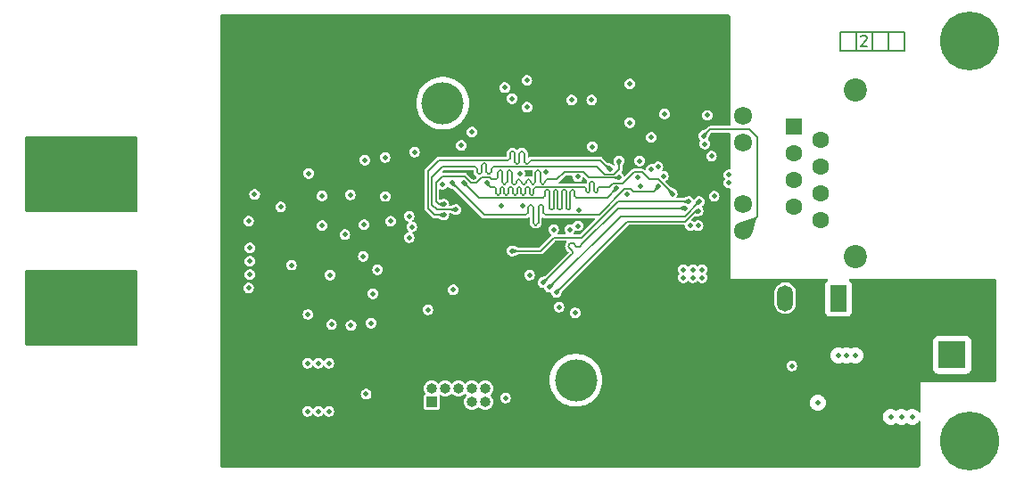
<source format=gbr>
G04 #@! TF.GenerationSoftware,KiCad,Pcbnew,8.0.2*
G04 #@! TF.CreationDate,2024-07-12T07:55:03+02:00*
G04 #@! TF.ProjectId,ETH1HMSR-SMS,45544831-484d-4535-922d-534d532e6b69,rev?*
G04 #@! TF.SameCoordinates,Original*
G04 #@! TF.FileFunction,Copper,L2,Inr*
G04 #@! TF.FilePolarity,Positive*
%FSLAX46Y46*%
G04 Gerber Fmt 4.6, Leading zero omitted, Abs format (unit mm)*
G04 Created by KiCad (PCBNEW 8.0.2) date 2024-07-12 07:55:03*
%MOMM*%
%LPD*%
G01*
G04 APERTURE LIST*
G04 Aperture macros list*
%AMRoundRect*
0 Rectangle with rounded corners*
0 $1 Rounding radius*
0 $2 $3 $4 $5 $6 $7 $8 $9 X,Y pos of 4 corners*
0 Add a 4 corners polygon primitive as box body*
4,1,4,$2,$3,$4,$5,$6,$7,$8,$9,$2,$3,0*
0 Add four circle primitives for the rounded corners*
1,1,$1+$1,$2,$3*
1,1,$1+$1,$4,$5*
1,1,$1+$1,$6,$7*
1,1,$1+$1,$8,$9*
0 Add four rect primitives between the rounded corners*
20,1,$1+$1,$2,$3,$4,$5,0*
20,1,$1+$1,$4,$5,$6,$7,0*
20,1,$1+$1,$6,$7,$8,$9,0*
20,1,$1+$1,$8,$9,$2,$3,0*%
G04 Aperture macros list end*
%ADD10C,0.200000*%
G04 #@! TA.AperFunction,NonConductor*
%ADD11C,0.200000*%
G04 #@! TD*
G04 #@! TA.AperFunction,ComponentPad*
%ADD12R,2.600000X2.600000*%
G04 #@! TD*
G04 #@! TA.AperFunction,ComponentPad*
%ADD13C,2.600000*%
G04 #@! TD*
G04 #@! TA.AperFunction,ComponentPad*
%ADD14RoundRect,0.248000X0.552000X-0.552000X0.552000X0.552000X-0.552000X0.552000X-0.552000X-0.552000X0*%
G04 #@! TD*
G04 #@! TA.AperFunction,ComponentPad*
%ADD15C,1.600000*%
G04 #@! TD*
G04 #@! TA.AperFunction,ComponentPad*
%ADD16C,1.720000*%
G04 #@! TD*
G04 #@! TA.AperFunction,ComponentPad*
%ADD17C,2.200000*%
G04 #@! TD*
G04 #@! TA.AperFunction,ComponentPad*
%ADD18C,5.600000*%
G04 #@! TD*
G04 #@! TA.AperFunction,ComponentPad*
%ADD19R,3.000000X3.000000*%
G04 #@! TD*
G04 #@! TA.AperFunction,ComponentPad*
%ADD20C,3.000000*%
G04 #@! TD*
G04 #@! TA.AperFunction,ComponentPad*
%ADD21R,1.000000X1.000000*%
G04 #@! TD*
G04 #@! TA.AperFunction,ComponentPad*
%ADD22O,1.000000X1.000000*%
G04 #@! TD*
G04 #@! TA.AperFunction,HeatsinkPad*
%ADD23C,0.500000*%
G04 #@! TD*
G04 #@! TA.AperFunction,ComponentPad*
%ADD24C,4.000000*%
G04 #@! TD*
G04 #@! TA.AperFunction,ComponentPad*
%ADD25R,1.500000X2.500000*%
G04 #@! TD*
G04 #@! TA.AperFunction,ComponentPad*
%ADD26O,1.500000X2.500000*%
G04 #@! TD*
G04 #@! TA.AperFunction,ViaPad*
%ADD27C,0.500000*%
G04 #@! TD*
G04 #@! TA.AperFunction,ViaPad*
%ADD28C,0.900000*%
G04 #@! TD*
G04 #@! TA.AperFunction,Conductor*
%ADD29C,0.127000*%
G04 #@! TD*
G04 APERTURE END LIST*
D10*
D11*
X186150286Y-63047457D02*
X186197905Y-62999838D01*
X186197905Y-62999838D02*
X186293143Y-62952219D01*
X186293143Y-62952219D02*
X186531238Y-62952219D01*
X186531238Y-62952219D02*
X186626476Y-62999838D01*
X186626476Y-62999838D02*
X186674095Y-63047457D01*
X186674095Y-63047457D02*
X186721714Y-63142695D01*
X186721714Y-63142695D02*
X186721714Y-63237933D01*
X186721714Y-63237933D02*
X186674095Y-63380790D01*
X186674095Y-63380790D02*
X186102667Y-63952219D01*
X186102667Y-63952219D02*
X186721714Y-63952219D01*
D12*
G04 #@! TO.N,Net-(J201-Pin_1)*
G04 #@! TO.C,J201*
X194800000Y-93300000D03*
D13*
G04 #@! TO.N,GND*
X194800000Y-88300000D03*
G04 #@! TD*
D14*
G04 #@! TO.N,/Ethernet/ETH_TXP*
G04 #@! TO.C,J301*
X179800000Y-71600000D03*
D15*
G04 #@! TO.N,VCCQ*
X182340000Y-72870000D03*
G04 #@! TO.N,/Ethernet/ETH_TXN*
X179800000Y-74140000D03*
G04 #@! TO.N,/Ethernet/ETH_RXP*
X182340000Y-75410000D03*
G04 #@! TO.N,VCCQ*
X179800000Y-76680000D03*
G04 #@! TO.N,/Ethernet/ETH_RXN*
X182340000Y-77950000D03*
G04 #@! TO.N,unconnected-(J301-NC-Pad7)*
X179800000Y-79220000D03*
G04 #@! TO.N,Earth*
X182340000Y-80490000D03*
D16*
G04 #@! TO.N,Net-(J301-Pad9)*
X174970000Y-70580000D03*
G04 #@! TO.N,/Ethernet/LED1*
X174970000Y-73120000D03*
G04 #@! TO.N,Net-(J301-Pad11)*
X174970000Y-78970000D03*
G04 #@! TO.N,/Ethernet/LED2*
X174970000Y-81510000D03*
D17*
G04 #@! TO.N,Earth*
X185640000Y-68145000D03*
X185640000Y-83945000D03*
G04 #@! TD*
D18*
G04 #@! TO.N,N/C*
G04 #@! TO.C,H103*
X196500000Y-63500000D03*
G04 #@! TD*
D19*
G04 #@! TO.N,Net-(J501-Pin_1)*
G04 #@! TO.C,J501*
X108570000Y-77740000D03*
D20*
G04 #@! TO.N,Net-(J501-Pin_2)*
X108570000Y-87260000D03*
G04 #@! TD*
D21*
G04 #@! TO.N,+3.3V*
G04 #@! TO.C,J401*
X145405000Y-97780000D03*
D22*
G04 #@! TO.N,/MCU/TMS_SWDIO*
X145405000Y-96510000D03*
G04 #@! TO.N,GND*
X146675000Y-97780000D03*
G04 #@! TO.N,/MCU/TCK_SWCLK*
X146675000Y-96510000D03*
G04 #@! TO.N,GND*
X147945000Y-97780000D03*
G04 #@! TO.N,unconnected-(J401-Pin_6-Pad6)*
X147945000Y-96510000D03*
G04 #@! TO.N,unconnected-(J401-Pin_7-Pad7)*
X149215000Y-97780000D03*
G04 #@! TO.N,unconnected-(J401-Pin_8-Pad8)*
X149215000Y-96510000D03*
G04 #@! TO.N,unconnected-(J401-Pin_9-Pad9)*
X150485000Y-97780000D03*
G04 #@! TO.N,/MCU/NRST*
X150485000Y-96510000D03*
G04 #@! TD*
D18*
G04 #@! TO.N,N/C*
G04 #@! TO.C,H104*
X196500000Y-101500000D03*
G04 #@! TD*
D23*
G04 #@! TO.N,GND*
G04 #@! TO.C,U301*
X171053000Y-75073000D03*
X170053000Y-75073000D03*
X169053000Y-75073000D03*
X171053000Y-76073000D03*
X170053000Y-76073000D03*
X169053000Y-76073000D03*
X171053000Y-77073000D03*
X170053000Y-77073000D03*
X169053000Y-77073000D03*
G04 #@! TD*
D24*
G04 #@! TO.N,N/C*
G04 #@! TO.C,HS101*
X159101000Y-95710000D03*
X146461000Y-69390000D03*
G04 #@! TD*
D25*
G04 #@! TO.N,Net-(D201-K)*
G04 #@! TO.C,U201*
X184032500Y-87917500D03*
D26*
G04 #@! TO.N,GND*
X181492500Y-87917500D03*
G04 #@! TO.N,+5V*
X178952500Y-87917500D03*
G04 #@! TD*
D27*
G04 #@! TO.N,Net-(D201-K)*
X184785000Y-93345000D03*
X184023000Y-93345000D03*
X185613000Y-93345000D03*
G04 #@! TO.N,GND*
X154361000Y-68524000D03*
X155321000Y-88392000D03*
X138049000Y-87385500D03*
X159639000Y-69469000D03*
X158369000Y-76708000D03*
X146304000Y-88138000D03*
X150876000Y-85725000D03*
X150922500Y-81534000D03*
X128016000Y-89154000D03*
X140005939Y-80947354D03*
X160909000Y-65024000D03*
X132334000Y-85725000D03*
X127458000Y-79325000D03*
X132588000Y-90424000D03*
X167259000Y-96393000D03*
X139903200Y-72720200D03*
X157480000Y-69088000D03*
X154716586Y-76103586D03*
X153035000Y-65024000D03*
X167513000Y-66802000D03*
X167259000Y-97282000D03*
X158242000Y-91694000D03*
X143256000Y-76962000D03*
X171577000Y-66802000D03*
X156210000Y-65024000D03*
X162941000Y-73914000D03*
X132461000Y-78740000D03*
X159639000Y-72136000D03*
X158281000Y-88265000D03*
X149352000Y-76454000D03*
X167259000Y-98171000D03*
X145034000Y-92456000D03*
X173228000Y-80772000D03*
X142113000Y-89408000D03*
X143637000Y-88011000D03*
X162433000Y-65024000D03*
X131876800Y-83616800D03*
X151511000Y-65024000D03*
X157734000Y-65024000D03*
G04 #@! TO.N,+5V*
X134620000Y-98679000D03*
X135636000Y-98679000D03*
X133604000Y-98679000D03*
G04 #@! TO.N,+3.3V*
X171069000Y-85217000D03*
X145034000Y-89027000D03*
X156281000Y-75946000D03*
X153781000Y-76057000D03*
X163942891Y-78015000D03*
X152400000Y-97409000D03*
X139180000Y-97040000D03*
X159030500Y-89307500D03*
X140970000Y-74549000D03*
X169291000Y-85979000D03*
X169291000Y-85217000D03*
X170180000Y-85217000D03*
X159258000Y-76386500D03*
X146431000Y-77089000D03*
X154686000Y-85725000D03*
X171069000Y-85979000D03*
X139636500Y-90297000D03*
X134974500Y-78205500D03*
X170180000Y-85979000D03*
X166878000Y-75438000D03*
X164211000Y-71247000D03*
G04 #@! TO.N,Net-(U301-XTAL1{slash}CLKIN)*
X167513000Y-70421000D03*
G04 #@! TO.N,Net-(U301-VDDCR)*
X166243000Y-72644000D03*
G04 #@! TO.N,Net-(U301-XTAL2)*
X171577000Y-70548000D03*
G04 #@! TO.N,VCCQ*
X170688000Y-81026000D03*
X171323000Y-73279000D03*
X169926000Y-81026000D03*
X172212000Y-78232000D03*
G04 #@! TO.N,/MCU/NRST*
X153035000Y-83439000D03*
X169803000Y-78740000D03*
G04 #@! TO.N,VDDA*
X148209000Y-73406000D03*
G04 #@! TO.N,+5VL*
X139065000Y-74803000D03*
X135636000Y-94107000D03*
X131064000Y-79248000D03*
X160589000Y-69088000D03*
X135001000Y-81026000D03*
X128143000Y-85675000D03*
X133604000Y-94107000D03*
X134620000Y-94107000D03*
G04 #@! TO.N,+2V5*
X133670000Y-89474000D03*
X128143000Y-84405000D03*
G04 #@! TO.N,Net-(D201-A)*
X179578000Y-94361000D03*
G04 #@! TO.N,Net-(D202-K)*
X182057000Y-97851000D03*
G04 #@! TO.N,Net-(Q201-D)*
X189992000Y-99187000D03*
X191008000Y-99187000D03*
X188976000Y-99187000D03*
G04 #@! TO.N,/Ethernet/ETH_TXP*
X173609000Y-76198000D03*
G04 #@! TO.N,/Ethernet/ETH_TXN*
X173609000Y-76948000D03*
G04 #@! TO.N,/Ethernet/LED2*
X171196000Y-72517000D03*
G04 #@! TO.N,/MCU/MCU_DEF*
X160655000Y-73533000D03*
X164211000Y-67564000D03*
G04 #@! TO.N,/Ethernet/MODE0*
X165157000Y-74873000D03*
G04 #@! TO.N,/Ethernet/RMII_RXD0*
X163168998Y-74873000D03*
X147701000Y-79502000D03*
G04 #@! TO.N,/Ethernet/MODE1*
X166243000Y-75692000D03*
G04 #@! TO.N,/Ethernet/RMII_RXD1*
X162306000Y-75673000D03*
X146558000Y-80010000D03*
G04 #@! TO.N,Net-(U301-RXER{slash}PHYAD0)*
X167386000Y-76327000D03*
G04 #@! TO.N,/Ethernet/MODE2*
X164972389Y-76442634D03*
G04 #@! TO.N,/Ethernet/RMII_CRS_DV*
X146558000Y-78994000D03*
X163168998Y-76454000D03*
G04 #@! TO.N,/Ethernet/REFCLK0*
X165178500Y-77323000D03*
G04 #@! TO.N,/Ethernet/REF_CLK*
X148463000Y-76962000D03*
X162956499Y-77485499D03*
G04 #@! TO.N,/Ethernet/RMII_MDIO*
X147320000Y-76962000D03*
X166945500Y-77323000D03*
G04 #@! TO.N,Net-(U301-RBIAS)*
X171958000Y-74422000D03*
G04 #@! TO.N,/MCU/I2C1_SDA*
X156972000Y-81407000D03*
G04 #@! TO.N,/MCU/I2C1_SCL*
X158496000Y-81407000D03*
G04 #@! TO.N,Net-(U501-Veocd)*
X128601000Y-78055000D03*
G04 #@! TO.N,/Current/OCD_EXT*
X137668000Y-78105000D03*
X143256000Y-80137000D03*
X128016000Y-80595000D03*
G04 #@! TO.N,/Current/OCD_INT*
X128016000Y-86945000D03*
G04 #@! TO.N,/Ethernet/RMII_MDC*
X168242500Y-78010500D03*
X150622000Y-76962000D03*
G04 #@! TO.N,/Ethernet/RMII_TXEN*
X155956000Y-86427500D03*
X169418000Y-79375000D03*
G04 #@! TO.N,/Ethernet/RMII_TXD0*
X156591000Y-86868000D03*
X170803000Y-78752000D03*
G04 #@! TO.N,/Ethernet/RMII_TXD1*
X157226000Y-87376000D03*
X170688000Y-79629000D03*
G04 #@! TO.N,Net-(D501-K-Pad3)*
X143764000Y-74041000D03*
X138979000Y-80940000D03*
X139827000Y-87503000D03*
G04 #@! TO.N,/MCU/EEPROM_nWP*
X159282000Y-81050000D03*
D28*
G04 #@! TO.N,Net-(J501-Pin_1)*
X111760000Y-73660000D03*
X114300000Y-76200000D03*
X116840000Y-73660000D03*
X116840000Y-76200000D03*
X109220000Y-73660000D03*
X114300000Y-73660000D03*
X111760000Y-76200000D03*
G04 #@! TO.N,Net-(J501-Pin_2)*
X116840000Y-91440000D03*
X114300000Y-91440000D03*
X116840000Y-88900000D03*
X111760000Y-91440000D03*
X111760000Y-88900000D03*
X109220000Y-91440000D03*
X114300000Y-88900000D03*
D27*
G04 #@! TO.N,Net-(U501-Vout)*
X128143000Y-83135000D03*
G04 #@! TO.N,Net-(R507-Pad1)*
X132080000Y-84775000D03*
G04 #@! TO.N,/Current/MCU_ZOFFS*
X143510000Y-81153000D03*
X133731000Y-76073000D03*
G04 #@! TO.N,/Current/MCU_G1*
X137160000Y-81889600D03*
X143256000Y-82169000D03*
G04 #@! TO.N,Net-(R513-Pad2)*
X140993500Y-78255500D03*
G04 #@! TO.N,+3.3VADC*
X153035000Y-68961000D03*
X149225000Y-72136000D03*
X158689000Y-69088000D03*
G04 #@! TO.N,VDD*
X152329000Y-67918500D03*
X138914500Y-83947000D03*
G04 #@! TO.N,Net-(U403-PH0)*
X154051000Y-79121000D03*
G04 #@! TO.N,Net-(U403-PH1)*
X152019000Y-79121000D03*
G04 #@! TO.N,Net-(C419-Pad1)*
X147447000Y-87122000D03*
G04 #@! TO.N,Net-(U403-BOOT0)*
X159385000Y-79550000D03*
G04 #@! TO.N,/Current/VOUT*
X154455500Y-69783000D03*
X154432000Y-67224000D03*
G04 #@! TO.N,Net-(U502A--)*
X140271500Y-85217000D03*
X137744200Y-90500200D03*
G04 #@! TO.N,Net-(U502B-+)*
X135890000Y-90424000D03*
G04 #@! TO.N,Net-(U502A-+)*
X135763000Y-85725000D03*
G04 #@! TO.N,Net-(C420-Pad1)*
X157480000Y-88773000D03*
G04 #@! TO.N,Net-(R512-Pad2)*
X141519000Y-80604000D03*
G04 #@! TD*
D29*
G04 #@! TO.N,*
X187198000Y-62611000D02*
X187198000Y-64389000D01*
X184150000Y-62611000D02*
X190246000Y-62611000D01*
X188722000Y-62611000D02*
X188722000Y-64389000D01*
X190246000Y-64389000D02*
X190246000Y-62611000D01*
X190246000Y-64389000D02*
X184150000Y-64389000D01*
X185674000Y-64389000D02*
X185674000Y-62611000D01*
X184150000Y-64389000D02*
X184150000Y-62611000D01*
G04 #@! TO.N,/MCU/NRST*
X163068000Y-78740000D02*
X169803000Y-78740000D01*
X153035000Y-83439000D02*
X155702000Y-83439000D01*
X155702000Y-83439000D02*
X156972000Y-82169000D01*
X159639000Y-82169000D02*
X163068000Y-78740000D01*
X156972000Y-82169000D02*
X159639000Y-82169000D01*
G04 #@! TO.N,/Ethernet/LED2*
X171196000Y-72517000D02*
X171831000Y-71882000D01*
X176276000Y-80137000D02*
X174875000Y-81538000D01*
X171831000Y-71882000D02*
X175514000Y-71882000D01*
X175514000Y-71882000D02*
X176276000Y-72644000D01*
X176276000Y-72644000D02*
X176276000Y-80137000D01*
G04 #@! TO.N,/Ethernet/RMII_RXD0*
X145897600Y-79502000D02*
X147701000Y-79502000D01*
X149431600Y-75438000D02*
X149148800Y-75438000D01*
X149971600Y-76128000D02*
X149881600Y-76128000D01*
X150151600Y-75268000D02*
X150151600Y-75438000D01*
X163168998Y-75711020D02*
X162680018Y-76200000D01*
X150871600Y-76128000D02*
X150781600Y-76128000D01*
X150601600Y-75948000D02*
X150601600Y-75618000D01*
X149701600Y-75948000D02*
X149701600Y-75618000D01*
X150151600Y-75438000D02*
X150151600Y-75948000D01*
X149521600Y-75438000D02*
X149431600Y-75438000D01*
X162680018Y-76200000D02*
X161798000Y-76200000D01*
X145415000Y-79019400D02*
X145897600Y-79502000D01*
X150601600Y-75618000D02*
X150601600Y-75268000D01*
X161036000Y-75438000D02*
X151231600Y-75438000D01*
X163168998Y-74873000D02*
X163168998Y-75711020D01*
X150431600Y-75098000D02*
X150321600Y-75098000D01*
X149148800Y-75438000D02*
X146431000Y-75438000D01*
X161798000Y-76200000D02*
X161036000Y-75438000D01*
X145415000Y-76454000D02*
X145415000Y-79019400D01*
X146431000Y-75438000D02*
X145415000Y-76454000D01*
X151051600Y-75618000D02*
X151051600Y-75948000D01*
X149881600Y-76128000D02*
G75*
G02*
X149701600Y-75948000I0J180000D01*
G01*
X150781600Y-76128000D02*
G75*
G02*
X150601600Y-75948000I0J180000D01*
G01*
X151051600Y-75948000D02*
G75*
G02*
X150871600Y-76128000I-180000J0D01*
G01*
X149701600Y-75618000D02*
G75*
G03*
X149521600Y-75438000I-180000J0D01*
G01*
X150601600Y-75268000D02*
G75*
G03*
X150431600Y-75098000I-170000J0D01*
G01*
X150151600Y-75948000D02*
G75*
G02*
X149971600Y-76128000I-180000J0D01*
G01*
X150321600Y-75098000D02*
G75*
G03*
X150151600Y-75268000I0J-170000D01*
G01*
X151231600Y-75438000D02*
G75*
G03*
X151051600Y-75618000I0J-180000D01*
G01*
G04 #@! TO.N,/Ethernet/RMII_RXD1*
X153744095Y-74973000D02*
X153744095Y-74803000D01*
X153928095Y-73963000D02*
X154020095Y-73963000D01*
X153284095Y-74619000D02*
X153284095Y-74973000D01*
X153454095Y-75143000D02*
X153574095Y-75143000D01*
X154204095Y-74803000D02*
X154204095Y-74973000D01*
X152824095Y-74619000D02*
X152824095Y-74147000D01*
X154834095Y-74803000D02*
X154954095Y-74803000D01*
X161417000Y-74803000D02*
X162287000Y-75673000D01*
X145669000Y-80010000D02*
X145034000Y-79375000D01*
X153284095Y-74147000D02*
X153284095Y-74619000D01*
X154374095Y-75143000D02*
X154494095Y-75143000D01*
X146050000Y-74803000D02*
X152640095Y-74803000D01*
X154954095Y-74803000D02*
X155397200Y-74803000D01*
X153008095Y-73963000D02*
X153100095Y-73963000D01*
X145034000Y-75819000D02*
X146050000Y-74803000D01*
X153744095Y-74803000D02*
X153744095Y-74147000D01*
X146558000Y-80010000D02*
X145669000Y-80010000D01*
X162287000Y-75673000D02*
X162306000Y-75673000D01*
X155397200Y-74803000D02*
X161417000Y-74803000D01*
X154204095Y-74147000D02*
X154204095Y-74803000D01*
X145034000Y-79375000D02*
X145034000Y-75819000D01*
X152824095Y-74147000D02*
G75*
G02*
X153008095Y-73962995I184005J0D01*
G01*
X154020095Y-73963000D02*
G75*
G02*
X154204100Y-74147000I5J-184000D01*
G01*
X154494095Y-75143000D02*
G75*
G03*
X154664100Y-74973000I5J170000D01*
G01*
X153574095Y-75143000D02*
G75*
G03*
X153744100Y-74973000I5J170000D01*
G01*
X153284095Y-74973000D02*
G75*
G03*
X153454095Y-75143005I170005J0D01*
G01*
X152640095Y-74803000D02*
G75*
G03*
X152824100Y-74619000I5J184000D01*
G01*
X154664095Y-74973000D02*
G75*
G02*
X154834095Y-74802995I170005J0D01*
G01*
X153744095Y-74147000D02*
G75*
G02*
X153928095Y-73962995I184005J0D01*
G01*
X153100095Y-73963000D02*
G75*
G02*
X153284100Y-74147000I5J-184000D01*
G01*
X154204095Y-74973000D02*
G75*
G03*
X154374095Y-75143005I170005J0D01*
G01*
G04 #@! TO.N,/Ethernet/RMII_CRS_DV*
X145796000Y-78740000D02*
X145796000Y-76962000D01*
X153468659Y-76940500D02*
X153468659Y-76820500D01*
X157988000Y-75946000D02*
X159829500Y-75946000D01*
X155718659Y-76640500D02*
X155718659Y-76890500D01*
X159829500Y-75946000D02*
X160337500Y-76454000D01*
X148551900Y-76327000D02*
X149136100Y-76911200D01*
X149136100Y-76911200D02*
X149656800Y-76911200D01*
X152118659Y-76460500D02*
X152118659Y-76890500D01*
X152298659Y-77070500D02*
X152388659Y-77070500D01*
X154098659Y-77120500D02*
X154188659Y-77120500D01*
X146050000Y-78994000D02*
X145796000Y-78740000D01*
X152118659Y-75940500D02*
X152118659Y-76460500D01*
X151848659Y-75760500D02*
X151938659Y-75760500D01*
X156348659Y-76640500D02*
X156438659Y-76640500D01*
X155268659Y-76890500D02*
X155268659Y-76820500D01*
X155448659Y-75760500D02*
X155538659Y-75760500D01*
X153018659Y-75940500D02*
X153018659Y-76640500D01*
X145796000Y-76962000D02*
X146431000Y-76327000D01*
X152568659Y-76640500D02*
X152568659Y-75940500D01*
X153198659Y-77120500D02*
X153288659Y-77120500D01*
X150926800Y-76454000D02*
X151113300Y-76640500D01*
X149656800Y-76911200D02*
X150114000Y-76454000D01*
X152748659Y-75760500D02*
X152838659Y-75760500D01*
X154548659Y-76640500D02*
X154638659Y-76640500D01*
X154818659Y-76820500D02*
X154818659Y-76890500D01*
X154998659Y-77070500D02*
X155088659Y-77070500D01*
X155718659Y-75940500D02*
X155718659Y-76640500D01*
X155898659Y-77070500D02*
X155988659Y-77070500D01*
X153648659Y-76640500D02*
X153738659Y-76640500D01*
X153018659Y-76640500D02*
X153018659Y-76940500D01*
X152568659Y-76890500D02*
X152568659Y-76640500D01*
X151668659Y-76460500D02*
X151668659Y-75940500D01*
X156168659Y-76890500D02*
X156168659Y-76820500D01*
X153918659Y-76820500D02*
X153918659Y-76940500D01*
X160337500Y-76454000D02*
X163168998Y-76454000D01*
X146431000Y-76327000D02*
X148551900Y-76327000D01*
X156649492Y-76640500D02*
X157293500Y-76640500D01*
X157293500Y-76640500D02*
X157988000Y-75946000D01*
X150114000Y-76454000D02*
X150926800Y-76454000D01*
X155268659Y-76820500D02*
X155268659Y-75940500D01*
X156438659Y-76640500D02*
X156649492Y-76640500D01*
X154368659Y-76940500D02*
X154368659Y-76820500D01*
X146558000Y-78994000D02*
X146050000Y-78994000D01*
X151113300Y-76640500D02*
X151488659Y-76640500D01*
X153738659Y-76640500D02*
G75*
G02*
X153918700Y-76820500I41J-180000D01*
G01*
X152838659Y-75760500D02*
G75*
G02*
X153018700Y-75940500I41J-180000D01*
G01*
X153918659Y-76940500D02*
G75*
G03*
X154098659Y-77120541I180041J0D01*
G01*
X156168659Y-76820500D02*
G75*
G02*
X156348659Y-76640459I180041J0D01*
G01*
X151938659Y-75760500D02*
G75*
G02*
X152118700Y-75940500I41J-180000D01*
G01*
X155088659Y-77070500D02*
G75*
G03*
X155268700Y-76890500I41J180000D01*
G01*
X155988659Y-77070500D02*
G75*
G03*
X156168700Y-76890500I41J180000D01*
G01*
X151668659Y-75940500D02*
G75*
G02*
X151848659Y-75760459I180041J0D01*
G01*
X154368659Y-76820500D02*
G75*
G02*
X154548659Y-76640459I180041J0D01*
G01*
X155538659Y-75760500D02*
G75*
G02*
X155718700Y-75940500I41J-180000D01*
G01*
X151488659Y-76640500D02*
G75*
G03*
X151668700Y-76460500I41J180000D01*
G01*
X153468659Y-76820500D02*
G75*
G02*
X153648659Y-76640459I180041J0D01*
G01*
X153018659Y-76940500D02*
G75*
G03*
X153198659Y-77120541I180041J0D01*
G01*
X154188659Y-77120500D02*
G75*
G03*
X154368700Y-76940500I41J180000D01*
G01*
X152568659Y-75940500D02*
G75*
G02*
X152748659Y-75760459I180041J0D01*
G01*
X152118659Y-76890500D02*
G75*
G03*
X152298659Y-77070541I180041J0D01*
G01*
X153288659Y-77120500D02*
G75*
G03*
X153468700Y-76940500I41J180000D01*
G01*
X155268659Y-75940500D02*
G75*
G02*
X155448659Y-75760459I180041J0D01*
G01*
X152388659Y-77070500D02*
G75*
G03*
X152568700Y-76890500I41J180000D01*
G01*
X154638659Y-76640500D02*
G75*
G02*
X154818700Y-76820500I41J-180000D01*
G01*
X154818659Y-76890500D02*
G75*
G03*
X154998659Y-77070541I180041J0D01*
G01*
X155718659Y-76890500D02*
G75*
G03*
X155898659Y-77070541I180041J0D01*
G01*
G04 #@! TO.N,/Ethernet/REF_CLK*
X156566800Y-78199000D02*
X156566800Y-79359000D01*
X158166800Y-77759000D02*
X158166800Y-78359000D01*
X156726800Y-79519000D02*
X156806800Y-79519000D01*
X157766800Y-78359000D02*
X157766800Y-77759000D01*
X157766800Y-79359000D02*
X157766800Y-78359000D01*
X159383604Y-78359000D02*
X162082998Y-78359000D01*
X157126800Y-77599000D02*
X157206800Y-77599000D01*
X156966800Y-78359000D02*
X156966800Y-77759000D01*
X156566800Y-77759000D02*
X156566800Y-78199000D01*
X158566800Y-79359000D02*
X158566800Y-78359000D01*
X162082998Y-78359000D02*
X162956499Y-77485499D01*
X158326800Y-79519000D02*
X158406800Y-79519000D01*
X157366800Y-77759000D02*
X157366800Y-78359000D01*
X149860000Y-78359000D02*
X156006800Y-78359000D01*
X156166800Y-78199000D02*
X156166800Y-77759000D01*
X158166800Y-78359000D02*
X158166800Y-79359000D01*
X148463000Y-76962000D02*
X149860000Y-78359000D01*
X157526800Y-79519000D02*
X157606800Y-79519000D01*
X157926800Y-77599000D02*
X158006800Y-77599000D01*
X157366800Y-78359000D02*
X157366800Y-79359000D01*
X156966800Y-79359000D02*
X156966800Y-78359000D01*
X156326800Y-77599000D02*
X156406800Y-77599000D01*
X158966800Y-77759000D02*
X158966800Y-78199000D01*
X158566800Y-78359000D02*
X158566800Y-77759000D01*
X159206800Y-78359000D02*
X159383604Y-78359000D01*
X159126800Y-78359000D02*
X159206800Y-78359000D01*
X158726800Y-77599000D02*
X158806800Y-77599000D01*
X156406800Y-77599000D02*
G75*
G02*
X156566800Y-77759000I0J-160000D01*
G01*
X156566800Y-79359000D02*
G75*
G03*
X156726800Y-79519000I160000J0D01*
G01*
X158406800Y-79519000D02*
G75*
G03*
X158566800Y-79359000I0J160000D01*
G01*
X157766800Y-77759000D02*
G75*
G02*
X157926800Y-77599000I160000J0D01*
G01*
X158166800Y-79359000D02*
G75*
G03*
X158326800Y-79519000I160000J0D01*
G01*
X158566800Y-77759000D02*
G75*
G02*
X158726800Y-77599000I160000J0D01*
G01*
X157606800Y-79519000D02*
G75*
G03*
X157766800Y-79359000I0J160000D01*
G01*
X158806800Y-77599000D02*
G75*
G02*
X158966800Y-77759000I0J-160000D01*
G01*
X156166800Y-77759000D02*
G75*
G02*
X156326800Y-77599000I160000J0D01*
G01*
X156006800Y-78359000D02*
G75*
G03*
X156166800Y-78199000I0J160000D01*
G01*
X158006800Y-77599000D02*
G75*
G02*
X158166800Y-77759000I0J-160000D01*
G01*
X157206800Y-77599000D02*
G75*
G02*
X157366800Y-77759000I0J-160000D01*
G01*
X158966800Y-78199000D02*
G75*
G03*
X159126800Y-78359000I160000J0D01*
G01*
X156806800Y-79519000D02*
G75*
G03*
X156966800Y-79359000I0J160000D01*
G01*
X156966800Y-77759000D02*
G75*
G02*
X157126800Y-77599000I160000J0D01*
G01*
X157366800Y-79359000D02*
G75*
G03*
X157526800Y-79519000I160000J0D01*
G01*
G04 #@! TO.N,/Ethernet/RMII_MDIO*
X166505000Y-77763500D02*
X164504500Y-77763500D01*
X150368000Y-80010000D02*
X154330400Y-80010000D01*
X155030400Y-79250000D02*
X155030400Y-79810000D01*
X155030400Y-79810000D02*
X155030400Y-80770000D01*
X166945500Y-77323000D02*
X166505000Y-77763500D01*
X154530400Y-79810000D02*
X154530400Y-79250000D01*
X155230400Y-80970000D02*
X155330400Y-80970000D01*
X156030400Y-79250000D02*
X156030400Y-79810000D01*
X156330400Y-80010000D02*
X156609701Y-80010000D01*
X155530400Y-80010000D02*
X155530400Y-79250000D01*
X155530400Y-80770000D02*
X155530400Y-80010000D01*
X155730400Y-79050000D02*
X155830400Y-79050000D01*
X154730400Y-79050000D02*
X154830400Y-79050000D01*
X164504500Y-77763500D02*
X164315500Y-77574500D01*
X163725500Y-77574500D02*
X161290000Y-80010000D01*
X161290000Y-80010000D02*
X156609701Y-80010000D01*
X147320000Y-76962000D02*
X150368000Y-80010000D01*
X156230400Y-80010000D02*
X156330400Y-80010000D01*
X164315500Y-77574500D02*
X163725500Y-77574500D01*
X155830400Y-79050000D02*
G75*
G02*
X156030400Y-79250000I0J-200000D01*
G01*
X155330400Y-80970000D02*
G75*
G03*
X155530400Y-80770000I0J200000D01*
G01*
X154530400Y-79250000D02*
G75*
G02*
X154730400Y-79050000I200000J0D01*
G01*
X155530400Y-79250000D02*
G75*
G02*
X155730400Y-79050000I200000J0D01*
G01*
X156030400Y-79810000D02*
G75*
G03*
X156230400Y-80010000I200000J0D01*
G01*
X155030400Y-80770000D02*
G75*
G03*
X155230400Y-80970000I200000J0D01*
G01*
X154830400Y-79050000D02*
G75*
G02*
X155030400Y-79250000I0J-200000D01*
G01*
X154330400Y-80010000D02*
G75*
G03*
X154530400Y-79810000I0J200000D01*
G01*
G04 #@! TO.N,/Ethernet/RMII_MDC*
X160808800Y-77495000D02*
X160808800Y-76975000D01*
X162578601Y-77044999D02*
X162280600Y-77343000D01*
X152533620Y-78093000D02*
X152453620Y-78093000D01*
X152693620Y-77503000D02*
X152693620Y-77933000D01*
X159664400Y-77343000D02*
X155253620Y-77343000D01*
X160656800Y-76823000D02*
X160580800Y-76823000D01*
X160808800Y-77711000D02*
X160808800Y-77495000D01*
X152133620Y-77343000D02*
X152053620Y-77343000D01*
X160428800Y-77343000D02*
X160428800Y-77711000D01*
X161188800Y-77495000D02*
X161188800Y-77711000D01*
X151003000Y-77343000D02*
X150622000Y-76962000D01*
X154933620Y-78093000D02*
X154853620Y-78093000D01*
X154293620Y-77503000D02*
X154293620Y-77933000D01*
X168242500Y-78010500D02*
X168242500Y-77997038D01*
X165373875Y-75946000D02*
X164592000Y-75946000D01*
X151253620Y-77343000D02*
X151180800Y-77343000D01*
X152933620Y-77343000D02*
X152853620Y-77343000D01*
X154693620Y-77933000D02*
X154693620Y-77503000D01*
X154533620Y-77343000D02*
X154453620Y-77343000D01*
X151893620Y-77503000D02*
X151893620Y-77933000D01*
X160428800Y-76975000D02*
X160428800Y-77343000D01*
X161036800Y-77863000D02*
X160960800Y-77863000D01*
X162280600Y-77343000D02*
X161340800Y-77343000D01*
X154133620Y-78093000D02*
X154053620Y-78093000D01*
X153893620Y-77933000D02*
X153893620Y-77503000D01*
X151333620Y-77343000D02*
X151253620Y-77343000D01*
X166056375Y-76628500D02*
X165373875Y-75946000D01*
X159820800Y-77343000D02*
X159664400Y-77343000D01*
X159896800Y-77343000D02*
X159820800Y-77343000D01*
X151733620Y-78093000D02*
X151653620Y-78093000D01*
X153493620Y-77503000D02*
X153493620Y-77933000D01*
X160276800Y-77863000D02*
X160200800Y-77863000D01*
X166873962Y-76628500D02*
X166056375Y-76628500D01*
X152293620Y-77933000D02*
X152293620Y-77503000D01*
X151180800Y-77343000D02*
X151003000Y-77343000D01*
X163493001Y-77044999D02*
X162578601Y-77044999D01*
X164592000Y-75946000D02*
X163493001Y-77044999D01*
X160048800Y-77711000D02*
X160048800Y-77495000D01*
X153333620Y-78093000D02*
X153253620Y-78093000D01*
X155093620Y-77503000D02*
X155093620Y-77933000D01*
X151493620Y-77933000D02*
X151493620Y-77503000D01*
X153733620Y-77343000D02*
X153653620Y-77343000D01*
X153093620Y-77933000D02*
X153093620Y-77503000D01*
X168242500Y-77997038D02*
X166873962Y-76628500D01*
X153253620Y-78093000D02*
G75*
G02*
X153093600Y-77933000I-20J160000D01*
G01*
X155093620Y-77933000D02*
G75*
G02*
X154933620Y-78093020I-160020J0D01*
G01*
X160200800Y-77863000D02*
G75*
G02*
X160048800Y-77711000I0J152000D01*
G01*
X160048800Y-77495000D02*
G75*
G03*
X159896800Y-77343000I-152000J0D01*
G01*
X160580800Y-76823000D02*
G75*
G03*
X160428800Y-76975000I0J-152000D01*
G01*
X154693620Y-77503000D02*
G75*
G03*
X154533620Y-77342980I-160020J0D01*
G01*
X161188800Y-77711000D02*
G75*
G02*
X161036800Y-77863000I-152000J0D01*
G01*
X152053620Y-77343000D02*
G75*
G03*
X151893600Y-77503000I-20J-160000D01*
G01*
X160960800Y-77863000D02*
G75*
G02*
X160808800Y-77711000I0J152000D01*
G01*
X160808800Y-76975000D02*
G75*
G03*
X160656800Y-76823000I-152000J0D01*
G01*
X154053620Y-78093000D02*
G75*
G02*
X153893600Y-77933000I-20J160000D01*
G01*
X152453620Y-78093000D02*
G75*
G02*
X152293600Y-77933000I-20J160000D01*
G01*
X151653620Y-78093000D02*
G75*
G02*
X151493600Y-77933000I-20J160000D01*
G01*
X153653620Y-77343000D02*
G75*
G03*
X153493600Y-77503000I-20J-160000D01*
G01*
X152293620Y-77503000D02*
G75*
G03*
X152133620Y-77342980I-160020J0D01*
G01*
X151893620Y-77933000D02*
G75*
G02*
X151733620Y-78093020I-160020J0D01*
G01*
X154453620Y-77343000D02*
G75*
G03*
X154293600Y-77503000I-20J-160000D01*
G01*
X154293620Y-77933000D02*
G75*
G02*
X154133620Y-78093020I-160020J0D01*
G01*
X153893620Y-77503000D02*
G75*
G03*
X153733620Y-77342980I-160020J0D01*
G01*
X152693620Y-77933000D02*
G75*
G02*
X152533620Y-78093020I-160020J0D01*
G01*
X154853620Y-78093000D02*
G75*
G02*
X154693600Y-77933000I-20J160000D01*
G01*
X153093620Y-77503000D02*
G75*
G03*
X152933620Y-77342980I-160020J0D01*
G01*
X161340800Y-77343000D02*
G75*
G03*
X161188800Y-77495000I0J-152000D01*
G01*
X153493620Y-77933000D02*
G75*
G02*
X153333620Y-78093020I-160020J0D01*
G01*
X155253620Y-77343000D02*
G75*
G03*
X155093600Y-77503000I-20J-160000D01*
G01*
X151493620Y-77503000D02*
G75*
G03*
X151333620Y-77342980I-160020J0D01*
G01*
X152853620Y-77343000D02*
G75*
G03*
X152693600Y-77503000I-20J-160000D01*
G01*
X160428800Y-77711000D02*
G75*
G02*
X160276800Y-77863000I-152000J0D01*
G01*
G04 #@! TO.N,/Ethernet/RMII_TXEN*
X158839692Y-82726499D02*
X159122535Y-83009342D01*
X158450783Y-82804280D02*
X158528564Y-82726500D01*
X158733624Y-83398250D02*
X158450782Y-83115408D01*
X159564590Y-82878410D02*
X163068000Y-79375000D01*
X163068000Y-79375000D02*
X169418000Y-79375000D01*
X159433661Y-83009343D02*
X159511443Y-82931558D01*
X155956000Y-86427500D02*
X156015500Y-86427500D01*
X159511443Y-82931558D02*
X159564590Y-82878410D01*
X156015500Y-86427500D02*
X158733624Y-83709376D01*
X158450782Y-83115408D02*
G75*
G02*
X158450738Y-82804235I155518J155608D01*
G01*
X158733624Y-83709376D02*
G75*
G03*
X158733637Y-83398237I-155524J155576D01*
G01*
X159122535Y-83009342D02*
G75*
G03*
X159433663Y-83009345I155565J155542D01*
G01*
X158528564Y-82726500D02*
G75*
G02*
X158839664Y-82726527I155536J-155600D01*
G01*
G04 #@! TO.N,/Ethernet/RMII_TXD0*
X156591000Y-86868000D02*
X163322000Y-80137000D01*
X169411981Y-80137000D02*
X170796981Y-78752000D01*
X163322000Y-80137000D02*
X169411981Y-80137000D01*
X170796981Y-78752000D02*
X170803000Y-78752000D01*
G04 #@! TO.N,/Ethernet/RMII_TXD1*
X163957000Y-80645000D02*
X157226000Y-87376000D01*
X170688000Y-79629000D02*
X170434000Y-79629000D01*
X170434000Y-79629000D02*
X169418000Y-80645000D01*
X169418000Y-80645000D02*
X163957000Y-80645000D01*
G04 #@! TD*
G04 #@! TA.AperFunction,Conductor*
G04 #@! TO.N,GND*
G36*
X158737990Y-76282306D02*
G01*
X158756296Y-76326500D01*
X158755660Y-76335395D01*
X158748312Y-76386500D01*
X158768957Y-76530094D01*
X158768958Y-76530097D01*
X158829222Y-76662056D01*
X158829225Y-76662061D01*
X158924226Y-76771698D01*
X159038385Y-76845063D01*
X159046268Y-76850129D01*
X159158726Y-76883149D01*
X159185461Y-76890999D01*
X159185463Y-76891000D01*
X159185464Y-76891000D01*
X159330537Y-76891000D01*
X159330537Y-76890999D01*
X159469732Y-76850129D01*
X159519100Y-76818402D01*
X159591773Y-76771698D01*
X159638134Y-76718195D01*
X159686777Y-76662058D01*
X159747042Y-76530096D01*
X159756530Y-76464105D01*
X159780937Y-76422968D01*
X159827287Y-76411137D01*
X159862587Y-76428807D01*
X160139860Y-76706080D01*
X160158166Y-76750274D01*
X160149794Y-76781521D01*
X160142831Y-76793581D01*
X160142827Y-76793590D01*
X160110801Y-76913116D01*
X160110800Y-76913124D01*
X160110800Y-76984309D01*
X160092494Y-77028503D01*
X160048300Y-77046809D01*
X160032124Y-77044679D01*
X159958683Y-77025001D01*
X159958678Y-77025000D01*
X159958677Y-77025000D01*
X159958676Y-77025000D01*
X157496780Y-77025000D01*
X157452586Y-77006694D01*
X157434280Y-76962500D01*
X157452586Y-76918306D01*
X157465529Y-76908374D01*
X157470978Y-76905228D01*
X157488757Y-76894963D01*
X158101414Y-76282306D01*
X158145608Y-76264000D01*
X158693796Y-76264000D01*
X158737990Y-76282306D01*
G37*
G04 #@! TD.AperFunction*
G04 #@! TA.AperFunction,Conductor*
G36*
X149365294Y-75774306D02*
G01*
X149383600Y-75818500D01*
X149383600Y-76004110D01*
X149408571Y-76113517D01*
X149457261Y-76214625D01*
X149457266Y-76214632D01*
X149527231Y-76302365D01*
X149527234Y-76302368D01*
X149583607Y-76347324D01*
X149614972Y-76372337D01*
X149624006Y-76376688D01*
X149655883Y-76412354D01*
X149653203Y-76460114D01*
X149641086Y-76477193D01*
X149543385Y-76574894D01*
X149499193Y-76593200D01*
X149293708Y-76593200D01*
X149249514Y-76574894D01*
X148747162Y-76072541D01*
X148747156Y-76072536D01*
X148674646Y-76030671D01*
X148674643Y-76030670D01*
X148593771Y-76009001D01*
X148593766Y-76009000D01*
X148593765Y-76009000D01*
X146472865Y-76009000D01*
X146460608Y-76009000D01*
X146416414Y-75990694D01*
X146398108Y-75946500D01*
X146416414Y-75902306D01*
X146544414Y-75774306D01*
X146588608Y-75756000D01*
X149106935Y-75756000D01*
X149321100Y-75756000D01*
X149365294Y-75774306D01*
G37*
G04 #@! TD.AperFunction*
G04 #@! TA.AperFunction,Conductor*
G36*
X154945783Y-75774306D02*
G01*
X154964089Y-75818500D01*
X154962522Y-75832406D01*
X154950658Y-75884389D01*
X154950658Y-75884393D01*
X154950659Y-75913404D01*
X154950659Y-76318524D01*
X154932353Y-76362718D01*
X154888159Y-76381024D01*
X154861050Y-76374839D01*
X154804138Y-76347443D01*
X154804139Y-76347443D01*
X154804135Y-76347442D01*
X154694706Y-76322488D01*
X154694704Y-76322488D01*
X154694700Y-76322487D01*
X154638599Y-76322499D01*
X154638587Y-76322500D01*
X154603934Y-76322500D01*
X154603769Y-76322487D01*
X154574519Y-76322493D01*
X154574422Y-76322453D01*
X154492478Y-76322471D01*
X154492474Y-76322471D01*
X154383090Y-76347460D01*
X154383081Y-76347463D01*
X154308001Y-76383635D01*
X154260241Y-76386325D01*
X154224568Y-76354456D01*
X154221878Y-76306696D01*
X154224022Y-76301366D01*
X154232726Y-76282306D01*
X154270042Y-76200596D01*
X154290688Y-76057000D01*
X154270042Y-75913404D01*
X154238558Y-75844463D01*
X154236851Y-75796658D01*
X154269447Y-75761648D01*
X154295410Y-75756000D01*
X154901589Y-75756000D01*
X154945783Y-75774306D01*
G37*
G04 #@! TD.AperFunction*
G04 #@! TA.AperFunction,Conductor*
G36*
X173627306Y-60978306D02*
G01*
X173717694Y-61068694D01*
X173736000Y-61112888D01*
X173736000Y-71501500D01*
X173717694Y-71545694D01*
X173673500Y-71564000D01*
X171872865Y-71564000D01*
X171789135Y-71564000D01*
X171789134Y-71564000D01*
X171789128Y-71564001D01*
X171708256Y-71585670D01*
X171708253Y-71585671D01*
X171635743Y-71627536D01*
X171635737Y-71627541D01*
X171378515Y-71884763D01*
X171358240Y-71898311D01*
X171011784Y-72041824D01*
X171011782Y-72041825D01*
X171010415Y-72042737D01*
X170993356Y-72050702D01*
X170984266Y-72053371D01*
X170862226Y-72131801D01*
X170767225Y-72241438D01*
X170767222Y-72241443D01*
X170706958Y-72373402D01*
X170706957Y-72373405D01*
X170686312Y-72517000D01*
X170706957Y-72660594D01*
X170706958Y-72660597D01*
X170767222Y-72792556D01*
X170767225Y-72792561D01*
X170862225Y-72902197D01*
X170878448Y-72912622D01*
X170905730Y-72951914D01*
X170897238Y-72998990D01*
X170896148Y-73000445D01*
X170894223Y-73003441D01*
X170833957Y-73135405D01*
X170813312Y-73279000D01*
X170833957Y-73422594D01*
X170833958Y-73422597D01*
X170894222Y-73554556D01*
X170894225Y-73554561D01*
X170989226Y-73664198D01*
X171111263Y-73742626D01*
X171111268Y-73742629D01*
X171188967Y-73765443D01*
X171250461Y-73783499D01*
X171250463Y-73783500D01*
X171250464Y-73783500D01*
X171395537Y-73783500D01*
X171395537Y-73783499D01*
X171534732Y-73742629D01*
X171586714Y-73709222D01*
X171656773Y-73664198D01*
X171656775Y-73664196D01*
X171751777Y-73554558D01*
X171812042Y-73422596D01*
X171832688Y-73279000D01*
X171812042Y-73135404D01*
X171751777Y-73003442D01*
X171749180Y-73000445D01*
X171673081Y-72912622D01*
X171656775Y-72893804D01*
X171656774Y-72893803D01*
X171640550Y-72883376D01*
X171613269Y-72844082D01*
X171621763Y-72797007D01*
X171622851Y-72795554D01*
X171624774Y-72792560D01*
X171624777Y-72792558D01*
X171654295Y-72727920D01*
X171659180Y-72719162D01*
X171671174Y-72701213D01*
X171671175Y-72701212D01*
X171814686Y-72354758D01*
X171828228Y-72334490D01*
X171944415Y-72218304D01*
X171988608Y-72200000D01*
X173673500Y-72200000D01*
X173717694Y-72218306D01*
X173736000Y-72262500D01*
X173736000Y-75631000D01*
X173717694Y-75675194D01*
X173673500Y-75693500D01*
X173536462Y-75693500D01*
X173397272Y-75734369D01*
X173397263Y-75734373D01*
X173275226Y-75812801D01*
X173180225Y-75922438D01*
X173180222Y-75922443D01*
X173119958Y-76054402D01*
X173119957Y-76054405D01*
X173099312Y-76198000D01*
X173119957Y-76341594D01*
X173119958Y-76341597D01*
X173180222Y-76473556D01*
X173180225Y-76473561D01*
X173230924Y-76532071D01*
X173246031Y-76577459D01*
X173230924Y-76613929D01*
X173180225Y-76672438D01*
X173180222Y-76672443D01*
X173119958Y-76804402D01*
X173119957Y-76804405D01*
X173099312Y-76948000D01*
X173119957Y-77091594D01*
X173119958Y-77091597D01*
X173180222Y-77223556D01*
X173180225Y-77223561D01*
X173275226Y-77333198D01*
X173389939Y-77406919D01*
X173397268Y-77411629D01*
X173496423Y-77440743D01*
X173536461Y-77452499D01*
X173536463Y-77452500D01*
X173673500Y-77452500D01*
X173717694Y-77470806D01*
X173736000Y-77515000D01*
X173736000Y-86106000D01*
X182996272Y-86106000D01*
X183040466Y-86124306D01*
X183058772Y-86168500D01*
X183040466Y-86212694D01*
X183033727Y-86218534D01*
X182919239Y-86304239D01*
X182831612Y-86421294D01*
X182831609Y-86421299D01*
X182780511Y-86558297D01*
X182774000Y-86618854D01*
X182774000Y-89216145D01*
X182780511Y-89276702D01*
X182831609Y-89413700D01*
X182831610Y-89413702D01*
X182831611Y-89413704D01*
X182919239Y-89530761D01*
X183036296Y-89618389D01*
X183173299Y-89669489D01*
X183233862Y-89676000D01*
X183233868Y-89676000D01*
X184831132Y-89676000D01*
X184831138Y-89676000D01*
X184891701Y-89669489D01*
X185028704Y-89618389D01*
X185145761Y-89530761D01*
X185233389Y-89413704D01*
X185284489Y-89276701D01*
X185291000Y-89216138D01*
X185291000Y-86618862D01*
X185284489Y-86558299D01*
X185233389Y-86421296D01*
X185145761Y-86304239D01*
X185045920Y-86229499D01*
X185031273Y-86218534D01*
X185006864Y-86177394D01*
X185018694Y-86131045D01*
X185059834Y-86106636D01*
X185068728Y-86106000D01*
X198856112Y-86106000D01*
X198900306Y-86124306D01*
X198990694Y-86214694D01*
X199009000Y-86258888D01*
X199009000Y-95732112D01*
X198990694Y-95776306D01*
X198900306Y-95866694D01*
X198856112Y-95885000D01*
X191770000Y-95885000D01*
X191770000Y-96012000D01*
X191770000Y-98757108D01*
X191751694Y-98801302D01*
X191707500Y-98819608D01*
X191663306Y-98801302D01*
X191654580Y-98790360D01*
X191604772Y-98711093D01*
X191604771Y-98711091D01*
X191483908Y-98590228D01*
X191483906Y-98590227D01*
X191339189Y-98499294D01*
X191339188Y-98499293D01*
X191339183Y-98499291D01*
X191177850Y-98442838D01*
X191177849Y-98442837D01*
X191177847Y-98442837D01*
X191008000Y-98423701D01*
X190838152Y-98442837D01*
X190676811Y-98499293D01*
X190676810Y-98499294D01*
X190533252Y-98589499D01*
X190486093Y-98597512D01*
X190466748Y-98589499D01*
X190323189Y-98499294D01*
X190323188Y-98499293D01*
X190323183Y-98499291D01*
X190161850Y-98442838D01*
X190161849Y-98442837D01*
X190161847Y-98442837D01*
X189992000Y-98423701D01*
X189822152Y-98442837D01*
X189660811Y-98499293D01*
X189660810Y-98499294D01*
X189517252Y-98589499D01*
X189470093Y-98597512D01*
X189450748Y-98589499D01*
X189307189Y-98499294D01*
X189307188Y-98499293D01*
X189307183Y-98499291D01*
X189145850Y-98442838D01*
X189145849Y-98442837D01*
X189145847Y-98442837D01*
X188976000Y-98423701D01*
X188806152Y-98442837D01*
X188644811Y-98499293D01*
X188644810Y-98499294D01*
X188500093Y-98590227D01*
X188500091Y-98590228D01*
X188379228Y-98711091D01*
X188379227Y-98711093D01*
X188288294Y-98855810D01*
X188288293Y-98855811D01*
X188231837Y-99017152D01*
X188212701Y-99186999D01*
X188212701Y-99187000D01*
X188231837Y-99356847D01*
X188288293Y-99518188D01*
X188288294Y-99518189D01*
X188379227Y-99662906D01*
X188379229Y-99662909D01*
X188500091Y-99783771D01*
X188556797Y-99819402D01*
X188644810Y-99874705D01*
X188644811Y-99874706D01*
X188644813Y-99874706D01*
X188644817Y-99874709D01*
X188806150Y-99931162D01*
X188976000Y-99950299D01*
X189145850Y-99931162D01*
X189307183Y-99874709D01*
X189450749Y-99784499D01*
X189497907Y-99776487D01*
X189517249Y-99784499D01*
X189597825Y-99835128D01*
X189660810Y-99874705D01*
X189660811Y-99874706D01*
X189660813Y-99874706D01*
X189660817Y-99874709D01*
X189822150Y-99931162D01*
X189992000Y-99950299D01*
X190161850Y-99931162D01*
X190323183Y-99874709D01*
X190466749Y-99784499D01*
X190513907Y-99776487D01*
X190533249Y-99784499D01*
X190613825Y-99835128D01*
X190676810Y-99874705D01*
X190676811Y-99874706D01*
X190676813Y-99874706D01*
X190676817Y-99874709D01*
X190838150Y-99931162D01*
X191008000Y-99950299D01*
X191177850Y-99931162D01*
X191339183Y-99874709D01*
X191483909Y-99783771D01*
X191604771Y-99662909D01*
X191654580Y-99583639D01*
X191693592Y-99555958D01*
X191740752Y-99563971D01*
X191768433Y-99602983D01*
X191770000Y-99616891D01*
X191770000Y-103860112D01*
X191751694Y-103904306D01*
X191661306Y-103994694D01*
X191617112Y-104013000D01*
X125501888Y-104013000D01*
X125457694Y-103994694D01*
X125367306Y-103904306D01*
X125349000Y-103860112D01*
X125349000Y-98679000D01*
X133094312Y-98679000D01*
X133114957Y-98822594D01*
X133114958Y-98822597D01*
X133175222Y-98954556D01*
X133175225Y-98954561D01*
X133270226Y-99064198D01*
X133392263Y-99142626D01*
X133392268Y-99142629D01*
X133531461Y-99183499D01*
X133531463Y-99183500D01*
X133531464Y-99183500D01*
X133676537Y-99183500D01*
X133676537Y-99183499D01*
X133815732Y-99142629D01*
X133861535Y-99113192D01*
X133937773Y-99064198D01*
X133937775Y-99064196D01*
X134032777Y-98954558D01*
X134055148Y-98905571D01*
X134090158Y-98872976D01*
X134137963Y-98874683D01*
X134168852Y-98905572D01*
X134191222Y-98954556D01*
X134191225Y-98954561D01*
X134286226Y-99064198D01*
X134408263Y-99142626D01*
X134408268Y-99142629D01*
X134547461Y-99183499D01*
X134547463Y-99183500D01*
X134547464Y-99183500D01*
X134692537Y-99183500D01*
X134692537Y-99183499D01*
X134831732Y-99142629D01*
X134877535Y-99113192D01*
X134953773Y-99064198D01*
X134953775Y-99064196D01*
X135048777Y-98954558D01*
X135071148Y-98905571D01*
X135106158Y-98872976D01*
X135153963Y-98874683D01*
X135184852Y-98905572D01*
X135207222Y-98954556D01*
X135207225Y-98954561D01*
X135302226Y-99064198D01*
X135424263Y-99142626D01*
X135424268Y-99142629D01*
X135563461Y-99183499D01*
X135563463Y-99183500D01*
X135563464Y-99183500D01*
X135708537Y-99183500D01*
X135708537Y-99183499D01*
X135847732Y-99142629D01*
X135893535Y-99113192D01*
X135969773Y-99064198D01*
X135969775Y-99064196D01*
X136064777Y-98954558D01*
X136125042Y-98822596D01*
X136145688Y-98679000D01*
X136125042Y-98535404D01*
X136064777Y-98403442D01*
X136064774Y-98403438D01*
X135969773Y-98293801D01*
X135847736Y-98215373D01*
X135847727Y-98215369D01*
X135708538Y-98174500D01*
X135708536Y-98174500D01*
X135563464Y-98174500D01*
X135563462Y-98174500D01*
X135424272Y-98215369D01*
X135424263Y-98215373D01*
X135302226Y-98293801D01*
X135207225Y-98403438D01*
X135207222Y-98403443D01*
X135184852Y-98452427D01*
X135149842Y-98485023D01*
X135102037Y-98483316D01*
X135071148Y-98452427D01*
X135048777Y-98403443D01*
X135048777Y-98403442D01*
X135048774Y-98403438D01*
X134953773Y-98293801D01*
X134831736Y-98215373D01*
X134831727Y-98215369D01*
X134692538Y-98174500D01*
X134692536Y-98174500D01*
X134547464Y-98174500D01*
X134547462Y-98174500D01*
X134408272Y-98215369D01*
X134408263Y-98215373D01*
X134286226Y-98293801D01*
X134191225Y-98403438D01*
X134191222Y-98403443D01*
X134168852Y-98452427D01*
X134133842Y-98485023D01*
X134086037Y-98483316D01*
X134055148Y-98452427D01*
X134032777Y-98403443D01*
X134032777Y-98403442D01*
X134032774Y-98403438D01*
X133937773Y-98293801D01*
X133815736Y-98215373D01*
X133815727Y-98215369D01*
X133676538Y-98174500D01*
X133676536Y-98174500D01*
X133531464Y-98174500D01*
X133531462Y-98174500D01*
X133392272Y-98215369D01*
X133392263Y-98215373D01*
X133270226Y-98293801D01*
X133175225Y-98403438D01*
X133175222Y-98403443D01*
X133114958Y-98535402D01*
X133114957Y-98535405D01*
X133094312Y-98679000D01*
X125349000Y-98679000D01*
X125349000Y-97040000D01*
X138670312Y-97040000D01*
X138690957Y-97183594D01*
X138690958Y-97183597D01*
X138751222Y-97315556D01*
X138751225Y-97315561D01*
X138846226Y-97425198D01*
X138968263Y-97503626D01*
X138968268Y-97503629D01*
X139107461Y-97544499D01*
X139107463Y-97544500D01*
X139107464Y-97544500D01*
X139252537Y-97544500D01*
X139252537Y-97544499D01*
X139391732Y-97503629D01*
X139474304Y-97450563D01*
X139513773Y-97425198D01*
X139527809Y-97409000D01*
X139608777Y-97315558D01*
X139669042Y-97183596D01*
X139689688Y-97040000D01*
X139669042Y-96896404D01*
X139608777Y-96764442D01*
X139608774Y-96764438D01*
X139513773Y-96654801D01*
X139391736Y-96576373D01*
X139391727Y-96576369D01*
X139252538Y-96535500D01*
X139252536Y-96535500D01*
X139107464Y-96535500D01*
X139107462Y-96535500D01*
X138968272Y-96576369D01*
X138968263Y-96576373D01*
X138846226Y-96654801D01*
X138751225Y-96764438D01*
X138751222Y-96764443D01*
X138690958Y-96896402D01*
X138690957Y-96896405D01*
X138670312Y-97040000D01*
X125349000Y-97040000D01*
X125349000Y-96510000D01*
X144645726Y-96510000D01*
X144664762Y-96678950D01*
X144664763Y-96678954D01*
X144720919Y-96839439D01*
X144720921Y-96839443D01*
X144802530Y-96969322D01*
X144810543Y-97016481D01*
X144784334Y-97054540D01*
X144721516Y-97096514D01*
X144665266Y-97180697D01*
X144665265Y-97180699D01*
X144650500Y-97254932D01*
X144650500Y-98305064D01*
X144650501Y-98305068D01*
X144665265Y-98379299D01*
X144665267Y-98379303D01*
X144721515Y-98463484D01*
X144805697Y-98519733D01*
X144805699Y-98519734D01*
X144879933Y-98534500D01*
X145930066Y-98534499D01*
X146004301Y-98519734D01*
X146088484Y-98463484D01*
X146144734Y-98379301D01*
X146159500Y-98305067D01*
X146159499Y-97254934D01*
X146147397Y-97194087D01*
X146156730Y-97147172D01*
X146196504Y-97120597D01*
X146241947Y-97128975D01*
X146270906Y-97147172D01*
X146345556Y-97194078D01*
X146345559Y-97194079D01*
X146345563Y-97194082D01*
X146506046Y-97250237D01*
X146675000Y-97269274D01*
X146843954Y-97250237D01*
X147004437Y-97194082D01*
X147148400Y-97103624D01*
X147265806Y-96986218D01*
X147310000Y-96967912D01*
X147354194Y-96986218D01*
X147471601Y-97103625D01*
X147615556Y-97194078D01*
X147615559Y-97194079D01*
X147615563Y-97194082D01*
X147776046Y-97250237D01*
X147945000Y-97269274D01*
X148113954Y-97250237D01*
X148274437Y-97194082D01*
X148418400Y-97103624D01*
X148535806Y-96986218D01*
X148580000Y-96967912D01*
X148624194Y-96986218D01*
X148738782Y-97100806D01*
X148757088Y-97145000D01*
X148738782Y-97189194D01*
X148621375Y-97306600D01*
X148621374Y-97306601D01*
X148530921Y-97450556D01*
X148530919Y-97450560D01*
X148474763Y-97611045D01*
X148474762Y-97611049D01*
X148455726Y-97780000D01*
X148474762Y-97948950D01*
X148474763Y-97948954D01*
X148527772Y-98100447D01*
X148530919Y-98109439D01*
X148530921Y-98109443D01*
X148621374Y-98253398D01*
X148741601Y-98373625D01*
X148885556Y-98464078D01*
X148885559Y-98464079D01*
X148885563Y-98464082D01*
X149046046Y-98520237D01*
X149215000Y-98539274D01*
X149383954Y-98520237D01*
X149544437Y-98464082D01*
X149688400Y-98373624D01*
X149805806Y-98256218D01*
X149850000Y-98237912D01*
X149894194Y-98256218D01*
X150011601Y-98373625D01*
X150155556Y-98464078D01*
X150155559Y-98464079D01*
X150155563Y-98464082D01*
X150316046Y-98520237D01*
X150485000Y-98539274D01*
X150653954Y-98520237D01*
X150814437Y-98464082D01*
X150958400Y-98373624D01*
X151078624Y-98253400D01*
X151169082Y-98109437D01*
X151225237Y-97948954D01*
X151244274Y-97780000D01*
X151225237Y-97611046D01*
X151169082Y-97450563D01*
X151142966Y-97409000D01*
X151890312Y-97409000D01*
X151910957Y-97552594D01*
X151910958Y-97552597D01*
X151971222Y-97684556D01*
X151971225Y-97684561D01*
X152066226Y-97794198D01*
X152188263Y-97872626D01*
X152188268Y-97872629D01*
X152327461Y-97913499D01*
X152327463Y-97913500D01*
X152327464Y-97913500D01*
X152472537Y-97913500D01*
X152472537Y-97913499D01*
X152611732Y-97872629D01*
X152699700Y-97816095D01*
X152733773Y-97794198D01*
X152746076Y-97780000D01*
X152828777Y-97684558D01*
X152889042Y-97552596D01*
X152909688Y-97409000D01*
X152889042Y-97265404D01*
X152828777Y-97133442D01*
X152828774Y-97133438D01*
X152733773Y-97023801D01*
X152611736Y-96945373D01*
X152611727Y-96945369D01*
X152472538Y-96904500D01*
X152472536Y-96904500D01*
X152327464Y-96904500D01*
X152327462Y-96904500D01*
X152188272Y-96945369D01*
X152188263Y-96945373D01*
X152066226Y-97023801D01*
X151971225Y-97133438D01*
X151971222Y-97133443D01*
X151910958Y-97265402D01*
X151910957Y-97265405D01*
X151890312Y-97409000D01*
X151142966Y-97409000D01*
X151078625Y-97306601D01*
X150961218Y-97189194D01*
X150942912Y-97145000D01*
X150961218Y-97100806D01*
X151007484Y-97054540D01*
X151078624Y-96983400D01*
X151169082Y-96839437D01*
X151225237Y-96678954D01*
X151244274Y-96510000D01*
X151225237Y-96341046D01*
X151169082Y-96180563D01*
X151078624Y-96036600D01*
X150958400Y-95916376D01*
X150958398Y-95916374D01*
X150814443Y-95825921D01*
X150814439Y-95825919D01*
X150814438Y-95825918D01*
X150814437Y-95825918D01*
X150653954Y-95769763D01*
X150653950Y-95769762D01*
X150485000Y-95750726D01*
X150316049Y-95769762D01*
X150316045Y-95769763D01*
X150155560Y-95825919D01*
X150155556Y-95825921D01*
X150011601Y-95916374D01*
X150011600Y-95916375D01*
X149894194Y-96033782D01*
X149850000Y-96052088D01*
X149805806Y-96033782D01*
X149688398Y-95916374D01*
X149544443Y-95825921D01*
X149544439Y-95825919D01*
X149544438Y-95825918D01*
X149544437Y-95825918D01*
X149383954Y-95769763D01*
X149383950Y-95769762D01*
X149215000Y-95750726D01*
X149046049Y-95769762D01*
X149046045Y-95769763D01*
X148885560Y-95825919D01*
X148885556Y-95825921D01*
X148741601Y-95916374D01*
X148741600Y-95916375D01*
X148624194Y-96033782D01*
X148580000Y-96052088D01*
X148535806Y-96033782D01*
X148418398Y-95916374D01*
X148274443Y-95825921D01*
X148274439Y-95825919D01*
X148274438Y-95825918D01*
X148274437Y-95825918D01*
X148113954Y-95769763D01*
X148113950Y-95769762D01*
X147945000Y-95750726D01*
X147776049Y-95769762D01*
X147776045Y-95769763D01*
X147615560Y-95825919D01*
X147615556Y-95825921D01*
X147471601Y-95916374D01*
X147471600Y-95916375D01*
X147354194Y-96033782D01*
X147310000Y-96052088D01*
X147265806Y-96033782D01*
X147148398Y-95916374D01*
X147004443Y-95825921D01*
X147004439Y-95825919D01*
X147004438Y-95825918D01*
X147004437Y-95825918D01*
X146843954Y-95769763D01*
X146843950Y-95769762D01*
X146675000Y-95750726D01*
X146506049Y-95769762D01*
X146506045Y-95769763D01*
X146345560Y-95825919D01*
X146345556Y-95825921D01*
X146201601Y-95916374D01*
X146201600Y-95916375D01*
X146084194Y-96033782D01*
X146040000Y-96052088D01*
X145995806Y-96033782D01*
X145878398Y-95916374D01*
X145734443Y-95825921D01*
X145734439Y-95825919D01*
X145734438Y-95825918D01*
X145734437Y-95825918D01*
X145573954Y-95769763D01*
X145573950Y-95769762D01*
X145405000Y-95750726D01*
X145236049Y-95769762D01*
X145236045Y-95769763D01*
X145075560Y-95825919D01*
X145075556Y-95825921D01*
X144931601Y-95916374D01*
X144811374Y-96036601D01*
X144720921Y-96180556D01*
X144720919Y-96180560D01*
X144664763Y-96341045D01*
X144664762Y-96341049D01*
X144645726Y-96510000D01*
X125349000Y-96510000D01*
X125349000Y-95710000D01*
X156587540Y-95710000D01*
X156607359Y-96025023D01*
X156607360Y-96025027D01*
X156666504Y-96335071D01*
X156744908Y-96576373D01*
X156764044Y-96635266D01*
X156824829Y-96764442D01*
X156898438Y-96920869D01*
X156898448Y-96920887D01*
X157067564Y-97187371D01*
X157067566Y-97187373D01*
X157173613Y-97315561D01*
X157268767Y-97430582D01*
X157498860Y-97646654D01*
X157754221Y-97832184D01*
X157754224Y-97832185D01*
X157754224Y-97832186D01*
X157875339Y-97898769D01*
X158030821Y-97984247D01*
X158229880Y-98063060D01*
X158324292Y-98100441D01*
X158324311Y-98100447D01*
X158551278Y-98158721D01*
X158630021Y-98178939D01*
X158630022Y-98178939D01*
X158630025Y-98178940D01*
X158943179Y-98218500D01*
X158943180Y-98218500D01*
X159258820Y-98218500D01*
X159258821Y-98218500D01*
X159571975Y-98178940D01*
X159682551Y-98150548D01*
X159877688Y-98100447D01*
X159877694Y-98100444D01*
X159877702Y-98100443D01*
X160171179Y-97984247D01*
X160413555Y-97850999D01*
X181293701Y-97850999D01*
X181293701Y-97851000D01*
X181312837Y-98020847D01*
X181312837Y-98020849D01*
X181312838Y-98020850D01*
X181334763Y-98083509D01*
X181369293Y-98182188D01*
X181369294Y-98182189D01*
X181446505Y-98305068D01*
X181460229Y-98326909D01*
X181581091Y-98447771D01*
X181607050Y-98464082D01*
X181725810Y-98538705D01*
X181725811Y-98538706D01*
X181725813Y-98538706D01*
X181725817Y-98538709D01*
X181887150Y-98595162D01*
X182057000Y-98614299D01*
X182226850Y-98595162D01*
X182388183Y-98538709D01*
X182532909Y-98447771D01*
X182653771Y-98326909D01*
X182744709Y-98182183D01*
X182801162Y-98020850D01*
X182820299Y-97851000D01*
X182801162Y-97681150D01*
X182744709Y-97519817D01*
X182744706Y-97519813D01*
X182744706Y-97519811D01*
X182744705Y-97519810D01*
X182685254Y-97425196D01*
X182653771Y-97375091D01*
X182532909Y-97254229D01*
X182532908Y-97254228D01*
X182532906Y-97254227D01*
X182388189Y-97163294D01*
X182388188Y-97163293D01*
X182388183Y-97163291D01*
X182226850Y-97106838D01*
X182226849Y-97106837D01*
X182226847Y-97106837D01*
X182057000Y-97087701D01*
X181887152Y-97106837D01*
X181725811Y-97163293D01*
X181725810Y-97163294D01*
X181581093Y-97254227D01*
X181581091Y-97254228D01*
X181460228Y-97375091D01*
X181460227Y-97375093D01*
X181369294Y-97519810D01*
X181369293Y-97519811D01*
X181312837Y-97681152D01*
X181293701Y-97850999D01*
X160413555Y-97850999D01*
X160447779Y-97832184D01*
X160703140Y-97646654D01*
X160933233Y-97430582D01*
X161134432Y-97187375D01*
X161136831Y-97183596D01*
X161303551Y-96920887D01*
X161303553Y-96920881D01*
X161303562Y-96920869D01*
X161437956Y-96635266D01*
X161535495Y-96335072D01*
X161594641Y-96025020D01*
X161614460Y-95710000D01*
X161594641Y-95394980D01*
X161535495Y-95084928D01*
X161437956Y-94784734D01*
X161303562Y-94499131D01*
X161303558Y-94499125D01*
X161303551Y-94499112D01*
X161215902Y-94361000D01*
X179068312Y-94361000D01*
X179088957Y-94504594D01*
X179088958Y-94504597D01*
X179149222Y-94636556D01*
X179149225Y-94636561D01*
X179244226Y-94746198D01*
X179366263Y-94824626D01*
X179366268Y-94824629D01*
X179505461Y-94865499D01*
X179505463Y-94865500D01*
X179505464Y-94865500D01*
X179650537Y-94865500D01*
X179650537Y-94865499D01*
X179789732Y-94824629D01*
X179851814Y-94784731D01*
X179911773Y-94746198D01*
X179911775Y-94746196D01*
X180006777Y-94636558D01*
X180067042Y-94504596D01*
X180087688Y-94361000D01*
X180067042Y-94217404D01*
X180006777Y-94085442D01*
X179961081Y-94032706D01*
X179911773Y-93975801D01*
X179789736Y-93897373D01*
X179789727Y-93897369D01*
X179650538Y-93856500D01*
X179650536Y-93856500D01*
X179505464Y-93856500D01*
X179505462Y-93856500D01*
X179366272Y-93897369D01*
X179366263Y-93897373D01*
X179244226Y-93975801D01*
X179149225Y-94085438D01*
X179149222Y-94085443D01*
X179088958Y-94217402D01*
X179088957Y-94217405D01*
X179068312Y-94361000D01*
X161215902Y-94361000D01*
X161134435Y-94232628D01*
X161134433Y-94232626D01*
X161012668Y-94085438D01*
X160933233Y-93989418D01*
X160703140Y-93773346D01*
X160447779Y-93587816D01*
X160447775Y-93587813D01*
X160171179Y-93435753D01*
X160171176Y-93435752D01*
X159941963Y-93344999D01*
X183259701Y-93344999D01*
X183259701Y-93345000D01*
X183278837Y-93514847D01*
X183335293Y-93676188D01*
X183335294Y-93676189D01*
X183396342Y-93773345D01*
X183426229Y-93820909D01*
X183547091Y-93941771D01*
X183581521Y-93963405D01*
X183691810Y-94032705D01*
X183691811Y-94032706D01*
X183691813Y-94032706D01*
X183691817Y-94032709D01*
X183853150Y-94089162D01*
X184023000Y-94108299D01*
X184192850Y-94089162D01*
X184354183Y-94032709D01*
X184370747Y-94022301D01*
X184417906Y-94014287D01*
X184437253Y-94022301D01*
X184453812Y-94032706D01*
X184453817Y-94032709D01*
X184615150Y-94089162D01*
X184785000Y-94108299D01*
X184954850Y-94089162D01*
X185116183Y-94032709D01*
X185165748Y-94001564D01*
X185212907Y-93993552D01*
X185232250Y-94001564D01*
X185281817Y-94032709D01*
X185443150Y-94089162D01*
X185613000Y-94108299D01*
X185782850Y-94089162D01*
X185944183Y-94032709D01*
X186088909Y-93941771D01*
X186209771Y-93820909D01*
X186300709Y-93676183D01*
X186357162Y-93514850D01*
X186376299Y-93345000D01*
X186373432Y-93319558D01*
X186357162Y-93175152D01*
X186357162Y-93175150D01*
X186300709Y-93013817D01*
X186300706Y-93013813D01*
X186300706Y-93013811D01*
X186300705Y-93013810D01*
X186209772Y-92869093D01*
X186209771Y-92869091D01*
X186088908Y-92748228D01*
X186088906Y-92748227D01*
X185944189Y-92657294D01*
X185944188Y-92657293D01*
X185944183Y-92657291D01*
X185782850Y-92600838D01*
X185782849Y-92600837D01*
X185782847Y-92600837D01*
X185613000Y-92581701D01*
X185443152Y-92600837D01*
X185281811Y-92657293D01*
X185281810Y-92657294D01*
X185232252Y-92688434D01*
X185185092Y-92696447D01*
X185165748Y-92688434D01*
X185116189Y-92657294D01*
X185116188Y-92657293D01*
X185116183Y-92657291D01*
X184954850Y-92600838D01*
X184954849Y-92600837D01*
X184954847Y-92600837D01*
X184785000Y-92581701D01*
X184615152Y-92600837D01*
X184453811Y-92657293D01*
X184453810Y-92657294D01*
X184437252Y-92667699D01*
X184390093Y-92675712D01*
X184370748Y-92667699D01*
X184354189Y-92657294D01*
X184354188Y-92657293D01*
X184354183Y-92657291D01*
X184192850Y-92600838D01*
X184192849Y-92600837D01*
X184192847Y-92600837D01*
X184023000Y-92581701D01*
X183853152Y-92600837D01*
X183691811Y-92657293D01*
X183691810Y-92657294D01*
X183547093Y-92748227D01*
X183547091Y-92748228D01*
X183426228Y-92869091D01*
X183426227Y-92869093D01*
X183335294Y-93013810D01*
X183335293Y-93013811D01*
X183278837Y-93175152D01*
X183259701Y-93344999D01*
X159941963Y-93344999D01*
X159877707Y-93319558D01*
X159877688Y-93319552D01*
X159571977Y-93241060D01*
X159571979Y-93241060D01*
X159321451Y-93209412D01*
X159258821Y-93201500D01*
X158943179Y-93201500D01*
X158880548Y-93209412D01*
X158630021Y-93241060D01*
X158324311Y-93319552D01*
X158324292Y-93319558D01*
X158030823Y-93435752D01*
X158030820Y-93435753D01*
X157754224Y-93587813D01*
X157754224Y-93587814D01*
X157498860Y-93773345D01*
X157268767Y-93989417D01*
X157067566Y-94232626D01*
X157067564Y-94232628D01*
X156898448Y-94499112D01*
X156898438Y-94499130D01*
X156764045Y-94784731D01*
X156764042Y-94784738D01*
X156666504Y-95084928D01*
X156607360Y-95394972D01*
X156607359Y-95394976D01*
X156587540Y-95710000D01*
X125349000Y-95710000D01*
X125349000Y-94107000D01*
X133094312Y-94107000D01*
X133114957Y-94250594D01*
X133114958Y-94250597D01*
X133175222Y-94382556D01*
X133175225Y-94382561D01*
X133270226Y-94492198D01*
X133392263Y-94570626D01*
X133392268Y-94570629D01*
X133531461Y-94611499D01*
X133531463Y-94611500D01*
X133531464Y-94611500D01*
X133676537Y-94611500D01*
X133676537Y-94611499D01*
X133815732Y-94570629D01*
X133861535Y-94541192D01*
X133937773Y-94492198D01*
X134032774Y-94382561D01*
X134032777Y-94382558D01*
X134055148Y-94333571D01*
X134090158Y-94300976D01*
X134137963Y-94302683D01*
X134168852Y-94333572D01*
X134191222Y-94382556D01*
X134191225Y-94382561D01*
X134286226Y-94492198D01*
X134408263Y-94570626D01*
X134408268Y-94570629D01*
X134547461Y-94611499D01*
X134547463Y-94611500D01*
X134547464Y-94611500D01*
X134692537Y-94611500D01*
X134692537Y-94611499D01*
X134831732Y-94570629D01*
X134877535Y-94541192D01*
X134953773Y-94492198D01*
X135048774Y-94382561D01*
X135048777Y-94382558D01*
X135071148Y-94333571D01*
X135106158Y-94300976D01*
X135153963Y-94302683D01*
X135184852Y-94333572D01*
X135207222Y-94382556D01*
X135207225Y-94382561D01*
X135302226Y-94492198D01*
X135424263Y-94570626D01*
X135424268Y-94570629D01*
X135563461Y-94611499D01*
X135563463Y-94611500D01*
X135563464Y-94611500D01*
X135708537Y-94611500D01*
X135708537Y-94611499D01*
X135847732Y-94570629D01*
X135893535Y-94541192D01*
X135969773Y-94492198D01*
X136064774Y-94382561D01*
X136064777Y-94382558D01*
X136125042Y-94250596D01*
X136145688Y-94107000D01*
X136125042Y-93963404D01*
X136064777Y-93831442D01*
X136064774Y-93831438D01*
X135969773Y-93721801D01*
X135847736Y-93643373D01*
X135847727Y-93643369D01*
X135708538Y-93602500D01*
X135708536Y-93602500D01*
X135563464Y-93602500D01*
X135563462Y-93602500D01*
X135424272Y-93643369D01*
X135424263Y-93643373D01*
X135302226Y-93721801D01*
X135207225Y-93831438D01*
X135207222Y-93831443D01*
X135184852Y-93880427D01*
X135149842Y-93913023D01*
X135102037Y-93911316D01*
X135071148Y-93880427D01*
X135048777Y-93831443D01*
X135048777Y-93831442D01*
X135048774Y-93831438D01*
X134953773Y-93721801D01*
X134831736Y-93643373D01*
X134831727Y-93643369D01*
X134692538Y-93602500D01*
X134692536Y-93602500D01*
X134547464Y-93602500D01*
X134547462Y-93602500D01*
X134408272Y-93643369D01*
X134408263Y-93643373D01*
X134286226Y-93721801D01*
X134191225Y-93831438D01*
X134191222Y-93831443D01*
X134168852Y-93880427D01*
X134133842Y-93913023D01*
X134086037Y-93911316D01*
X134055148Y-93880427D01*
X134032777Y-93831443D01*
X134032777Y-93831442D01*
X134032774Y-93831438D01*
X133937773Y-93721801D01*
X133815736Y-93643373D01*
X133815727Y-93643369D01*
X133676538Y-93602500D01*
X133676536Y-93602500D01*
X133531464Y-93602500D01*
X133531462Y-93602500D01*
X133392272Y-93643369D01*
X133392263Y-93643373D01*
X133270226Y-93721801D01*
X133175225Y-93831438D01*
X133175222Y-93831443D01*
X133114958Y-93963402D01*
X133114957Y-93963405D01*
X133094312Y-94107000D01*
X125349000Y-94107000D01*
X125349000Y-91951354D01*
X192991500Y-91951354D01*
X192991500Y-94648645D01*
X192998011Y-94709202D01*
X193049109Y-94846200D01*
X193049110Y-94846202D01*
X193049111Y-94846204D01*
X193136739Y-94963261D01*
X193253796Y-95050889D01*
X193390799Y-95101989D01*
X193451362Y-95108500D01*
X193451368Y-95108500D01*
X196148632Y-95108500D01*
X196148638Y-95108500D01*
X196209201Y-95101989D01*
X196346204Y-95050889D01*
X196463261Y-94963261D01*
X196550889Y-94846204D01*
X196601989Y-94709201D01*
X196608500Y-94648638D01*
X196608500Y-91951362D01*
X196601989Y-91890799D01*
X196550889Y-91753796D01*
X196463261Y-91636739D01*
X196346204Y-91549111D01*
X196346202Y-91549110D01*
X196346200Y-91549109D01*
X196209202Y-91498011D01*
X196148645Y-91491500D01*
X196148638Y-91491500D01*
X193451362Y-91491500D01*
X193451354Y-91491500D01*
X193390797Y-91498011D01*
X193253799Y-91549109D01*
X193253794Y-91549112D01*
X193136739Y-91636739D01*
X193049112Y-91753794D01*
X193049109Y-91753799D01*
X192998011Y-91890797D01*
X192991500Y-91951354D01*
X125349000Y-91951354D01*
X125349000Y-90424000D01*
X135380312Y-90424000D01*
X135400957Y-90567594D01*
X135400958Y-90567597D01*
X135461222Y-90699556D01*
X135461225Y-90699561D01*
X135556226Y-90809198D01*
X135678263Y-90887626D01*
X135678268Y-90887629D01*
X135817461Y-90928499D01*
X135817463Y-90928500D01*
X135817464Y-90928500D01*
X135962537Y-90928500D01*
X135962537Y-90928499D01*
X136101732Y-90887629D01*
X136147535Y-90858192D01*
X136223773Y-90809198D01*
X136223775Y-90809196D01*
X136318777Y-90699558D01*
X136379042Y-90567596D01*
X136388732Y-90500200D01*
X137234512Y-90500200D01*
X137255157Y-90643794D01*
X137255158Y-90643797D01*
X137315422Y-90775756D01*
X137315425Y-90775761D01*
X137410426Y-90885398D01*
X137532463Y-90963826D01*
X137532468Y-90963829D01*
X137671661Y-91004699D01*
X137671663Y-91004700D01*
X137671664Y-91004700D01*
X137816737Y-91004700D01*
X137816737Y-91004699D01*
X137955932Y-90963829D01*
X138001735Y-90934392D01*
X138077973Y-90885398D01*
X138144001Y-90809198D01*
X138172977Y-90775758D01*
X138233242Y-90643796D01*
X138253888Y-90500200D01*
X138233242Y-90356604D01*
X138206022Y-90297000D01*
X139126812Y-90297000D01*
X139147457Y-90440594D01*
X139147458Y-90440597D01*
X139207722Y-90572556D01*
X139207725Y-90572561D01*
X139302726Y-90682198D01*
X139424763Y-90760626D01*
X139424768Y-90760629D01*
X139476304Y-90775761D01*
X139563961Y-90801499D01*
X139563963Y-90801500D01*
X139563964Y-90801500D01*
X139709037Y-90801500D01*
X139709037Y-90801499D01*
X139848232Y-90760629D01*
X139894035Y-90731192D01*
X139970273Y-90682198D01*
X140003549Y-90643796D01*
X140065277Y-90572558D01*
X140125542Y-90440596D01*
X140146188Y-90297000D01*
X140125542Y-90153404D01*
X140065277Y-90021442D01*
X140065274Y-90021438D01*
X139970273Y-89911801D01*
X139848236Y-89833373D01*
X139848227Y-89833369D01*
X139709038Y-89792500D01*
X139709036Y-89792500D01*
X139563964Y-89792500D01*
X139563962Y-89792500D01*
X139424772Y-89833369D01*
X139424763Y-89833373D01*
X139302726Y-89911801D01*
X139207725Y-90021438D01*
X139207722Y-90021443D01*
X139147458Y-90153402D01*
X139147457Y-90153405D01*
X139126812Y-90297000D01*
X138206022Y-90297000D01*
X138172977Y-90224642D01*
X138111249Y-90153404D01*
X138077973Y-90115001D01*
X137955936Y-90036573D01*
X137955927Y-90036569D01*
X137816738Y-89995700D01*
X137816736Y-89995700D01*
X137671664Y-89995700D01*
X137671662Y-89995700D01*
X137532472Y-90036569D01*
X137532463Y-90036573D01*
X137410426Y-90115001D01*
X137315425Y-90224638D01*
X137315422Y-90224643D01*
X137255158Y-90356602D01*
X137255157Y-90356605D01*
X137234512Y-90500200D01*
X136388732Y-90500200D01*
X136399688Y-90424000D01*
X136379042Y-90280404D01*
X136318777Y-90148442D01*
X136289803Y-90115004D01*
X136223773Y-90038801D01*
X136101736Y-89960373D01*
X136101727Y-89960369D01*
X135962538Y-89919500D01*
X135962536Y-89919500D01*
X135817464Y-89919500D01*
X135817462Y-89919500D01*
X135678272Y-89960369D01*
X135678263Y-89960373D01*
X135556226Y-90038801D01*
X135461225Y-90148438D01*
X135461222Y-90148443D01*
X135400958Y-90280402D01*
X135400957Y-90280405D01*
X135380312Y-90424000D01*
X125349000Y-90424000D01*
X125349000Y-89474000D01*
X133160312Y-89474000D01*
X133180957Y-89617594D01*
X133180958Y-89617597D01*
X133241222Y-89749556D01*
X133241225Y-89749561D01*
X133336226Y-89859198D01*
X133458263Y-89937626D01*
X133458268Y-89937629D01*
X133597461Y-89978499D01*
X133597463Y-89978500D01*
X133597464Y-89978500D01*
X133742537Y-89978500D01*
X133742537Y-89978499D01*
X133881732Y-89937629D01*
X133927535Y-89908192D01*
X134003773Y-89859198D01*
X134003775Y-89859196D01*
X134098777Y-89749558D01*
X134159042Y-89617596D01*
X134179688Y-89474000D01*
X134159042Y-89330404D01*
X134098777Y-89198442D01*
X134098174Y-89197746D01*
X134003773Y-89088801D01*
X133907608Y-89027000D01*
X144524312Y-89027000D01*
X144544957Y-89170594D01*
X144544958Y-89170597D01*
X144605222Y-89302556D01*
X144605225Y-89302561D01*
X144700226Y-89412198D01*
X144822263Y-89490626D01*
X144822268Y-89490629D01*
X144961461Y-89531499D01*
X144961463Y-89531500D01*
X144961464Y-89531500D01*
X145106537Y-89531500D01*
X145106537Y-89531499D01*
X145245732Y-89490629D01*
X145291535Y-89461192D01*
X145367773Y-89412198D01*
X145367775Y-89412196D01*
X145458495Y-89307500D01*
X158520812Y-89307500D01*
X158541457Y-89451094D01*
X158541458Y-89451097D01*
X158601722Y-89583056D01*
X158601725Y-89583061D01*
X158696726Y-89692698D01*
X158818763Y-89771126D01*
X158818768Y-89771129D01*
X158957961Y-89811999D01*
X158957963Y-89812000D01*
X158957964Y-89812000D01*
X159103037Y-89812000D01*
X159103037Y-89811999D01*
X159242232Y-89771129D01*
X159288035Y-89741692D01*
X159364273Y-89692698D01*
X159384385Y-89669488D01*
X159459277Y-89583058D01*
X159519542Y-89451096D01*
X159540188Y-89307500D01*
X159519542Y-89163904D01*
X159459277Y-89031942D01*
X159454995Y-89027000D01*
X159364273Y-88922301D01*
X159242236Y-88843873D01*
X159242227Y-88843869D01*
X159103038Y-88803000D01*
X159103036Y-88803000D01*
X158957964Y-88803000D01*
X158957962Y-88803000D01*
X158818772Y-88843869D01*
X158818763Y-88843873D01*
X158696726Y-88922301D01*
X158601725Y-89031938D01*
X158601722Y-89031943D01*
X158541458Y-89163902D01*
X158541457Y-89163905D01*
X158520812Y-89307500D01*
X145458495Y-89307500D01*
X145462777Y-89302558D01*
X145523042Y-89170596D01*
X145543688Y-89027000D01*
X145523042Y-88883404D01*
X145472622Y-88773000D01*
X156970312Y-88773000D01*
X156990957Y-88916594D01*
X156990958Y-88916597D01*
X157051222Y-89048556D01*
X157051225Y-89048561D01*
X157146226Y-89158198D01*
X157268263Y-89236626D01*
X157268268Y-89236629D01*
X157407461Y-89277499D01*
X157407463Y-89277500D01*
X157407464Y-89277500D01*
X157552537Y-89277500D01*
X157552537Y-89277499D01*
X157691732Y-89236629D01*
X157752235Y-89197746D01*
X157813773Y-89158198D01*
X157813775Y-89158196D01*
X157908777Y-89048558D01*
X157969042Y-88916596D01*
X157989688Y-88773000D01*
X157969042Y-88629404D01*
X157908777Y-88497442D01*
X157908774Y-88497438D01*
X157813773Y-88387801D01*
X157691736Y-88309373D01*
X157691727Y-88309369D01*
X157552538Y-88268500D01*
X157552536Y-88268500D01*
X157407464Y-88268500D01*
X157407462Y-88268500D01*
X157268272Y-88309369D01*
X157268263Y-88309373D01*
X157146226Y-88387801D01*
X157051225Y-88497438D01*
X157051222Y-88497443D01*
X156990958Y-88629402D01*
X156990957Y-88629405D01*
X156970312Y-88773000D01*
X145472622Y-88773000D01*
X145462777Y-88751442D01*
X145462774Y-88751438D01*
X145367773Y-88641801D01*
X145245736Y-88563373D01*
X145245727Y-88563369D01*
X145106538Y-88522500D01*
X145106536Y-88522500D01*
X144961464Y-88522500D01*
X144961462Y-88522500D01*
X144822272Y-88563369D01*
X144822263Y-88563373D01*
X144700226Y-88641801D01*
X144605225Y-88751438D01*
X144605222Y-88751443D01*
X144544958Y-88883402D01*
X144544957Y-88883405D01*
X144524312Y-89027000D01*
X133907608Y-89027000D01*
X133881736Y-89010373D01*
X133881727Y-89010369D01*
X133742538Y-88969500D01*
X133742536Y-88969500D01*
X133597464Y-88969500D01*
X133597462Y-88969500D01*
X133458272Y-89010369D01*
X133458263Y-89010373D01*
X133336226Y-89088801D01*
X133241225Y-89198438D01*
X133241222Y-89198443D01*
X133180958Y-89330402D01*
X133180957Y-89330405D01*
X133160312Y-89474000D01*
X125349000Y-89474000D01*
X125349000Y-87503000D01*
X139317312Y-87503000D01*
X139337957Y-87646594D01*
X139337958Y-87646597D01*
X139398222Y-87778556D01*
X139398225Y-87778561D01*
X139493226Y-87888198D01*
X139615263Y-87966626D01*
X139615268Y-87966629D01*
X139754461Y-88007499D01*
X139754463Y-88007500D01*
X139754464Y-88007500D01*
X139899537Y-88007500D01*
X139899537Y-88007499D01*
X140038732Y-87966629D01*
X140084535Y-87937192D01*
X140160773Y-87888198D01*
X140160775Y-87888196D01*
X140255777Y-87778558D01*
X140316042Y-87646596D01*
X140336688Y-87503000D01*
X140316042Y-87359404D01*
X140255777Y-87227442D01*
X140249812Y-87220558D01*
X140164411Y-87122000D01*
X146937312Y-87122000D01*
X146957957Y-87265594D01*
X146957958Y-87265597D01*
X147018222Y-87397556D01*
X147018225Y-87397561D01*
X147113226Y-87507198D01*
X147223649Y-87578162D01*
X147235268Y-87585629D01*
X147239682Y-87586925D01*
X147374461Y-87626499D01*
X147374463Y-87626500D01*
X147374464Y-87626500D01*
X147519537Y-87626500D01*
X147519537Y-87626499D01*
X147658732Y-87585629D01*
X147704535Y-87556192D01*
X147780773Y-87507198D01*
X147830769Y-87449500D01*
X147875777Y-87397558D01*
X147936042Y-87265596D01*
X147956688Y-87122000D01*
X147936042Y-86978404D01*
X147875777Y-86846442D01*
X147846536Y-86812696D01*
X147780773Y-86736801D01*
X147658736Y-86658373D01*
X147658727Y-86658369D01*
X147519538Y-86617500D01*
X147519536Y-86617500D01*
X147374464Y-86617500D01*
X147374462Y-86617500D01*
X147235272Y-86658369D01*
X147235263Y-86658373D01*
X147113226Y-86736801D01*
X147018225Y-86846438D01*
X147018222Y-86846443D01*
X146957958Y-86978402D01*
X146957957Y-86978405D01*
X146937312Y-87122000D01*
X140164411Y-87122000D01*
X140160773Y-87117801D01*
X140038736Y-87039373D01*
X140038727Y-87039369D01*
X139899538Y-86998500D01*
X139899536Y-86998500D01*
X139754464Y-86998500D01*
X139754462Y-86998500D01*
X139615272Y-87039369D01*
X139615263Y-87039373D01*
X139493226Y-87117801D01*
X139398225Y-87227438D01*
X139398222Y-87227443D01*
X139337958Y-87359402D01*
X139337957Y-87359405D01*
X139317312Y-87503000D01*
X125349000Y-87503000D01*
X125349000Y-86945000D01*
X127506312Y-86945000D01*
X127526957Y-87088594D01*
X127526958Y-87088597D01*
X127587222Y-87220556D01*
X127587225Y-87220561D01*
X127682226Y-87330198D01*
X127804263Y-87408626D01*
X127804268Y-87408629D01*
X127863787Y-87426105D01*
X127943461Y-87449499D01*
X127943463Y-87449500D01*
X127943464Y-87449500D01*
X128088537Y-87449500D01*
X128088537Y-87449499D01*
X128227732Y-87408629D01*
X128283951Y-87372499D01*
X128349773Y-87330198D01*
X128444774Y-87220561D01*
X128444777Y-87220558D01*
X128505042Y-87088596D01*
X128525688Y-86945000D01*
X128505042Y-86801404D01*
X128444777Y-86669442D01*
X128435184Y-86658371D01*
X128349773Y-86559801D01*
X128227736Y-86481373D01*
X128227727Y-86481369D01*
X128088538Y-86440500D01*
X128088536Y-86440500D01*
X127943464Y-86440500D01*
X127943462Y-86440500D01*
X127804272Y-86481369D01*
X127804263Y-86481373D01*
X127682226Y-86559801D01*
X127587225Y-86669438D01*
X127587222Y-86669443D01*
X127526958Y-86801402D01*
X127526957Y-86801405D01*
X127506312Y-86945000D01*
X125349000Y-86945000D01*
X125349000Y-85675000D01*
X127633312Y-85675000D01*
X127653957Y-85818594D01*
X127653958Y-85818597D01*
X127714222Y-85950556D01*
X127714225Y-85950561D01*
X127809226Y-86060198D01*
X127908981Y-86124306D01*
X127931268Y-86138629D01*
X128033001Y-86168500D01*
X128070461Y-86179499D01*
X128070463Y-86179500D01*
X128070464Y-86179500D01*
X128215537Y-86179500D01*
X128215537Y-86179499D01*
X128354732Y-86138629D01*
X128405503Y-86106000D01*
X128476773Y-86060198D01*
X128476775Y-86060196D01*
X128571777Y-85950558D01*
X128632042Y-85818596D01*
X128645499Y-85725000D01*
X135253312Y-85725000D01*
X135273957Y-85868594D01*
X135273958Y-85868597D01*
X135334222Y-86000556D01*
X135334225Y-86000561D01*
X135429226Y-86110198D01*
X135537063Y-86179500D01*
X135551268Y-86188629D01*
X135653117Y-86218534D01*
X135690461Y-86229499D01*
X135690463Y-86229500D01*
X135690464Y-86229500D01*
X135835537Y-86229500D01*
X135835537Y-86229499D01*
X135974732Y-86188629D01*
X136031824Y-86151938D01*
X136096773Y-86110198D01*
X136096775Y-86110196D01*
X136191777Y-86000558D01*
X136252042Y-85868596D01*
X136272688Y-85725000D01*
X154176312Y-85725000D01*
X154196957Y-85868594D01*
X154196958Y-85868597D01*
X154257222Y-86000556D01*
X154257225Y-86000561D01*
X154352226Y-86110198D01*
X154460063Y-86179500D01*
X154474268Y-86188629D01*
X154576117Y-86218534D01*
X154613461Y-86229499D01*
X154613463Y-86229500D01*
X154613464Y-86229500D01*
X154758537Y-86229500D01*
X154758537Y-86229499D01*
X154897732Y-86188629D01*
X154954824Y-86151938D01*
X155019773Y-86110198D01*
X155019775Y-86110196D01*
X155114777Y-86000558D01*
X155175042Y-85868596D01*
X155195688Y-85725000D01*
X155175042Y-85581404D01*
X155114777Y-85449442D01*
X155071452Y-85399442D01*
X155019773Y-85339801D01*
X154897736Y-85261373D01*
X154897727Y-85261369D01*
X154758538Y-85220500D01*
X154758536Y-85220500D01*
X154613464Y-85220500D01*
X154613462Y-85220500D01*
X154474272Y-85261369D01*
X154474263Y-85261373D01*
X154352226Y-85339801D01*
X154257225Y-85449438D01*
X154257222Y-85449443D01*
X154196958Y-85581402D01*
X154196957Y-85581405D01*
X154176312Y-85725000D01*
X136272688Y-85725000D01*
X136252042Y-85581404D01*
X136191777Y-85449442D01*
X136148452Y-85399442D01*
X136096773Y-85339801D01*
X135974736Y-85261373D01*
X135974727Y-85261369D01*
X135835538Y-85220500D01*
X135835536Y-85220500D01*
X135690464Y-85220500D01*
X135690462Y-85220500D01*
X135551272Y-85261369D01*
X135551263Y-85261373D01*
X135429226Y-85339801D01*
X135334225Y-85449438D01*
X135334222Y-85449443D01*
X135273958Y-85581402D01*
X135273957Y-85581405D01*
X135253312Y-85725000D01*
X128645499Y-85725000D01*
X128652688Y-85675000D01*
X128632042Y-85531404D01*
X128571777Y-85399442D01*
X128538115Y-85360594D01*
X128476773Y-85289801D01*
X128354736Y-85211373D01*
X128354727Y-85211369D01*
X128215538Y-85170500D01*
X128215536Y-85170500D01*
X128070464Y-85170500D01*
X128070462Y-85170500D01*
X127931272Y-85211369D01*
X127931263Y-85211373D01*
X127809226Y-85289801D01*
X127714225Y-85399438D01*
X127714222Y-85399443D01*
X127653958Y-85531402D01*
X127653957Y-85531405D01*
X127633312Y-85675000D01*
X125349000Y-85675000D01*
X125349000Y-84405000D01*
X127633312Y-84405000D01*
X127653957Y-84548594D01*
X127653958Y-84548597D01*
X127714222Y-84680556D01*
X127714225Y-84680561D01*
X127809226Y-84790198D01*
X127931263Y-84868626D01*
X127931268Y-84868629D01*
X128055394Y-84905075D01*
X128070461Y-84909499D01*
X128070463Y-84909500D01*
X128070464Y-84909500D01*
X128215537Y-84909500D01*
X128215537Y-84909499D01*
X128354732Y-84868629D01*
X128412037Y-84831801D01*
X128476773Y-84790198D01*
X128489942Y-84775000D01*
X131570312Y-84775000D01*
X131590957Y-84918594D01*
X131590958Y-84918597D01*
X131651222Y-85050556D01*
X131651225Y-85050561D01*
X131746226Y-85160198D01*
X131868263Y-85238626D01*
X131868268Y-85238629D01*
X131949747Y-85262553D01*
X132007461Y-85279499D01*
X132007463Y-85279500D01*
X132007464Y-85279500D01*
X132152537Y-85279500D01*
X132152537Y-85279499D01*
X132291732Y-85238629D01*
X132325386Y-85217000D01*
X139761812Y-85217000D01*
X139782457Y-85360594D01*
X139782458Y-85360597D01*
X139842722Y-85492556D01*
X139842725Y-85492561D01*
X139937726Y-85602198D01*
X140051009Y-85675000D01*
X140059768Y-85680629D01*
X140198961Y-85721499D01*
X140198963Y-85721500D01*
X140198964Y-85721500D01*
X140344037Y-85721500D01*
X140344037Y-85721499D01*
X140483232Y-85680629D01*
X140548118Y-85638929D01*
X140605273Y-85602198D01*
X140608911Y-85598000D01*
X140700277Y-85492558D01*
X140760542Y-85360596D01*
X140781188Y-85217000D01*
X140760542Y-85073404D01*
X140700277Y-84941442D01*
X140700274Y-84941438D01*
X140605273Y-84831801D01*
X140483236Y-84753373D01*
X140483227Y-84753369D01*
X140344038Y-84712500D01*
X140344036Y-84712500D01*
X140198964Y-84712500D01*
X140198962Y-84712500D01*
X140059772Y-84753369D01*
X140059763Y-84753373D01*
X139937726Y-84831801D01*
X139842725Y-84941438D01*
X139842722Y-84941443D01*
X139782458Y-85073402D01*
X139782457Y-85073405D01*
X139761812Y-85217000D01*
X132325386Y-85217000D01*
X132337535Y-85209192D01*
X132413773Y-85160198D01*
X132413775Y-85160196D01*
X132508777Y-85050558D01*
X132569042Y-84918596D01*
X132589688Y-84775000D01*
X132569042Y-84631404D01*
X132508777Y-84499442D01*
X132467235Y-84451500D01*
X132413773Y-84389801D01*
X132291736Y-84311373D01*
X132291727Y-84311369D01*
X132152538Y-84270500D01*
X132152536Y-84270500D01*
X132007464Y-84270500D01*
X132007462Y-84270500D01*
X131868272Y-84311369D01*
X131868263Y-84311373D01*
X131746226Y-84389801D01*
X131651225Y-84499438D01*
X131651222Y-84499443D01*
X131590958Y-84631402D01*
X131590957Y-84631405D01*
X131570312Y-84775000D01*
X128489942Y-84775000D01*
X128571774Y-84680561D01*
X128571777Y-84680558D01*
X128632042Y-84548596D01*
X128652688Y-84405000D01*
X128632042Y-84261404D01*
X128571777Y-84129442D01*
X128538115Y-84090594D01*
X128476773Y-84019801D01*
X128363492Y-83947000D01*
X138404812Y-83947000D01*
X138425457Y-84090594D01*
X138425458Y-84090597D01*
X138485722Y-84222556D01*
X138485725Y-84222561D01*
X138580726Y-84332198D01*
X138694009Y-84405000D01*
X138702768Y-84410629D01*
X138841961Y-84451499D01*
X138841963Y-84451500D01*
X138841964Y-84451500D01*
X138987037Y-84451500D01*
X138987037Y-84451499D01*
X139126232Y-84410629D01*
X139172035Y-84381192D01*
X139248273Y-84332198D01*
X139266320Y-84311371D01*
X139343277Y-84222558D01*
X139403542Y-84090596D01*
X139424188Y-83947000D01*
X139403542Y-83803404D01*
X139343277Y-83671442D01*
X139343274Y-83671438D01*
X139248273Y-83561801D01*
X139126236Y-83483373D01*
X139126227Y-83483369D01*
X138987038Y-83442500D01*
X138987036Y-83442500D01*
X138841964Y-83442500D01*
X138841962Y-83442500D01*
X138702772Y-83483369D01*
X138702763Y-83483373D01*
X138580726Y-83561801D01*
X138485725Y-83671438D01*
X138485722Y-83671443D01*
X138425458Y-83803402D01*
X138425457Y-83803405D01*
X138404812Y-83947000D01*
X128363492Y-83947000D01*
X128354736Y-83941373D01*
X128354727Y-83941369D01*
X128215538Y-83900500D01*
X128215536Y-83900500D01*
X128070464Y-83900500D01*
X128070462Y-83900500D01*
X127931272Y-83941369D01*
X127931263Y-83941373D01*
X127809226Y-84019801D01*
X127714225Y-84129438D01*
X127714222Y-84129443D01*
X127653958Y-84261402D01*
X127653957Y-84261405D01*
X127633312Y-84405000D01*
X125349000Y-84405000D01*
X125349000Y-83135000D01*
X127633312Y-83135000D01*
X127653957Y-83278594D01*
X127653958Y-83278597D01*
X127714222Y-83410556D01*
X127714225Y-83410561D01*
X127809226Y-83520198D01*
X127931263Y-83598626D01*
X127931268Y-83598629D01*
X128056841Y-83635500D01*
X128070461Y-83639499D01*
X128070463Y-83639500D01*
X128070464Y-83639500D01*
X128215537Y-83639500D01*
X128215537Y-83639499D01*
X128354732Y-83598629D01*
X128424454Y-83553821D01*
X128476773Y-83520198D01*
X128544099Y-83442500D01*
X128571777Y-83410558D01*
X128632042Y-83278596D01*
X128652688Y-83135000D01*
X128632042Y-82991404D01*
X128571777Y-82859442D01*
X128554395Y-82839382D01*
X128476773Y-82749801D01*
X128354736Y-82671373D01*
X128354727Y-82671369D01*
X128215538Y-82630500D01*
X128215536Y-82630500D01*
X128070464Y-82630500D01*
X128070462Y-82630500D01*
X127931272Y-82671369D01*
X127931263Y-82671373D01*
X127809226Y-82749801D01*
X127714225Y-82859438D01*
X127714222Y-82859443D01*
X127653958Y-82991402D01*
X127653957Y-82991405D01*
X127633312Y-83135000D01*
X125349000Y-83135000D01*
X125349000Y-81889600D01*
X136650312Y-81889600D01*
X136670957Y-82033194D01*
X136670958Y-82033197D01*
X136731222Y-82165156D01*
X136731225Y-82165161D01*
X136826226Y-82274798D01*
X136948263Y-82353226D01*
X136948268Y-82353229D01*
X137087461Y-82394099D01*
X137087463Y-82394100D01*
X137087464Y-82394100D01*
X137232537Y-82394100D01*
X137232537Y-82394099D01*
X137371732Y-82353229D01*
X137434961Y-82312594D01*
X137493773Y-82274798D01*
X137493775Y-82274796D01*
X137588777Y-82165158D01*
X137649042Y-82033196D01*
X137669688Y-81889600D01*
X137649042Y-81746004D01*
X137588777Y-81614042D01*
X137588774Y-81614038D01*
X137493773Y-81504401D01*
X137371736Y-81425973D01*
X137371727Y-81425969D01*
X137232538Y-81385100D01*
X137232536Y-81385100D01*
X137087464Y-81385100D01*
X137087462Y-81385100D01*
X136948272Y-81425969D01*
X136948263Y-81425973D01*
X136826226Y-81504401D01*
X136731225Y-81614038D01*
X136731222Y-81614043D01*
X136670958Y-81746002D01*
X136670957Y-81746005D01*
X136650312Y-81889600D01*
X125349000Y-81889600D01*
X125349000Y-80595000D01*
X127506312Y-80595000D01*
X127526957Y-80738594D01*
X127526958Y-80738597D01*
X127587222Y-80870556D01*
X127587225Y-80870561D01*
X127682226Y-80980198D01*
X127786697Y-81047337D01*
X127804268Y-81058629D01*
X127889303Y-81083597D01*
X127943461Y-81099499D01*
X127943463Y-81099500D01*
X127943464Y-81099500D01*
X128088537Y-81099500D01*
X128088537Y-81099499D01*
X128227732Y-81058629D01*
X128278504Y-81026000D01*
X134491312Y-81026000D01*
X134511957Y-81169594D01*
X134511958Y-81169597D01*
X134572222Y-81301556D01*
X134572225Y-81301561D01*
X134667226Y-81411198D01*
X134753459Y-81466616D01*
X134789268Y-81489629D01*
X134924180Y-81529242D01*
X134928461Y-81530499D01*
X134928463Y-81530500D01*
X134928464Y-81530500D01*
X135073537Y-81530500D01*
X135073537Y-81530499D01*
X135212732Y-81489629D01*
X135258535Y-81460192D01*
X135334773Y-81411198D01*
X135357387Y-81385100D01*
X135429777Y-81301558D01*
X135490042Y-81169596D01*
X135510688Y-81026000D01*
X135498323Y-80940000D01*
X138469312Y-80940000D01*
X138489957Y-81083594D01*
X138489958Y-81083597D01*
X138550222Y-81215556D01*
X138550225Y-81215561D01*
X138645226Y-81325198D01*
X138767263Y-81403626D01*
X138767268Y-81403629D01*
X138843366Y-81425973D01*
X138906461Y-81444499D01*
X138906463Y-81444500D01*
X138906464Y-81444500D01*
X139051537Y-81444500D01*
X139051537Y-81444499D01*
X139190732Y-81403629D01*
X139263762Y-81356695D01*
X139312773Y-81325198D01*
X139337559Y-81296594D01*
X139407777Y-81215558D01*
X139468042Y-81083596D01*
X139488688Y-80940000D01*
X139468042Y-80796404D01*
X139407777Y-80664442D01*
X139405839Y-80662205D01*
X139355404Y-80604000D01*
X141009312Y-80604000D01*
X141029957Y-80747594D01*
X141029958Y-80747597D01*
X141090222Y-80879556D01*
X141090225Y-80879561D01*
X141185226Y-80989198D01*
X141293265Y-81058630D01*
X141307268Y-81067629D01*
X141446461Y-81108499D01*
X141446463Y-81108500D01*
X141446464Y-81108500D01*
X141591537Y-81108500D01*
X141591537Y-81108499D01*
X141730732Y-81067629D01*
X141776535Y-81038192D01*
X141852773Y-80989198D01*
X141852775Y-80989196D01*
X141947777Y-80879558D01*
X142008042Y-80747596D01*
X142028688Y-80604000D01*
X142008042Y-80460404D01*
X141947777Y-80328442D01*
X141947394Y-80328000D01*
X141852773Y-80218801D01*
X141730736Y-80140373D01*
X141730727Y-80140369D01*
X141719253Y-80137000D01*
X142746312Y-80137000D01*
X142766957Y-80280594D01*
X142766958Y-80280597D01*
X142827222Y-80412556D01*
X142827225Y-80412561D01*
X142922226Y-80522198D01*
X143022079Y-80586369D01*
X143044268Y-80600629D01*
X143055749Y-80604000D01*
X143182080Y-80641094D01*
X143219327Y-80671109D01*
X143224440Y-80718670D01*
X143198263Y-80753640D01*
X143176225Y-80767802D01*
X143081225Y-80877438D01*
X143081222Y-80877443D01*
X143020958Y-81009402D01*
X143020957Y-81009405D01*
X143000312Y-81153000D01*
X143020957Y-81296594D01*
X143020958Y-81296597D01*
X143081222Y-81428556D01*
X143081225Y-81428561D01*
X143169556Y-81530500D01*
X143176225Y-81538196D01*
X143198262Y-81552358D01*
X143225544Y-81591651D01*
X143217051Y-81638727D01*
X143182080Y-81664905D01*
X143044272Y-81705369D01*
X143044263Y-81705373D01*
X142922226Y-81783801D01*
X142827225Y-81893438D01*
X142827222Y-81893443D01*
X142766958Y-82025402D01*
X142766957Y-82025405D01*
X142746312Y-82169000D01*
X142766957Y-82312594D01*
X142766958Y-82312597D01*
X142827222Y-82444556D01*
X142827225Y-82444561D01*
X142922226Y-82554198D01*
X143040955Y-82630500D01*
X143044268Y-82632629D01*
X143176220Y-82671373D01*
X143183461Y-82673499D01*
X143183463Y-82673500D01*
X143183464Y-82673500D01*
X143328537Y-82673500D01*
X143328537Y-82673499D01*
X143467732Y-82632629D01*
X143513535Y-82603192D01*
X143589773Y-82554198D01*
X143635355Y-82501594D01*
X143684777Y-82444558D01*
X143745042Y-82312596D01*
X143765688Y-82169000D01*
X143745042Y-82025404D01*
X143684777Y-81893442D01*
X143681448Y-81889600D01*
X143589773Y-81783801D01*
X143567737Y-81769640D01*
X143540455Y-81730347D01*
X143548949Y-81683272D01*
X143583919Y-81657094D01*
X143652105Y-81637073D01*
X143721732Y-81616629D01*
X143818406Y-81554500D01*
X143843773Y-81538198D01*
X143843776Y-81538195D01*
X143938777Y-81428558D01*
X143999042Y-81296596D01*
X144019688Y-81153000D01*
X143999042Y-81009404D01*
X143938777Y-80877442D01*
X143932812Y-80870558D01*
X143843773Y-80767801D01*
X143721736Y-80689373D01*
X143721727Y-80689369D01*
X143583919Y-80648905D01*
X143546672Y-80618890D01*
X143541559Y-80571329D01*
X143567737Y-80536358D01*
X143589772Y-80522198D01*
X143589774Y-80522197D01*
X143593844Y-80517500D01*
X143684777Y-80412558D01*
X143745042Y-80280596D01*
X143765688Y-80137000D01*
X143745042Y-79993404D01*
X143684777Y-79861442D01*
X143666779Y-79840671D01*
X143589773Y-79751801D01*
X143467736Y-79673373D01*
X143467727Y-79673369D01*
X143328538Y-79632500D01*
X143328536Y-79632500D01*
X143183464Y-79632500D01*
X143183462Y-79632500D01*
X143044272Y-79673369D01*
X143044263Y-79673373D01*
X142922226Y-79751801D01*
X142827225Y-79861438D01*
X142827222Y-79861443D01*
X142766958Y-79993402D01*
X142766957Y-79993405D01*
X142746312Y-80137000D01*
X141719253Y-80137000D01*
X141591538Y-80099500D01*
X141591536Y-80099500D01*
X141446464Y-80099500D01*
X141446462Y-80099500D01*
X141307272Y-80140369D01*
X141307263Y-80140373D01*
X141185226Y-80218801D01*
X141090225Y-80328438D01*
X141090222Y-80328443D01*
X141029958Y-80460402D01*
X141029957Y-80460405D01*
X141009312Y-80604000D01*
X139355404Y-80604000D01*
X139312773Y-80554801D01*
X139190736Y-80476373D01*
X139190727Y-80476369D01*
X139051538Y-80435500D01*
X139051536Y-80435500D01*
X138906464Y-80435500D01*
X138906462Y-80435500D01*
X138767272Y-80476369D01*
X138767263Y-80476373D01*
X138645226Y-80554801D01*
X138550225Y-80664438D01*
X138550222Y-80664443D01*
X138489958Y-80796402D01*
X138489957Y-80796405D01*
X138469312Y-80940000D01*
X135498323Y-80940000D01*
X135490042Y-80882404D01*
X135429777Y-80750442D01*
X135427311Y-80747596D01*
X135334773Y-80640801D01*
X135212736Y-80562373D01*
X135212727Y-80562369D01*
X135073538Y-80521500D01*
X135073536Y-80521500D01*
X134928464Y-80521500D01*
X134928462Y-80521500D01*
X134789272Y-80562369D01*
X134789263Y-80562373D01*
X134667226Y-80640801D01*
X134572225Y-80750438D01*
X134572222Y-80750443D01*
X134511958Y-80882402D01*
X134511957Y-80882405D01*
X134491312Y-81026000D01*
X128278504Y-81026000D01*
X128285389Y-81021575D01*
X128349773Y-80980198D01*
X128384605Y-80940000D01*
X128444777Y-80870558D01*
X128505042Y-80738596D01*
X128525688Y-80595000D01*
X128505042Y-80451404D01*
X128444777Y-80319442D01*
X128429686Y-80302026D01*
X128349773Y-80209801D01*
X128227736Y-80131373D01*
X128227727Y-80131369D01*
X128088538Y-80090500D01*
X128088536Y-80090500D01*
X127943464Y-80090500D01*
X127943462Y-80090500D01*
X127804272Y-80131369D01*
X127804263Y-80131373D01*
X127682226Y-80209801D01*
X127587225Y-80319438D01*
X127587222Y-80319443D01*
X127526958Y-80451402D01*
X127526957Y-80451405D01*
X127506312Y-80595000D01*
X125349000Y-80595000D01*
X125349000Y-79248000D01*
X130554312Y-79248000D01*
X130574957Y-79391594D01*
X130574958Y-79391597D01*
X130635222Y-79523556D01*
X130635225Y-79523561D01*
X130730226Y-79633198D01*
X130851764Y-79711305D01*
X130852268Y-79711629D01*
X130989094Y-79751804D01*
X130991461Y-79752499D01*
X130991463Y-79752500D01*
X130991464Y-79752500D01*
X131136537Y-79752500D01*
X131136537Y-79752499D01*
X131275732Y-79711629D01*
X131332737Y-79674994D01*
X131397773Y-79633198D01*
X131398378Y-79632500D01*
X131492777Y-79523558D01*
X131553042Y-79391596D01*
X131573688Y-79248000D01*
X131553042Y-79104404D01*
X131492777Y-78972442D01*
X131490661Y-78970000D01*
X131397773Y-78862801D01*
X131275736Y-78784373D01*
X131275727Y-78784369D01*
X131136538Y-78743500D01*
X131136536Y-78743500D01*
X130991464Y-78743500D01*
X130991462Y-78743500D01*
X130852272Y-78784369D01*
X130852263Y-78784373D01*
X130730226Y-78862801D01*
X130635225Y-78972438D01*
X130635222Y-78972443D01*
X130574958Y-79104402D01*
X130574957Y-79104405D01*
X130554312Y-79248000D01*
X125349000Y-79248000D01*
X125349000Y-78055000D01*
X128091312Y-78055000D01*
X128111957Y-78198594D01*
X128111958Y-78198597D01*
X128172222Y-78330556D01*
X128172225Y-78330561D01*
X128267226Y-78440198D01*
X128389263Y-78518626D01*
X128389268Y-78518629D01*
X128443338Y-78534505D01*
X128528461Y-78559499D01*
X128528463Y-78559500D01*
X128528464Y-78559500D01*
X128673537Y-78559500D01*
X128673537Y-78559499D01*
X128812732Y-78518629D01*
X128858535Y-78489192D01*
X128934773Y-78440198D01*
X128969435Y-78400196D01*
X129029777Y-78330558D01*
X129086889Y-78205500D01*
X134464812Y-78205500D01*
X134485457Y-78349094D01*
X134485458Y-78349097D01*
X134545722Y-78481056D01*
X134545725Y-78481061D01*
X134640726Y-78590698D01*
X134758327Y-78666275D01*
X134762768Y-78669129D01*
X134901961Y-78709999D01*
X134901963Y-78710000D01*
X134901964Y-78710000D01*
X135047037Y-78710000D01*
X135047037Y-78709999D01*
X135186232Y-78669129D01*
X135260949Y-78621111D01*
X135308273Y-78590698D01*
X135308275Y-78590696D01*
X135403277Y-78481058D01*
X135463542Y-78349096D01*
X135484188Y-78205500D01*
X135469738Y-78105000D01*
X137158312Y-78105000D01*
X137178957Y-78248594D01*
X137178958Y-78248597D01*
X137239222Y-78380556D01*
X137239225Y-78380561D01*
X137334226Y-78490198D01*
X137442063Y-78559500D01*
X137456268Y-78568629D01*
X137593094Y-78608804D01*
X137595461Y-78609499D01*
X137595463Y-78609500D01*
X137595464Y-78609500D01*
X137740537Y-78609500D01*
X137740537Y-78609499D01*
X137879732Y-78568629D01*
X137926328Y-78538683D01*
X138001773Y-78490198D01*
X138002378Y-78489500D01*
X138096777Y-78380558D01*
X138153889Y-78255500D01*
X140483812Y-78255500D01*
X140504457Y-78399094D01*
X140504458Y-78399097D01*
X140564722Y-78531056D01*
X140564725Y-78531061D01*
X140659726Y-78640698D01*
X140781763Y-78719126D01*
X140781768Y-78719129D01*
X140914064Y-78757974D01*
X140920961Y-78759999D01*
X140920963Y-78760000D01*
X140920964Y-78760000D01*
X141066037Y-78760000D01*
X141066037Y-78759999D01*
X141205232Y-78719129D01*
X141251035Y-78689692D01*
X141327273Y-78640698D01*
X141335402Y-78631317D01*
X141422277Y-78531058D01*
X141482542Y-78399096D01*
X141503188Y-78255500D01*
X141482542Y-78111904D01*
X141422277Y-77979942D01*
X141422274Y-77979938D01*
X141327273Y-77870301D01*
X141205236Y-77791873D01*
X141205227Y-77791869D01*
X141066038Y-77751000D01*
X141066036Y-77751000D01*
X140920964Y-77751000D01*
X140920962Y-77751000D01*
X140781772Y-77791869D01*
X140781763Y-77791873D01*
X140659726Y-77870301D01*
X140564725Y-77979938D01*
X140564722Y-77979943D01*
X140504458Y-78111902D01*
X140504457Y-78111905D01*
X140483812Y-78255500D01*
X138153889Y-78255500D01*
X138157042Y-78248596D01*
X138177688Y-78105000D01*
X138157042Y-77961404D01*
X138096777Y-77829442D01*
X138096774Y-77829438D01*
X138001773Y-77719801D01*
X137879736Y-77641373D01*
X137879727Y-77641369D01*
X137740538Y-77600500D01*
X137740536Y-77600500D01*
X137595464Y-77600500D01*
X137595462Y-77600500D01*
X137456272Y-77641369D01*
X137456263Y-77641373D01*
X137334226Y-77719801D01*
X137239225Y-77829438D01*
X137239222Y-77829443D01*
X137178958Y-77961402D01*
X137178957Y-77961405D01*
X137158312Y-78105000D01*
X135469738Y-78105000D01*
X135463542Y-78061904D01*
X135403277Y-77929942D01*
X135383519Y-77907140D01*
X135308273Y-77820301D01*
X135186236Y-77741873D01*
X135186227Y-77741869D01*
X135047038Y-77701000D01*
X135047036Y-77701000D01*
X134901964Y-77701000D01*
X134901962Y-77701000D01*
X134762772Y-77741869D01*
X134762763Y-77741873D01*
X134640726Y-77820301D01*
X134545725Y-77929938D01*
X134545722Y-77929943D01*
X134485458Y-78061902D01*
X134485457Y-78061905D01*
X134464812Y-78205500D01*
X129086889Y-78205500D01*
X129090042Y-78198596D01*
X129110688Y-78055000D01*
X129090042Y-77911404D01*
X129029777Y-77779442D01*
X129024094Y-77772883D01*
X128934773Y-77669801D01*
X128812736Y-77591373D01*
X128812727Y-77591369D01*
X128673538Y-77550500D01*
X128673536Y-77550500D01*
X128528464Y-77550500D01*
X128528462Y-77550500D01*
X128389272Y-77591369D01*
X128389263Y-77591373D01*
X128267226Y-77669801D01*
X128172225Y-77779438D01*
X128172222Y-77779443D01*
X128111958Y-77911402D01*
X128111957Y-77911405D01*
X128091312Y-78055000D01*
X125349000Y-78055000D01*
X125349000Y-76073000D01*
X133221312Y-76073000D01*
X133241957Y-76216594D01*
X133241958Y-76216597D01*
X133302222Y-76348556D01*
X133302225Y-76348561D01*
X133397226Y-76458198D01*
X133519263Y-76536626D01*
X133519268Y-76536629D01*
X133658461Y-76577499D01*
X133658463Y-76577500D01*
X133658464Y-76577500D01*
X133803537Y-76577500D01*
X133803537Y-76577499D01*
X133942732Y-76536629D01*
X134005614Y-76496217D01*
X134064773Y-76458198D01*
X134064775Y-76458196D01*
X134159777Y-76348558D01*
X134220042Y-76216596D01*
X134240688Y-76073000D01*
X134220042Y-75929404D01*
X134159777Y-75797442D01*
X134142177Y-75777130D01*
X144716000Y-75777130D01*
X144716000Y-79416863D01*
X144716001Y-79416871D01*
X144737670Y-79497743D01*
X144737671Y-79497746D01*
X144779536Y-79570256D01*
X144779541Y-79570262D01*
X145473737Y-80264458D01*
X145473743Y-80264463D01*
X145546253Y-80306328D01*
X145546256Y-80306329D01*
X145627135Y-80328000D01*
X145981884Y-80328000D01*
X146005800Y-80332756D01*
X146352257Y-80476257D01*
X146358843Y-80477573D01*
X146364166Y-80478883D01*
X146457684Y-80506343D01*
X146485463Y-80514500D01*
X146485464Y-80514500D01*
X146630537Y-80514500D01*
X146630537Y-80514499D01*
X146769732Y-80473629D01*
X146827485Y-80436513D01*
X146891773Y-80395198D01*
X146895844Y-80390500D01*
X146986777Y-80285558D01*
X147047042Y-80153596D01*
X147067688Y-80010000D01*
X147050635Y-79891394D01*
X147062465Y-79845045D01*
X147103604Y-79820636D01*
X147112499Y-79820000D01*
X147124884Y-79820000D01*
X147148800Y-79824756D01*
X147495257Y-79968257D01*
X147501843Y-79969573D01*
X147507166Y-79970883D01*
X147594400Y-79996498D01*
X147628463Y-80006500D01*
X147628464Y-80006500D01*
X147773537Y-80006500D01*
X147773537Y-80006499D01*
X147912732Y-79965629D01*
X147989036Y-79916591D01*
X148034773Y-79887198D01*
X148086122Y-79827938D01*
X148129777Y-79777558D01*
X148190042Y-79645596D01*
X148210688Y-79502000D01*
X148190042Y-79358404D01*
X148129777Y-79226442D01*
X148129774Y-79226438D01*
X148034773Y-79116801D01*
X147912736Y-79038373D01*
X147912727Y-79038369D01*
X147773538Y-78997500D01*
X147773536Y-78997500D01*
X147628464Y-78997500D01*
X147507117Y-79033128D01*
X147501714Y-79034456D01*
X147495267Y-79035739D01*
X147495262Y-79035740D01*
X147495260Y-79035741D01*
X147495255Y-79035742D01*
X147495255Y-79035743D01*
X147148794Y-79179243D01*
X147124878Y-79184000D01*
X147112499Y-79184000D01*
X147068305Y-79165694D01*
X147049999Y-79121500D01*
X147050635Y-79112605D01*
X147051814Y-79104404D01*
X147067688Y-78994000D01*
X147047042Y-78850404D01*
X146986777Y-78718442D01*
X146981526Y-78712382D01*
X146891773Y-78608801D01*
X146769736Y-78530373D01*
X146769727Y-78530369D01*
X146630538Y-78489500D01*
X146630536Y-78489500D01*
X146485464Y-78489500D01*
X146364117Y-78525128D01*
X146358714Y-78526456D01*
X146352267Y-78527739D01*
X146352262Y-78527740D01*
X146352260Y-78527741D01*
X146352255Y-78527742D01*
X146352255Y-78527743D01*
X146200416Y-78590633D01*
X146152581Y-78590632D01*
X146118757Y-78556806D01*
X146114000Y-78532890D01*
X146114000Y-77599437D01*
X146132306Y-77555243D01*
X146176500Y-77536937D01*
X146210290Y-77546859D01*
X146219268Y-77552629D01*
X146351220Y-77591373D01*
X146358461Y-77593499D01*
X146358463Y-77593500D01*
X146358464Y-77593500D01*
X146503537Y-77593500D01*
X146503537Y-77593499D01*
X146642732Y-77552629D01*
X146688535Y-77523192D01*
X146764773Y-77474198D01*
X146767712Y-77470806D01*
X146859777Y-77364558D01*
X146868212Y-77346086D01*
X146903220Y-77313492D01*
X146951025Y-77315198D01*
X146972298Y-77331123D01*
X146986227Y-77347198D01*
X147058121Y-77393401D01*
X147108268Y-77425629D01*
X147117364Y-77428299D01*
X147134480Y-77436301D01*
X147135787Y-77437175D01*
X147482240Y-77580686D01*
X147502513Y-77594233D01*
X150172737Y-80264458D01*
X150172743Y-80264463D01*
X150245253Y-80306328D01*
X150245256Y-80306329D01*
X150326135Y-80328000D01*
X150326136Y-80328000D01*
X154388764Y-80328000D01*
X154388765Y-80328000D01*
X154502567Y-80302026D01*
X154607737Y-80251379D01*
X154610928Y-80248833D01*
X154656893Y-80235587D01*
X154698761Y-80258723D01*
X154712400Y-80297695D01*
X154712400Y-80828366D01*
X154738373Y-80942166D01*
X154776725Y-81021804D01*
X154789021Y-81047337D01*
X154861801Y-81138599D01*
X154953063Y-81211379D01*
X155058233Y-81262026D01*
X155172035Y-81288000D01*
X155172036Y-81288000D01*
X155388764Y-81288000D01*
X155388765Y-81288000D01*
X155502567Y-81262026D01*
X155607737Y-81211379D01*
X155698999Y-81138599D01*
X155771779Y-81047337D01*
X155822426Y-80942167D01*
X155848400Y-80828365D01*
X155848400Y-80770000D01*
X155848400Y-80719634D01*
X155848400Y-80297695D01*
X155866706Y-80253501D01*
X155910900Y-80235195D01*
X155949871Y-80248833D01*
X155953063Y-80251379D01*
X156058233Y-80302026D01*
X156172035Y-80328000D01*
X156188535Y-80328000D01*
X156288535Y-80328000D01*
X156567836Y-80328000D01*
X160879392Y-80328000D01*
X160923586Y-80346306D01*
X160941892Y-80390500D01*
X160923586Y-80434694D01*
X159525586Y-81832694D01*
X159481392Y-81851000D01*
X158915677Y-81851000D01*
X158871483Y-81832694D01*
X158853177Y-81788500D01*
X158868443Y-81747571D01*
X158904408Y-81706065D01*
X158924777Y-81682558D01*
X158985042Y-81550596D01*
X158985041Y-81550596D01*
X158986899Y-81546530D01*
X158988797Y-81547396D01*
X159014375Y-81515646D01*
X159061935Y-81510525D01*
X159070232Y-81513618D01*
X159070266Y-81513628D01*
X159070268Y-81513629D01*
X159202169Y-81552358D01*
X159209461Y-81554499D01*
X159209463Y-81554500D01*
X159209464Y-81554500D01*
X159354537Y-81554500D01*
X159354537Y-81554499D01*
X159493732Y-81513629D01*
X159566885Y-81466616D01*
X159615773Y-81435198D01*
X159621527Y-81428558D01*
X159710777Y-81325558D01*
X159771042Y-81193596D01*
X159791688Y-81050000D01*
X159771042Y-80906404D01*
X159710777Y-80774442D01*
X159706928Y-80770000D01*
X159615773Y-80664801D01*
X159493736Y-80586373D01*
X159493727Y-80586369D01*
X159354538Y-80545500D01*
X159354536Y-80545500D01*
X159209464Y-80545500D01*
X159209462Y-80545500D01*
X159070272Y-80586369D01*
X159070263Y-80586373D01*
X158948226Y-80664801D01*
X158853225Y-80774438D01*
X158853222Y-80774443D01*
X158791101Y-80910470D01*
X158789211Y-80909606D01*
X158763592Y-80941371D01*
X158716028Y-80946464D01*
X158707765Y-80943380D01*
X158568538Y-80902500D01*
X158568536Y-80902500D01*
X158423464Y-80902500D01*
X158423462Y-80902500D01*
X158284272Y-80943369D01*
X158284263Y-80943373D01*
X158162226Y-81021801D01*
X158067225Y-81131438D01*
X158067222Y-81131443D01*
X158006958Y-81263402D01*
X158006957Y-81263405D01*
X157986312Y-81407000D01*
X158006957Y-81550594D01*
X158006958Y-81550597D01*
X158067222Y-81682556D01*
X158067225Y-81682561D01*
X158123557Y-81747571D01*
X158138664Y-81792958D01*
X158117252Y-81835734D01*
X158076323Y-81851000D01*
X157391677Y-81851000D01*
X157347483Y-81832694D01*
X157329177Y-81788500D01*
X157344443Y-81747571D01*
X157380408Y-81706065D01*
X157400777Y-81682558D01*
X157461042Y-81550596D01*
X157481688Y-81407000D01*
X157461042Y-81263404D01*
X157400777Y-81131442D01*
X157380897Y-81108499D01*
X157305773Y-81021801D01*
X157183736Y-80943373D01*
X157183727Y-80943369D01*
X157044538Y-80902500D01*
X157044536Y-80902500D01*
X156899464Y-80902500D01*
X156899462Y-80902500D01*
X156760272Y-80943369D01*
X156760263Y-80943373D01*
X156638226Y-81021801D01*
X156543225Y-81131438D01*
X156543222Y-81131443D01*
X156482958Y-81263402D01*
X156482957Y-81263405D01*
X156462312Y-81407000D01*
X156482957Y-81550594D01*
X156482958Y-81550597D01*
X156543222Y-81682556D01*
X156543225Y-81682561D01*
X156638226Y-81792198D01*
X156731780Y-81852322D01*
X156759062Y-81891615D01*
X156750568Y-81938690D01*
X156742184Y-81949094D01*
X155588586Y-83102694D01*
X155544392Y-83121000D01*
X153611118Y-83121000D01*
X153587201Y-83116243D01*
X153240736Y-82972739D01*
X153234150Y-82971423D01*
X153228796Y-82970104D01*
X153107538Y-82934500D01*
X153107536Y-82934500D01*
X152962464Y-82934500D01*
X152962462Y-82934500D01*
X152823272Y-82975369D01*
X152823263Y-82975373D01*
X152701226Y-83053801D01*
X152606225Y-83163438D01*
X152606222Y-83163443D01*
X152545958Y-83295402D01*
X152545957Y-83295405D01*
X152525312Y-83439000D01*
X152545957Y-83582594D01*
X152545958Y-83582597D01*
X152606222Y-83714556D01*
X152606225Y-83714561D01*
X152701226Y-83824198D01*
X152819955Y-83900500D01*
X152823268Y-83902629D01*
X152955220Y-83941373D01*
X152962461Y-83943499D01*
X152962463Y-83943500D01*
X152962464Y-83943500D01*
X153107536Y-83943500D01*
X153228892Y-83907866D01*
X153234300Y-83906538D01*
X153234608Y-83906476D01*
X153240742Y-83905257D01*
X153587199Y-83761756D01*
X153611116Y-83757000D01*
X155743864Y-83757000D01*
X155743865Y-83757000D01*
X155824744Y-83735329D01*
X155897257Y-83693463D01*
X157085414Y-82505306D01*
X157129608Y-82487000D01*
X158167367Y-82487000D01*
X158211561Y-82505306D01*
X158229867Y-82549500D01*
X158211562Y-82593693D01*
X158183010Y-82622245D01*
X158183008Y-82622248D01*
X158118502Y-82724916D01*
X158118498Y-82724923D01*
X158078460Y-82839374D01*
X158078458Y-82839382D01*
X158064897Y-82959879D01*
X158078493Y-83080371D01*
X158078494Y-83080376D01*
X158118566Y-83194816D01*
X158118567Y-83194818D01*
X158183103Y-83297470D01*
X158183103Y-83297471D01*
X158225987Y-83340334D01*
X158225983Y-83340337D01*
X158225998Y-83340344D01*
X158395272Y-83509618D01*
X158413578Y-83553812D01*
X158395272Y-83598006D01*
X156171736Y-85821542D01*
X156145932Y-85837081D01*
X155796203Y-85944752D01*
X155784842Y-85948538D01*
X155783844Y-85948896D01*
X155773159Y-85953003D01*
X155770120Y-85954570D01*
X155769941Y-85954223D01*
X155757649Y-85959941D01*
X155744270Y-85963870D01*
X155744262Y-85963873D01*
X155622226Y-86042301D01*
X155527225Y-86151938D01*
X155527222Y-86151943D01*
X155466958Y-86283902D01*
X155466957Y-86283905D01*
X155446312Y-86427500D01*
X155466957Y-86571094D01*
X155466958Y-86571097D01*
X155527222Y-86703056D01*
X155527225Y-86703061D01*
X155622226Y-86812698D01*
X155744263Y-86891126D01*
X155744268Y-86891129D01*
X155883461Y-86931999D01*
X155883463Y-86932000D01*
X156033006Y-86932000D01*
X156033006Y-86933596D01*
X156073744Y-86943994D01*
X156098153Y-86985133D01*
X156101957Y-87011594D01*
X156101958Y-87011597D01*
X156162222Y-87143556D01*
X156162225Y-87143561D01*
X156257226Y-87253198D01*
X156358940Y-87318565D01*
X156379268Y-87331629D01*
X156473866Y-87359405D01*
X156518461Y-87372499D01*
X156518463Y-87372500D01*
X156661652Y-87372500D01*
X156705846Y-87390806D01*
X156723516Y-87426105D01*
X156736957Y-87519594D01*
X156736958Y-87519597D01*
X156797222Y-87651556D01*
X156797225Y-87651561D01*
X156892226Y-87761198D01*
X157014263Y-87839626D01*
X157014268Y-87839629D01*
X157153461Y-87880499D01*
X157153463Y-87880500D01*
X157153464Y-87880500D01*
X157298537Y-87880500D01*
X157298537Y-87880499D01*
X157437732Y-87839629D01*
X157483535Y-87810192D01*
X157559773Y-87761198D01*
X157559775Y-87761196D01*
X157654777Y-87651558D01*
X157684295Y-87586920D01*
X157689180Y-87578162D01*
X157701174Y-87560213D01*
X157701175Y-87560212D01*
X157801272Y-87318564D01*
X177948000Y-87318564D01*
X177948000Y-88516435D01*
X177986602Y-88710500D01*
X177986602Y-88710501D01*
X178062324Y-88893309D01*
X178062325Y-88893311D01*
X178166058Y-89048558D01*
X178172254Y-89057831D01*
X178312169Y-89197746D01*
X178476691Y-89307676D01*
X178659498Y-89383397D01*
X178853565Y-89422000D01*
X179051435Y-89422000D01*
X179245502Y-89383397D01*
X179428309Y-89307676D01*
X179592831Y-89197746D01*
X179732746Y-89057831D01*
X179842676Y-88893309D01*
X179918397Y-88710502D01*
X179957000Y-88516435D01*
X179957000Y-87318565D01*
X179918397Y-87124498D01*
X179842676Y-86941691D01*
X179732746Y-86777169D01*
X179592831Y-86637254D01*
X179565313Y-86618867D01*
X179428311Y-86527325D01*
X179428309Y-86527324D01*
X179245500Y-86451602D01*
X179051435Y-86413000D01*
X178853565Y-86413000D01*
X178659499Y-86451602D01*
X178659498Y-86451602D01*
X178476690Y-86527324D01*
X178476688Y-86527325D01*
X178312169Y-86637253D01*
X178172253Y-86777169D01*
X178062325Y-86941688D01*
X178062324Y-86941690D01*
X177986602Y-87124498D01*
X177986602Y-87124499D01*
X177948000Y-87318564D01*
X157801272Y-87318564D01*
X157844686Y-87213758D01*
X157858230Y-87193488D01*
X159834719Y-85217000D01*
X168781312Y-85217000D01*
X168801957Y-85360594D01*
X168801958Y-85360597D01*
X168862222Y-85492556D01*
X168862225Y-85492561D01*
X168918123Y-85557071D01*
X168933230Y-85602459D01*
X168918123Y-85638929D01*
X168862225Y-85703438D01*
X168862222Y-85703443D01*
X168801958Y-85835402D01*
X168801957Y-85835405D01*
X168781312Y-85979000D01*
X168801957Y-86122594D01*
X168801958Y-86122597D01*
X168862222Y-86254556D01*
X168862225Y-86254561D01*
X168957226Y-86364198D01*
X169075955Y-86440500D01*
X169079268Y-86442629D01*
X169211220Y-86481373D01*
X169218461Y-86483499D01*
X169218463Y-86483500D01*
X169218464Y-86483500D01*
X169363537Y-86483500D01*
X169363537Y-86483499D01*
X169502732Y-86442629D01*
X169548835Y-86413000D01*
X169624773Y-86364198D01*
X169624775Y-86364196D01*
X169688266Y-86290922D01*
X169731041Y-86269511D01*
X169776429Y-86284618D01*
X169782730Y-86290919D01*
X169786226Y-86294953D01*
X169846226Y-86364198D01*
X169964955Y-86440500D01*
X169968268Y-86442629D01*
X170100220Y-86481373D01*
X170107461Y-86483499D01*
X170107463Y-86483500D01*
X170107464Y-86483500D01*
X170252537Y-86483500D01*
X170252537Y-86483499D01*
X170391732Y-86442629D01*
X170437835Y-86413000D01*
X170513773Y-86364198D01*
X170513775Y-86364196D01*
X170577266Y-86290922D01*
X170620041Y-86269511D01*
X170665429Y-86284618D01*
X170671730Y-86290919D01*
X170675226Y-86294953D01*
X170735226Y-86364198D01*
X170853955Y-86440500D01*
X170857268Y-86442629D01*
X170989220Y-86481373D01*
X170996461Y-86483499D01*
X170996463Y-86483500D01*
X170996464Y-86483500D01*
X171141537Y-86483500D01*
X171141537Y-86483499D01*
X171280732Y-86442629D01*
X171326835Y-86413000D01*
X171402773Y-86364198D01*
X171402775Y-86364196D01*
X171497777Y-86254558D01*
X171558042Y-86122596D01*
X171578688Y-85979000D01*
X171558042Y-85835404D01*
X171497777Y-85703442D01*
X171441874Y-85638927D01*
X171426768Y-85593542D01*
X171441874Y-85557072D01*
X171497777Y-85492558D01*
X171558042Y-85360596D01*
X171578688Y-85217000D01*
X171558042Y-85073404D01*
X171497777Y-84941442D01*
X171497774Y-84941438D01*
X171402773Y-84831801D01*
X171280736Y-84753373D01*
X171280727Y-84753369D01*
X171141538Y-84712500D01*
X171141536Y-84712500D01*
X170996464Y-84712500D01*
X170996462Y-84712500D01*
X170857272Y-84753369D01*
X170857263Y-84753373D01*
X170735226Y-84831801D01*
X170671734Y-84905075D01*
X170628958Y-84926487D01*
X170583571Y-84911380D01*
X170577266Y-84905075D01*
X170513773Y-84831801D01*
X170391736Y-84753373D01*
X170391727Y-84753369D01*
X170252538Y-84712500D01*
X170252536Y-84712500D01*
X170107464Y-84712500D01*
X170107462Y-84712500D01*
X169968272Y-84753369D01*
X169968263Y-84753373D01*
X169846226Y-84831801D01*
X169782734Y-84905075D01*
X169739958Y-84926487D01*
X169694571Y-84911380D01*
X169688266Y-84905075D01*
X169624773Y-84831801D01*
X169502736Y-84753373D01*
X169502727Y-84753369D01*
X169363538Y-84712500D01*
X169363536Y-84712500D01*
X169218464Y-84712500D01*
X169218462Y-84712500D01*
X169079272Y-84753369D01*
X169079263Y-84753373D01*
X168957226Y-84831801D01*
X168862225Y-84941438D01*
X168862222Y-84941443D01*
X168801958Y-85073402D01*
X168801957Y-85073405D01*
X168781312Y-85217000D01*
X159834719Y-85217000D01*
X164070414Y-80981306D01*
X164114608Y-80963000D01*
X169353812Y-80963000D01*
X169398006Y-80981306D01*
X169414741Y-81021709D01*
X169415676Y-81021575D01*
X169416202Y-81025234D01*
X169416312Y-81025500D01*
X169416312Y-81025998D01*
X169416312Y-81026000D01*
X169422248Y-81067290D01*
X169436957Y-81169594D01*
X169436958Y-81169597D01*
X169497222Y-81301556D01*
X169497225Y-81301561D01*
X169592226Y-81411198D01*
X169678459Y-81466616D01*
X169714268Y-81489629D01*
X169849180Y-81529242D01*
X169853461Y-81530499D01*
X169853463Y-81530500D01*
X169853464Y-81530500D01*
X169998537Y-81530500D01*
X169998537Y-81530499D01*
X170137732Y-81489629D01*
X170259775Y-81411196D01*
X170259778Y-81411192D01*
X170263154Y-81408268D01*
X170263905Y-81409135D01*
X170302537Y-81389795D01*
X170347926Y-81404898D01*
X170354216Y-81411188D01*
X170354225Y-81411196D01*
X170406046Y-81444500D01*
X170476268Y-81489629D01*
X170611180Y-81529242D01*
X170615461Y-81530499D01*
X170615463Y-81530500D01*
X170615464Y-81530500D01*
X170760537Y-81530500D01*
X170760537Y-81530499D01*
X170899732Y-81489629D01*
X170945535Y-81460192D01*
X171021773Y-81411198D01*
X171044387Y-81385100D01*
X171116777Y-81301558D01*
X171177042Y-81169596D01*
X171197688Y-81026000D01*
X171177042Y-80882404D01*
X171116777Y-80750442D01*
X171114311Y-80747596D01*
X171021773Y-80640801D01*
X170899736Y-80562373D01*
X170899727Y-80562369D01*
X170760538Y-80521500D01*
X170760536Y-80521500D01*
X170615464Y-80521500D01*
X170615462Y-80521500D01*
X170476272Y-80562369D01*
X170476263Y-80562373D01*
X170354225Y-80640802D01*
X170350850Y-80643728D01*
X170350101Y-80642863D01*
X170311454Y-80662205D01*
X170266067Y-80647095D01*
X170259774Y-80640802D01*
X170137736Y-80562373D01*
X170137733Y-80562371D01*
X170137732Y-80562371D01*
X170137729Y-80562370D01*
X170093951Y-80549515D01*
X170056705Y-80519499D01*
X170051592Y-80471938D01*
X170067364Y-80445354D01*
X170376583Y-80136135D01*
X170420776Y-80117830D01*
X170425831Y-80118035D01*
X170612867Y-80133246D01*
X170616073Y-80133606D01*
X170618521Y-80133706D01*
X170654353Y-80136620D01*
X170664619Y-80137251D01*
X170665534Y-80137289D01*
X170675581Y-80137511D01*
X170690090Y-80134667D01*
X170702113Y-80133500D01*
X170760537Y-80133500D01*
X170760537Y-80133499D01*
X170899732Y-80092629D01*
X170945535Y-80063192D01*
X171021773Y-80014198D01*
X171025411Y-80010000D01*
X171116777Y-79904558D01*
X171177042Y-79772596D01*
X171197688Y-79629000D01*
X171177042Y-79485404D01*
X171116777Y-79353442D01*
X171050808Y-79277310D01*
X171035702Y-79231924D01*
X171057114Y-79189148D01*
X171064253Y-79183804D01*
X171136773Y-79137198D01*
X171136775Y-79137196D01*
X171231777Y-79027558D01*
X171292042Y-78895596D01*
X171312688Y-78752000D01*
X171292042Y-78608404D01*
X171231777Y-78476442D01*
X171231775Y-78476439D01*
X171231774Y-78476438D01*
X171136773Y-78366801D01*
X171014736Y-78288373D01*
X171014727Y-78288369D01*
X170875538Y-78247500D01*
X170875536Y-78247500D01*
X170730464Y-78247500D01*
X170730462Y-78247500D01*
X170591272Y-78288369D01*
X170591263Y-78288373D01*
X170469226Y-78366801D01*
X170374225Y-78476439D01*
X170374220Y-78476446D01*
X170362590Y-78501911D01*
X170327578Y-78534505D01*
X170279773Y-78532796D01*
X170248887Y-78501908D01*
X170231777Y-78464442D01*
X170231774Y-78464438D01*
X170136773Y-78354801D01*
X170014736Y-78276373D01*
X170014727Y-78276369D01*
X169875538Y-78235500D01*
X169875536Y-78235500D01*
X169730464Y-78235500D01*
X169609117Y-78271128D01*
X169603714Y-78272456D01*
X169597267Y-78273739D01*
X169597262Y-78273740D01*
X169597260Y-78273741D01*
X169597255Y-78273742D01*
X169597255Y-78273743D01*
X169250794Y-78417243D01*
X169226878Y-78422000D01*
X168690339Y-78422000D01*
X168646145Y-78403694D01*
X168627839Y-78359500D01*
X168643105Y-78318571D01*
X168667375Y-78290561D01*
X168671277Y-78286058D01*
X168695964Y-78232000D01*
X171702312Y-78232000D01*
X171722957Y-78375594D01*
X171722958Y-78375597D01*
X171783222Y-78507556D01*
X171783225Y-78507561D01*
X171878226Y-78617198D01*
X171995035Y-78692266D01*
X172000268Y-78695629D01*
X172137094Y-78735804D01*
X172139461Y-78736499D01*
X172139463Y-78736500D01*
X172139464Y-78736500D01*
X172284537Y-78736500D01*
X172284537Y-78736499D01*
X172423732Y-78695629D01*
X172486438Y-78655330D01*
X172545773Y-78617198D01*
X172545775Y-78617196D01*
X172640777Y-78507558D01*
X172701042Y-78375596D01*
X172721688Y-78232000D01*
X172701042Y-78088404D01*
X172640777Y-77956442D01*
X172640774Y-77956438D01*
X172545773Y-77846801D01*
X172423736Y-77768373D01*
X172423727Y-77768369D01*
X172284538Y-77727500D01*
X172284536Y-77727500D01*
X172139464Y-77727500D01*
X172139462Y-77727500D01*
X172000272Y-77768369D01*
X172000263Y-77768373D01*
X171878226Y-77846801D01*
X171783225Y-77956438D01*
X171783222Y-77956443D01*
X171722958Y-78088402D01*
X171722957Y-78088405D01*
X171702312Y-78232000D01*
X168695964Y-78232000D01*
X168731542Y-78154096D01*
X168752188Y-78010500D01*
X168731542Y-77866904D01*
X168671277Y-77734942D01*
X168671274Y-77734938D01*
X168576273Y-77625301D01*
X168454236Y-77546873D01*
X168454233Y-77546872D01*
X168454232Y-77546871D01*
X168448850Y-77545291D01*
X168434291Y-77538315D01*
X168434131Y-77538602D01*
X168431456Y-77537107D01*
X168311965Y-77484976D01*
X168267833Y-77465722D01*
X168267832Y-77465722D01*
X168261921Y-77463143D01*
X168261921Y-77463142D01*
X168261916Y-77463141D01*
X168088987Y-77387695D01*
X168069786Y-77374604D01*
X167584439Y-76889257D01*
X167566133Y-76845063D01*
X167584439Y-76800869D01*
X167594843Y-76792484D01*
X167597727Y-76790630D01*
X167597732Y-76790629D01*
X167719775Y-76712196D01*
X167814777Y-76602558D01*
X167875042Y-76470596D01*
X167895688Y-76327000D01*
X167875042Y-76183404D01*
X167814777Y-76051442D01*
X167796778Y-76030670D01*
X167719773Y-75941801D01*
X167597736Y-75863373D01*
X167597727Y-75863369D01*
X167458538Y-75822500D01*
X167458536Y-75822500D01*
X167349235Y-75822500D01*
X167305041Y-75804194D01*
X167286735Y-75760000D01*
X167302000Y-75719071D01*
X167302252Y-75718779D01*
X167306777Y-75713558D01*
X167367042Y-75581596D01*
X167387688Y-75438000D01*
X167367042Y-75294404D01*
X167306777Y-75162442D01*
X167306775Y-75162439D01*
X167306774Y-75162438D01*
X167211773Y-75052801D01*
X167089736Y-74974373D01*
X167089727Y-74974369D01*
X166950538Y-74933500D01*
X166950536Y-74933500D01*
X166805464Y-74933500D01*
X166805462Y-74933500D01*
X166666272Y-74974369D01*
X166666263Y-74974373D01*
X166544226Y-75052801D01*
X166449225Y-75162439D01*
X166449219Y-75162447D01*
X166445820Y-75169891D01*
X166410807Y-75202484D01*
X166371362Y-75203891D01*
X166315538Y-75187500D01*
X166315536Y-75187500D01*
X166170464Y-75187500D01*
X166170462Y-75187500D01*
X166031272Y-75228369D01*
X166031263Y-75228373D01*
X165909226Y-75306801D01*
X165814225Y-75416438D01*
X165814222Y-75416443D01*
X165753958Y-75548402D01*
X165753957Y-75548405D01*
X165733312Y-75692001D01*
X165733312Y-75692002D01*
X165734079Y-75697339D01*
X165722247Y-75743688D01*
X165681107Y-75768095D01*
X165634758Y-75756263D01*
X165628021Y-75750425D01*
X165569137Y-75691541D01*
X165569131Y-75691536D01*
X165496621Y-75649671D01*
X165496618Y-75649670D01*
X165415746Y-75628001D01*
X165415741Y-75628000D01*
X165415740Y-75628000D01*
X164550135Y-75628000D01*
X164550134Y-75628000D01*
X164550128Y-75628001D01*
X164469260Y-75649669D01*
X164469257Y-75649670D01*
X164427319Y-75673884D01*
X164427318Y-75673883D01*
X164396742Y-75691537D01*
X163759261Y-76329018D01*
X163715067Y-76347324D01*
X163670873Y-76329018D01*
X163658215Y-76310787D01*
X163629541Y-76248000D01*
X163597775Y-76178442D01*
X163578712Y-76156442D01*
X163502771Y-76068801D01*
X163420795Y-76016119D01*
X163393513Y-75976826D01*
X163402007Y-75929751D01*
X163410388Y-75919349D01*
X163423461Y-75906277D01*
X163459150Y-75844463D01*
X163465326Y-75833766D01*
X163465327Y-75833763D01*
X163465691Y-75832406D01*
X163486998Y-75752885D01*
X163486998Y-75669155D01*
X163486998Y-75449119D01*
X163491755Y-75425202D01*
X163495383Y-75416443D01*
X163635256Y-75078742D01*
X163638191Y-75064056D01*
X163642627Y-75050345D01*
X163658040Y-75016596D01*
X163659778Y-75004508D01*
X163678686Y-74873000D01*
X164647312Y-74873000D01*
X164667957Y-75016594D01*
X164667958Y-75016597D01*
X164728222Y-75148556D01*
X164728225Y-75148561D01*
X164823226Y-75258198D01*
X164930257Y-75326982D01*
X164945268Y-75336629D01*
X164969674Y-75343795D01*
X165084461Y-75377499D01*
X165084463Y-75377500D01*
X165084464Y-75377500D01*
X165229537Y-75377500D01*
X165229537Y-75377499D01*
X165368732Y-75336629D01*
X165415145Y-75306801D01*
X165490773Y-75258198D01*
X165516617Y-75228373D01*
X165585777Y-75148558D01*
X165646042Y-75016596D01*
X165666688Y-74873000D01*
X165646042Y-74729404D01*
X165585777Y-74597442D01*
X165583540Y-74594860D01*
X165490773Y-74487801D01*
X165388384Y-74422000D01*
X171448312Y-74422000D01*
X171468957Y-74565594D01*
X171468958Y-74565597D01*
X171529222Y-74697556D01*
X171529225Y-74697561D01*
X171624226Y-74807198D01*
X171746263Y-74885626D01*
X171746268Y-74885629D01*
X171885461Y-74926499D01*
X171885463Y-74926500D01*
X171885464Y-74926500D01*
X172030537Y-74926500D01*
X172030537Y-74926499D01*
X172169732Y-74885629D01*
X172215535Y-74856192D01*
X172291773Y-74807198D01*
X172386774Y-74697561D01*
X172386777Y-74697558D01*
X172447042Y-74565596D01*
X172467688Y-74422000D01*
X172447042Y-74278404D01*
X172386777Y-74146442D01*
X172365541Y-74121934D01*
X172291773Y-74036801D01*
X172169736Y-73958373D01*
X172169727Y-73958369D01*
X172030538Y-73917500D01*
X172030536Y-73917500D01*
X171885464Y-73917500D01*
X171885462Y-73917500D01*
X171746272Y-73958369D01*
X171746263Y-73958373D01*
X171624226Y-74036801D01*
X171529225Y-74146438D01*
X171529222Y-74146443D01*
X171468958Y-74278402D01*
X171468957Y-74278405D01*
X171448312Y-74422000D01*
X165388384Y-74422000D01*
X165368736Y-74409373D01*
X165368727Y-74409369D01*
X165229538Y-74368500D01*
X165229536Y-74368500D01*
X165084464Y-74368500D01*
X165084462Y-74368500D01*
X164945272Y-74409369D01*
X164945263Y-74409373D01*
X164823226Y-74487801D01*
X164728225Y-74597438D01*
X164728222Y-74597443D01*
X164667958Y-74729402D01*
X164667957Y-74729405D01*
X164647312Y-74873000D01*
X163678686Y-74873000D01*
X163658040Y-74729404D01*
X163597775Y-74597442D01*
X163595538Y-74594860D01*
X163502771Y-74487801D01*
X163380734Y-74409373D01*
X163380725Y-74409369D01*
X163241536Y-74368500D01*
X163241534Y-74368500D01*
X163096462Y-74368500D01*
X163096460Y-74368500D01*
X162957270Y-74409369D01*
X162957261Y-74409373D01*
X162835224Y-74487801D01*
X162740223Y-74597438D01*
X162740220Y-74597443D01*
X162679956Y-74729402D01*
X162679955Y-74729405D01*
X162659310Y-74873000D01*
X162679955Y-75016596D01*
X162695395Y-75050402D01*
X162699842Y-75064172D01*
X162702740Y-75078742D01*
X162778700Y-75262136D01*
X162778699Y-75309972D01*
X162744874Y-75343796D01*
X162697038Y-75343795D01*
X162673723Y-75326982D01*
X162639773Y-75287801D01*
X162517736Y-75209373D01*
X162517727Y-75209369D01*
X162502346Y-75204853D01*
X162486834Y-75197888D01*
X162482386Y-75195108D01*
X162482383Y-75195107D01*
X162482382Y-75195106D01*
X162134984Y-75063467D01*
X162112936Y-75049216D01*
X161612262Y-74548541D01*
X161612256Y-74548536D01*
X161539746Y-74506671D01*
X161539743Y-74506670D01*
X161458871Y-74485001D01*
X161458866Y-74485000D01*
X161458865Y-74485000D01*
X161458864Y-74485000D01*
X154889500Y-74485000D01*
X154889475Y-74484998D01*
X154884452Y-74484998D01*
X154859979Y-74484998D01*
X154859967Y-74484994D01*
X154769843Y-74484996D01*
X154769838Y-74484997D01*
X154645730Y-74518254D01*
X154615845Y-74535509D01*
X154568418Y-74541752D01*
X154530468Y-74512632D01*
X154522095Y-74481382D01*
X154522095Y-74172893D01*
X154522099Y-74172880D01*
X154522099Y-74147000D01*
X154522100Y-74147000D01*
X154522099Y-74090437D01*
X154496926Y-73980148D01*
X154447842Y-73878226D01*
X154447839Y-73878222D01*
X154447838Y-73878220D01*
X154377316Y-73789789D01*
X154377310Y-73789784D01*
X154377309Y-73789782D01*
X154318180Y-73742630D01*
X154288865Y-73719253D01*
X154288864Y-73719252D01*
X154186940Y-73670169D01*
X154076649Y-73644999D01*
X154020086Y-73645000D01*
X153983496Y-73645000D01*
X153983484Y-73644999D01*
X153953978Y-73644999D01*
X153953965Y-73644994D01*
X153871526Y-73644996D01*
X153761238Y-73670171D01*
X153659322Y-73719255D01*
X153659318Y-73719257D01*
X153570881Y-73789784D01*
X153570875Y-73789791D01*
X153562957Y-73799719D01*
X153521089Y-73822855D01*
X153475124Y-73809610D01*
X153465236Y-73799722D01*
X153457309Y-73789782D01*
X153398180Y-73742630D01*
X153368865Y-73719253D01*
X153368864Y-73719252D01*
X153266940Y-73670169D01*
X153156649Y-73644999D01*
X153100086Y-73645000D01*
X153063496Y-73645000D01*
X153063484Y-73644999D01*
X153033978Y-73644999D01*
X153033965Y-73644994D01*
X152951526Y-73644996D01*
X152841238Y-73670171D01*
X152739322Y-73719255D01*
X152739318Y-73719257D01*
X152650875Y-73789789D01*
X152580347Y-73878233D01*
X152531267Y-73980151D01*
X152506095Y-74090437D01*
X152506095Y-74422500D01*
X152487789Y-74466694D01*
X152443595Y-74485000D01*
X146091865Y-74485000D01*
X146008135Y-74485000D01*
X146008134Y-74485000D01*
X146008128Y-74485001D01*
X145927256Y-74506670D01*
X145927253Y-74506671D01*
X145854743Y-74548536D01*
X145854737Y-74548541D01*
X144779541Y-75623737D01*
X144779534Y-75623746D01*
X144737672Y-75696252D01*
X144735542Y-75704203D01*
X144735541Y-75704207D01*
X144716000Y-75777130D01*
X134142177Y-75777130D01*
X134064773Y-75687801D01*
X133942736Y-75609373D01*
X133942727Y-75609369D01*
X133803538Y-75568500D01*
X133803536Y-75568500D01*
X133658464Y-75568500D01*
X133658462Y-75568500D01*
X133519272Y-75609369D01*
X133519263Y-75609373D01*
X133397226Y-75687801D01*
X133302225Y-75797438D01*
X133302222Y-75797443D01*
X133241958Y-75929402D01*
X133241957Y-75929405D01*
X133221312Y-76073000D01*
X125349000Y-76073000D01*
X125349000Y-74803000D01*
X138555312Y-74803000D01*
X138575957Y-74946594D01*
X138575958Y-74946597D01*
X138636222Y-75078556D01*
X138636225Y-75078561D01*
X138731226Y-75188198D01*
X138853263Y-75266626D01*
X138853268Y-75266629D01*
X138990094Y-75306804D01*
X138992461Y-75307499D01*
X138992463Y-75307500D01*
X138992464Y-75307500D01*
X139137537Y-75307500D01*
X139137537Y-75307499D01*
X139276732Y-75266629D01*
X139336265Y-75228369D01*
X139398773Y-75188198D01*
X139402812Y-75183537D01*
X139493777Y-75078558D01*
X139554042Y-74946596D01*
X139574688Y-74803000D01*
X139554042Y-74659404D01*
X139503622Y-74549000D01*
X140460312Y-74549000D01*
X140480957Y-74692594D01*
X140480958Y-74692597D01*
X140541222Y-74824556D01*
X140541225Y-74824561D01*
X140636226Y-74934198D01*
X140758263Y-75012626D01*
X140758268Y-75012629D01*
X140895094Y-75052804D01*
X140897461Y-75053499D01*
X140897463Y-75053500D01*
X140897464Y-75053500D01*
X141042537Y-75053500D01*
X141042537Y-75053499D01*
X141181732Y-75012629D01*
X141241265Y-74974369D01*
X141303773Y-74934198D01*
X141304378Y-74933500D01*
X141398777Y-74824558D01*
X141459042Y-74692596D01*
X141479688Y-74549000D01*
X141459042Y-74405404D01*
X141398777Y-74273442D01*
X141365034Y-74234500D01*
X141303773Y-74163801D01*
X141181736Y-74085373D01*
X141181727Y-74085369D01*
X141042538Y-74044500D01*
X141042536Y-74044500D01*
X140897464Y-74044500D01*
X140897462Y-74044500D01*
X140758272Y-74085369D01*
X140758263Y-74085373D01*
X140636226Y-74163801D01*
X140541225Y-74273438D01*
X140541222Y-74273443D01*
X140480958Y-74405402D01*
X140480957Y-74405405D01*
X140460312Y-74549000D01*
X139503622Y-74549000D01*
X139493777Y-74527442D01*
X139493774Y-74527438D01*
X139398773Y-74417801D01*
X139276736Y-74339373D01*
X139276727Y-74339369D01*
X139137538Y-74298500D01*
X139137536Y-74298500D01*
X138992464Y-74298500D01*
X138992462Y-74298500D01*
X138853272Y-74339369D01*
X138853263Y-74339373D01*
X138731226Y-74417801D01*
X138636225Y-74527438D01*
X138636222Y-74527443D01*
X138575958Y-74659402D01*
X138575957Y-74659405D01*
X138555312Y-74803000D01*
X125349000Y-74803000D01*
X125349000Y-74041000D01*
X143254312Y-74041000D01*
X143274957Y-74184594D01*
X143274958Y-74184597D01*
X143335222Y-74316556D01*
X143335225Y-74316561D01*
X143430226Y-74426198D01*
X143552263Y-74504626D01*
X143552268Y-74504629D01*
X143691437Y-74545492D01*
X143691461Y-74545499D01*
X143691463Y-74545500D01*
X143691464Y-74545500D01*
X143836537Y-74545500D01*
X143836537Y-74545499D01*
X143975732Y-74504629D01*
X144021535Y-74475192D01*
X144097773Y-74426198D01*
X144097775Y-74426196D01*
X144192777Y-74316558D01*
X144253042Y-74184596D01*
X144273688Y-74041000D01*
X144253042Y-73897404D01*
X144192777Y-73765442D01*
X144192774Y-73765438D01*
X144097773Y-73655801D01*
X143975736Y-73577373D01*
X143975727Y-73577369D01*
X143836538Y-73536500D01*
X143836536Y-73536500D01*
X143691464Y-73536500D01*
X143691462Y-73536500D01*
X143552272Y-73577369D01*
X143552263Y-73577373D01*
X143430226Y-73655801D01*
X143335225Y-73765438D01*
X143335222Y-73765443D01*
X143274958Y-73897402D01*
X143274957Y-73897405D01*
X143254312Y-74041000D01*
X125349000Y-74041000D01*
X125349000Y-73406000D01*
X147699312Y-73406000D01*
X147719957Y-73549594D01*
X147719958Y-73549597D01*
X147780222Y-73681556D01*
X147780225Y-73681561D01*
X147875226Y-73791198D01*
X147997263Y-73869626D01*
X147997268Y-73869629D01*
X148091866Y-73897405D01*
X148136461Y-73910499D01*
X148136463Y-73910500D01*
X148136464Y-73910500D01*
X148281537Y-73910500D01*
X148281537Y-73910499D01*
X148420732Y-73869629D01*
X148514123Y-73809610D01*
X148542773Y-73791198D01*
X148543995Y-73789788D01*
X148637777Y-73681558D01*
X148698042Y-73549596D01*
X148700428Y-73533000D01*
X160145312Y-73533000D01*
X160165957Y-73676594D01*
X160165958Y-73676597D01*
X160226222Y-73808556D01*
X160226225Y-73808561D01*
X160321226Y-73918198D01*
X160443263Y-73996626D01*
X160443268Y-73996629D01*
X160580094Y-74036804D01*
X160582461Y-74037499D01*
X160582463Y-74037500D01*
X160582464Y-74037500D01*
X160727537Y-74037500D01*
X160727537Y-74037499D01*
X160866732Y-73996629D01*
X160926265Y-73958369D01*
X160988773Y-73918198D01*
X160989378Y-73917500D01*
X161083777Y-73808558D01*
X161144042Y-73676596D01*
X161164688Y-73533000D01*
X161144042Y-73389404D01*
X161083777Y-73257442D01*
X161083774Y-73257438D01*
X160988773Y-73147801D01*
X160866736Y-73069373D01*
X160866727Y-73069369D01*
X160727538Y-73028500D01*
X160727536Y-73028500D01*
X160582464Y-73028500D01*
X160582462Y-73028500D01*
X160443272Y-73069369D01*
X160443263Y-73069373D01*
X160321226Y-73147801D01*
X160226225Y-73257438D01*
X160226222Y-73257443D01*
X160165958Y-73389402D01*
X160165957Y-73389405D01*
X160145312Y-73533000D01*
X148700428Y-73533000D01*
X148718688Y-73406000D01*
X148698042Y-73262404D01*
X148637777Y-73130442D01*
X148628729Y-73120000D01*
X148542773Y-73020801D01*
X148420736Y-72942373D01*
X148420727Y-72942369D01*
X148281538Y-72901500D01*
X148281536Y-72901500D01*
X148136464Y-72901500D01*
X148136462Y-72901500D01*
X147997272Y-72942369D01*
X147997263Y-72942373D01*
X147875226Y-73020801D01*
X147780225Y-73130438D01*
X147780222Y-73130443D01*
X147719958Y-73262402D01*
X147719957Y-73262405D01*
X147699312Y-73406000D01*
X125349000Y-73406000D01*
X125349000Y-72644000D01*
X165733312Y-72644000D01*
X165753957Y-72787594D01*
X165753958Y-72787597D01*
X165814222Y-72919556D01*
X165814225Y-72919561D01*
X165909226Y-73029198D01*
X166031263Y-73107626D01*
X166031268Y-73107629D01*
X166168094Y-73147804D01*
X166170461Y-73148499D01*
X166170463Y-73148500D01*
X166170464Y-73148500D01*
X166315537Y-73148500D01*
X166315537Y-73148499D01*
X166454732Y-73107629D01*
X166514265Y-73069369D01*
X166576773Y-73029198D01*
X166577378Y-73028500D01*
X166671777Y-72919558D01*
X166732042Y-72787596D01*
X166752688Y-72644000D01*
X166732042Y-72500404D01*
X166671777Y-72368442D01*
X166669617Y-72365949D01*
X166576773Y-72258801D01*
X166454736Y-72180373D01*
X166454727Y-72180369D01*
X166315538Y-72139500D01*
X166315536Y-72139500D01*
X166170464Y-72139500D01*
X166170462Y-72139500D01*
X166031272Y-72180369D01*
X166031263Y-72180373D01*
X165909226Y-72258801D01*
X165814225Y-72368438D01*
X165814222Y-72368443D01*
X165753958Y-72500402D01*
X165753957Y-72500405D01*
X165733312Y-72644000D01*
X125349000Y-72644000D01*
X125349000Y-72136000D01*
X148715312Y-72136000D01*
X148735957Y-72279594D01*
X148735958Y-72279597D01*
X148796222Y-72411556D01*
X148796225Y-72411561D01*
X148891226Y-72521198D01*
X149013263Y-72599626D01*
X149013268Y-72599629D01*
X149021803Y-72602135D01*
X149152461Y-72640499D01*
X149152463Y-72640500D01*
X149152464Y-72640500D01*
X149297537Y-72640500D01*
X149297537Y-72640499D01*
X149436732Y-72599629D01*
X149482535Y-72570192D01*
X149558773Y-72521198D01*
X149562411Y-72517000D01*
X149653777Y-72411558D01*
X149714042Y-72279596D01*
X149734688Y-72136000D01*
X149714042Y-71992404D01*
X149653777Y-71860442D01*
X149584461Y-71780447D01*
X149558773Y-71750801D01*
X149436736Y-71672373D01*
X149436727Y-71672369D01*
X149297538Y-71631500D01*
X149297536Y-71631500D01*
X149152464Y-71631500D01*
X149152462Y-71631500D01*
X149013272Y-71672369D01*
X149013263Y-71672373D01*
X148891226Y-71750801D01*
X148796225Y-71860438D01*
X148796222Y-71860443D01*
X148735958Y-71992402D01*
X148735957Y-71992405D01*
X148715312Y-72136000D01*
X125349000Y-72136000D01*
X125349000Y-69390000D01*
X143947540Y-69390000D01*
X143967359Y-69705023D01*
X143967360Y-69705027D01*
X144026504Y-70015071D01*
X144124042Y-70315261D01*
X144124045Y-70315268D01*
X144258438Y-70600869D01*
X144258448Y-70600887D01*
X144427564Y-70867371D01*
X144427566Y-70867373D01*
X144580716Y-71052499D01*
X144628767Y-71110582D01*
X144858860Y-71326654D01*
X145114221Y-71512184D01*
X145114224Y-71512185D01*
X145114224Y-71512186D01*
X145175175Y-71545694D01*
X145390821Y-71664247D01*
X145589880Y-71743060D01*
X145684292Y-71780441D01*
X145684311Y-71780447D01*
X145880263Y-71830758D01*
X145990021Y-71858939D01*
X145990022Y-71858939D01*
X145990025Y-71858940D01*
X146303179Y-71898500D01*
X146303180Y-71898500D01*
X146618820Y-71898500D01*
X146618821Y-71898500D01*
X146931975Y-71858940D01*
X147042551Y-71830548D01*
X147237688Y-71780447D01*
X147237694Y-71780444D01*
X147237702Y-71780443D01*
X147531179Y-71664247D01*
X147807779Y-71512184D01*
X148063140Y-71326654D01*
X148147963Y-71247000D01*
X163701312Y-71247000D01*
X163721957Y-71390594D01*
X163721958Y-71390597D01*
X163782222Y-71522556D01*
X163782225Y-71522561D01*
X163877226Y-71632198D01*
X163999263Y-71710626D01*
X163999268Y-71710629D01*
X164136094Y-71750804D01*
X164138461Y-71751499D01*
X164138463Y-71751500D01*
X164138464Y-71751500D01*
X164283537Y-71751500D01*
X164283537Y-71751499D01*
X164422732Y-71710629D01*
X164482265Y-71672369D01*
X164544773Y-71632198D01*
X164545378Y-71631500D01*
X164639777Y-71522558D01*
X164700042Y-71390596D01*
X164720688Y-71247000D01*
X164700042Y-71103404D01*
X164639777Y-70971442D01*
X164607466Y-70934153D01*
X164544773Y-70861801D01*
X164422736Y-70783373D01*
X164422727Y-70783369D01*
X164283538Y-70742500D01*
X164283536Y-70742500D01*
X164138464Y-70742500D01*
X164138462Y-70742500D01*
X163999272Y-70783369D01*
X163999263Y-70783373D01*
X163877226Y-70861801D01*
X163782225Y-70971438D01*
X163782222Y-70971443D01*
X163721958Y-71103402D01*
X163721957Y-71103405D01*
X163701312Y-71247000D01*
X148147963Y-71247000D01*
X148293233Y-71110582D01*
X148494432Y-70867375D01*
X148497968Y-70861804D01*
X148663551Y-70600887D01*
X148663553Y-70600881D01*
X148663562Y-70600869D01*
X148748202Y-70421000D01*
X167003312Y-70421000D01*
X167023957Y-70564594D01*
X167023958Y-70564597D01*
X167084222Y-70696556D01*
X167084225Y-70696561D01*
X167179226Y-70806198D01*
X167301263Y-70884626D01*
X167301268Y-70884629D01*
X167440461Y-70925499D01*
X167440463Y-70925500D01*
X167440464Y-70925500D01*
X167585537Y-70925500D01*
X167585537Y-70925499D01*
X167724732Y-70884629D01*
X167770535Y-70855192D01*
X167846773Y-70806198D01*
X167866553Y-70783371D01*
X167941777Y-70696558D01*
X168002042Y-70564596D01*
X168004428Y-70548000D01*
X171067312Y-70548000D01*
X171087957Y-70691594D01*
X171087958Y-70691597D01*
X171148222Y-70823556D01*
X171148225Y-70823561D01*
X171243226Y-70933198D01*
X171365263Y-71011626D01*
X171365268Y-71011629D01*
X171504461Y-71052499D01*
X171504463Y-71052500D01*
X171504464Y-71052500D01*
X171649537Y-71052500D01*
X171649537Y-71052499D01*
X171788732Y-71011629D01*
X171851270Y-70971438D01*
X171910773Y-70933198D01*
X171910775Y-70933196D01*
X172005777Y-70823558D01*
X172066042Y-70691596D01*
X172086688Y-70548000D01*
X172066042Y-70404404D01*
X172005777Y-70272442D01*
X171983410Y-70246629D01*
X171910773Y-70162801D01*
X171788736Y-70084373D01*
X171788727Y-70084369D01*
X171649538Y-70043500D01*
X171649536Y-70043500D01*
X171504464Y-70043500D01*
X171504462Y-70043500D01*
X171365272Y-70084369D01*
X171365263Y-70084373D01*
X171243226Y-70162801D01*
X171148225Y-70272438D01*
X171148222Y-70272443D01*
X171087958Y-70404402D01*
X171087957Y-70404405D01*
X171067312Y-70548000D01*
X168004428Y-70548000D01*
X168022688Y-70421000D01*
X168002042Y-70277404D01*
X167941777Y-70145442D01*
X167941774Y-70145438D01*
X167846773Y-70035801D01*
X167724736Y-69957373D01*
X167724727Y-69957369D01*
X167585538Y-69916500D01*
X167585536Y-69916500D01*
X167440464Y-69916500D01*
X167440462Y-69916500D01*
X167301272Y-69957369D01*
X167301263Y-69957373D01*
X167179226Y-70035801D01*
X167084225Y-70145438D01*
X167084222Y-70145443D01*
X167023958Y-70277402D01*
X167023957Y-70277405D01*
X167003312Y-70421000D01*
X148748202Y-70421000D01*
X148797956Y-70315266D01*
X148895495Y-70015072D01*
X148939765Y-69783000D01*
X153945812Y-69783000D01*
X153966457Y-69926594D01*
X153966458Y-69926597D01*
X154026722Y-70058556D01*
X154026725Y-70058561D01*
X154121726Y-70168198D01*
X154243763Y-70246626D01*
X154243768Y-70246629D01*
X154382961Y-70287499D01*
X154382963Y-70287500D01*
X154382964Y-70287500D01*
X154528037Y-70287500D01*
X154528037Y-70287499D01*
X154667232Y-70246629D01*
X154728782Y-70207073D01*
X154789273Y-70168198D01*
X154793950Y-70162801D01*
X154884277Y-70058558D01*
X154944542Y-69926596D01*
X154965188Y-69783000D01*
X154944542Y-69639404D01*
X154884277Y-69507442D01*
X154880821Y-69503453D01*
X154789273Y-69397801D01*
X154667236Y-69319373D01*
X154667227Y-69319369D01*
X154528038Y-69278500D01*
X154528036Y-69278500D01*
X154382964Y-69278500D01*
X154382962Y-69278500D01*
X154243772Y-69319369D01*
X154243763Y-69319373D01*
X154121726Y-69397801D01*
X154026725Y-69507438D01*
X154026722Y-69507443D01*
X153966458Y-69639402D01*
X153966457Y-69639405D01*
X153945812Y-69783000D01*
X148939765Y-69783000D01*
X148954641Y-69705020D01*
X148974460Y-69390000D01*
X148954641Y-69074980D01*
X148932898Y-68961000D01*
X152525312Y-68961000D01*
X152545957Y-69104594D01*
X152545958Y-69104597D01*
X152606222Y-69236556D01*
X152606225Y-69236561D01*
X152701226Y-69346198D01*
X152823263Y-69424626D01*
X152823268Y-69424629D01*
X152962461Y-69465499D01*
X152962463Y-69465500D01*
X152962464Y-69465500D01*
X153107537Y-69465500D01*
X153107537Y-69465499D01*
X153246732Y-69424629D01*
X153301135Y-69389666D01*
X153368773Y-69346198D01*
X153392019Y-69319371D01*
X153463777Y-69236558D01*
X153524042Y-69104596D01*
X153526428Y-69088000D01*
X158179312Y-69088000D01*
X158199957Y-69231594D01*
X158199958Y-69231597D01*
X158260222Y-69363556D01*
X158260225Y-69363561D01*
X158355226Y-69473198D01*
X158477263Y-69551626D01*
X158477268Y-69551629D01*
X158567306Y-69578066D01*
X158616461Y-69592499D01*
X158616463Y-69592500D01*
X158616464Y-69592500D01*
X158761537Y-69592500D01*
X158761537Y-69592499D01*
X158900732Y-69551629D01*
X158983078Y-69498708D01*
X159022773Y-69473198D01*
X159022775Y-69473196D01*
X159117777Y-69363558D01*
X159178042Y-69231596D01*
X159198688Y-69088000D01*
X160079312Y-69088000D01*
X160099957Y-69231594D01*
X160099958Y-69231597D01*
X160160222Y-69363556D01*
X160160225Y-69363561D01*
X160255226Y-69473198D01*
X160377263Y-69551626D01*
X160377268Y-69551629D01*
X160467306Y-69578066D01*
X160516461Y-69592499D01*
X160516463Y-69592500D01*
X160516464Y-69592500D01*
X160661537Y-69592500D01*
X160661537Y-69592499D01*
X160800732Y-69551629D01*
X160883078Y-69498708D01*
X160922773Y-69473198D01*
X160922775Y-69473196D01*
X161017777Y-69363558D01*
X161078042Y-69231596D01*
X161098688Y-69088000D01*
X161078042Y-68944404D01*
X161017777Y-68812442D01*
X160999960Y-68791880D01*
X160922773Y-68702801D01*
X160800736Y-68624373D01*
X160800727Y-68624369D01*
X160661538Y-68583500D01*
X160661536Y-68583500D01*
X160516464Y-68583500D01*
X160516462Y-68583500D01*
X160377272Y-68624369D01*
X160377263Y-68624373D01*
X160255226Y-68702801D01*
X160160225Y-68812438D01*
X160160222Y-68812443D01*
X160099958Y-68944402D01*
X160099957Y-68944405D01*
X160079312Y-69088000D01*
X159198688Y-69088000D01*
X159178042Y-68944404D01*
X159117777Y-68812442D01*
X159099960Y-68791880D01*
X159022773Y-68702801D01*
X158900736Y-68624373D01*
X158900727Y-68624369D01*
X158761538Y-68583500D01*
X158761536Y-68583500D01*
X158616464Y-68583500D01*
X158616462Y-68583500D01*
X158477272Y-68624369D01*
X158477263Y-68624373D01*
X158355226Y-68702801D01*
X158260225Y-68812438D01*
X158260222Y-68812443D01*
X158199958Y-68944402D01*
X158199957Y-68944405D01*
X158179312Y-69088000D01*
X153526428Y-69088000D01*
X153544688Y-68961000D01*
X153524042Y-68817404D01*
X153463777Y-68685442D01*
X153463774Y-68685438D01*
X153368773Y-68575801D01*
X153246736Y-68497373D01*
X153246727Y-68497369D01*
X153107538Y-68456500D01*
X153107536Y-68456500D01*
X152962464Y-68456500D01*
X152962462Y-68456500D01*
X152823272Y-68497369D01*
X152823263Y-68497373D01*
X152701226Y-68575801D01*
X152606225Y-68685438D01*
X152606222Y-68685443D01*
X152545958Y-68817402D01*
X152545957Y-68817405D01*
X152525312Y-68961000D01*
X148932898Y-68961000D01*
X148895495Y-68764928D01*
X148797956Y-68464734D01*
X148663562Y-68179131D01*
X148663558Y-68179125D01*
X148663551Y-68179112D01*
X148498161Y-67918500D01*
X151819312Y-67918500D01*
X151839957Y-68062094D01*
X151839958Y-68062097D01*
X151900222Y-68194056D01*
X151900225Y-68194061D01*
X151995226Y-68303698D01*
X152096383Y-68368707D01*
X152117268Y-68382129D01*
X152256461Y-68422999D01*
X152256463Y-68423000D01*
X152256464Y-68423000D01*
X152401537Y-68423000D01*
X152401537Y-68422999D01*
X152540732Y-68382129D01*
X152586535Y-68352692D01*
X152662773Y-68303698D01*
X152757774Y-68194061D01*
X152757777Y-68194058D01*
X152818042Y-68062096D01*
X152838688Y-67918500D01*
X152818042Y-67774904D01*
X152757777Y-67642942D01*
X152728536Y-67609196D01*
X152662773Y-67533301D01*
X152540736Y-67454873D01*
X152540727Y-67454869D01*
X152401538Y-67414000D01*
X152401536Y-67414000D01*
X152256464Y-67414000D01*
X152256462Y-67414000D01*
X152117272Y-67454869D01*
X152117263Y-67454873D01*
X151995226Y-67533301D01*
X151900225Y-67642938D01*
X151900222Y-67642943D01*
X151839958Y-67774902D01*
X151839957Y-67774905D01*
X151819312Y-67918500D01*
X148498161Y-67918500D01*
X148494435Y-67912628D01*
X148494433Y-67912626D01*
X148342109Y-67728499D01*
X148293233Y-67669418D01*
X148063140Y-67453346D01*
X148017800Y-67420405D01*
X147945116Y-67367597D01*
X147807779Y-67267816D01*
X147807775Y-67267813D01*
X147728079Y-67224000D01*
X153922312Y-67224000D01*
X153942957Y-67367594D01*
X153942958Y-67367597D01*
X154003222Y-67499556D01*
X154003225Y-67499561D01*
X154098226Y-67609198D01*
X154191931Y-67669418D01*
X154220268Y-67687629D01*
X154288274Y-67707597D01*
X154359461Y-67728499D01*
X154359463Y-67728500D01*
X154359464Y-67728500D01*
X154504537Y-67728500D01*
X154504537Y-67728499D01*
X154643732Y-67687629D01*
X154713272Y-67642938D01*
X154765773Y-67609198D01*
X154765775Y-67609196D01*
X154804938Y-67564000D01*
X163701312Y-67564000D01*
X163721957Y-67707594D01*
X163721958Y-67707597D01*
X163782222Y-67839556D01*
X163782225Y-67839561D01*
X163877226Y-67949198D01*
X163999263Y-68027626D01*
X163999268Y-68027629D01*
X164116647Y-68062094D01*
X164138461Y-68068499D01*
X164138463Y-68068500D01*
X164138464Y-68068500D01*
X164283537Y-68068500D01*
X164283537Y-68068499D01*
X164422732Y-68027629D01*
X164468535Y-67998192D01*
X164544773Y-67949198D01*
X164639774Y-67839561D01*
X164639777Y-67839558D01*
X164700042Y-67707596D01*
X164720688Y-67564000D01*
X164700042Y-67420404D01*
X164639777Y-67288442D01*
X164639774Y-67288438D01*
X164544773Y-67178801D01*
X164422736Y-67100373D01*
X164422727Y-67100369D01*
X164283538Y-67059500D01*
X164283536Y-67059500D01*
X164138464Y-67059500D01*
X164138462Y-67059500D01*
X163999272Y-67100369D01*
X163999263Y-67100373D01*
X163877226Y-67178801D01*
X163782225Y-67288438D01*
X163782222Y-67288443D01*
X163721958Y-67420402D01*
X163721957Y-67420405D01*
X163701312Y-67564000D01*
X154804938Y-67564000D01*
X154860777Y-67499558D01*
X154921042Y-67367596D01*
X154941688Y-67224000D01*
X154921042Y-67080404D01*
X154860777Y-66948442D01*
X154860774Y-66948438D01*
X154765773Y-66838801D01*
X154643736Y-66760373D01*
X154643727Y-66760369D01*
X154504538Y-66719500D01*
X154504536Y-66719500D01*
X154359464Y-66719500D01*
X154359462Y-66719500D01*
X154220272Y-66760369D01*
X154220263Y-66760373D01*
X154098226Y-66838801D01*
X154003225Y-66948438D01*
X154003222Y-66948443D01*
X153942958Y-67080402D01*
X153942957Y-67080405D01*
X153922312Y-67224000D01*
X147728079Y-67224000D01*
X147531179Y-67115753D01*
X147531176Y-67115752D01*
X147492328Y-67100371D01*
X147483970Y-67097061D01*
X147237707Y-66999558D01*
X147237688Y-66999552D01*
X146931977Y-66921060D01*
X146931979Y-66921060D01*
X146681451Y-66889412D01*
X146618821Y-66881500D01*
X146303179Y-66881500D01*
X146240548Y-66889412D01*
X145990021Y-66921060D01*
X145684311Y-66999552D01*
X145684292Y-66999558D01*
X145390823Y-67115752D01*
X145390820Y-67115753D01*
X145114224Y-67267813D01*
X145114224Y-67267814D01*
X144858860Y-67453345D01*
X144628767Y-67669417D01*
X144427566Y-67912626D01*
X144427564Y-67912628D01*
X144258448Y-68179112D01*
X144258438Y-68179130D01*
X144124045Y-68464731D01*
X144124042Y-68464738D01*
X144026504Y-68764928D01*
X143967360Y-69074972D01*
X143967359Y-69074976D01*
X143947540Y-69390000D01*
X125349000Y-69390000D01*
X125349000Y-61112888D01*
X125367306Y-61068694D01*
X125457694Y-60978306D01*
X125501888Y-60960000D01*
X173583112Y-60960000D01*
X173627306Y-60978306D01*
G37*
G04 #@! TD.AperFunction*
G04 #@! TD*
G04 #@! TA.AperFunction,Conductor*
G04 #@! TO.N,Net-(J501-Pin_2)*
G36*
X117363677Y-85236685D02*
G01*
X117384319Y-85253319D01*
X117438681Y-85307681D01*
X117472166Y-85369004D01*
X117475000Y-85395362D01*
X117475000Y-92277638D01*
X117455315Y-92344677D01*
X117438681Y-92365319D01*
X117384319Y-92419681D01*
X117322996Y-92453166D01*
X117296638Y-92456000D01*
X106985362Y-92456000D01*
X106918323Y-92436315D01*
X106897681Y-92419681D01*
X106843319Y-92365319D01*
X106809834Y-92303996D01*
X106807000Y-92277638D01*
X106807000Y-85395362D01*
X106826685Y-85328323D01*
X106843319Y-85307681D01*
X106897681Y-85253319D01*
X106959004Y-85219834D01*
X106985362Y-85217000D01*
X117296638Y-85217000D01*
X117363677Y-85236685D01*
G37*
G04 #@! TD.AperFunction*
G04 #@! TD*
G04 #@! TA.AperFunction,Conductor*
G04 #@! TO.N,Net-(J501-Pin_1)*
G36*
X117363677Y-72536685D02*
G01*
X117384319Y-72553319D01*
X117438681Y-72607681D01*
X117472166Y-72669004D01*
X117475000Y-72695362D01*
X117475000Y-79577638D01*
X117455315Y-79644677D01*
X117438681Y-79665319D01*
X117384319Y-79719681D01*
X117322996Y-79753166D01*
X117296638Y-79756000D01*
X106985362Y-79756000D01*
X106918323Y-79736315D01*
X106897681Y-79719681D01*
X106843319Y-79665319D01*
X106809834Y-79603996D01*
X106807000Y-79577638D01*
X106807000Y-72695362D01*
X106826685Y-72628323D01*
X106843319Y-72607681D01*
X106897681Y-72553319D01*
X106959004Y-72519834D01*
X106985362Y-72517000D01*
X117296638Y-72517000D01*
X117363677Y-72536685D01*
G37*
G04 #@! TD.AperFunction*
G04 #@! TD*
G04 #@! TA.AperFunction,Conductor*
G04 #@! TO.N,/MCU/NRST*
G36*
X169711829Y-78519782D02*
G01*
X169802109Y-78735483D01*
X169802142Y-78744437D01*
X169802109Y-78744517D01*
X169711829Y-78960217D01*
X169705473Y-78966526D01*
X169696559Y-78966509D01*
X169310223Y-78806491D01*
X169303891Y-78800160D01*
X169303000Y-78795682D01*
X169303000Y-78684317D01*
X169306427Y-78676044D01*
X169310221Y-78673508D01*
X169696561Y-78513490D01*
X169705514Y-78513490D01*
X169711829Y-78519782D01*
G37*
G04 #@! TD.AperFunction*
G04 #@! TD*
G04 #@! TA.AperFunction,Conductor*
G04 #@! TO.N,/MCU/NRST*
G36*
X153141438Y-83212489D02*
G01*
X153527777Y-83372508D01*
X153534109Y-83378839D01*
X153535000Y-83383317D01*
X153535000Y-83494682D01*
X153531573Y-83502955D01*
X153527777Y-83505491D01*
X153141440Y-83665509D01*
X153132485Y-83665509D01*
X153126170Y-83659217D01*
X153061829Y-83505491D01*
X153035889Y-83443515D01*
X153035857Y-83434563D01*
X153126171Y-83218780D01*
X153132526Y-83212473D01*
X153141438Y-83212489D01*
G37*
G04 #@! TD.AperFunction*
G04 #@! TD*
G04 #@! TA.AperFunction,Conductor*
G04 #@! TO.N,/Ethernet/LED2*
G36*
X171510180Y-72124074D02*
G01*
X171588925Y-72202819D01*
X171592352Y-72211092D01*
X171591461Y-72215570D01*
X171431430Y-72601902D01*
X171425098Y-72608233D01*
X171416184Y-72608249D01*
X171199822Y-72519563D01*
X171193468Y-72513255D01*
X171104749Y-72296813D01*
X171104782Y-72287861D01*
X171111096Y-72281569D01*
X171497429Y-72121538D01*
X171506384Y-72121538D01*
X171510180Y-72124074D01*
G37*
G04 #@! TD.AperFunction*
G04 #@! TD*
G04 #@! TA.AperFunction,Conductor*
G04 #@! TO.N,/Ethernet/LED2*
G36*
X176103210Y-80224962D02*
G01*
X176106294Y-80227175D01*
X176186126Y-80307007D01*
X176189553Y-80315280D01*
X176189122Y-80318426D01*
X175768082Y-81826406D01*
X175762557Y-81833453D01*
X175753667Y-81834529D01*
X175752347Y-81834074D01*
X174973785Y-81512562D01*
X174967447Y-81506238D01*
X174645661Y-80727012D01*
X174645670Y-80718058D01*
X174652009Y-80711733D01*
X174652704Y-80711472D01*
X176094277Y-80224364D01*
X176103210Y-80224962D01*
G37*
G04 #@! TD.AperFunction*
G04 #@! TD*
G04 #@! TA.AperFunction,Conductor*
G04 #@! TO.N,/Ethernet/RMII_RXD0*
G36*
X147609829Y-79281782D02*
G01*
X147700109Y-79497483D01*
X147700142Y-79506437D01*
X147700109Y-79506517D01*
X147609829Y-79722217D01*
X147603473Y-79728526D01*
X147594559Y-79728509D01*
X147208223Y-79568491D01*
X147201891Y-79562160D01*
X147201000Y-79557682D01*
X147201000Y-79446317D01*
X147204427Y-79438044D01*
X147208221Y-79435508D01*
X147594561Y-79275490D01*
X147603514Y-79275490D01*
X147609829Y-79281782D01*
G37*
G04 #@! TD.AperFunction*
G04 #@! TD*
G04 #@! TA.AperFunction,Conductor*
G04 #@! TO.N,/Ethernet/RMII_RXD0*
G36*
X163389215Y-74964170D02*
G01*
X163395524Y-74970526D01*
X163395507Y-74979440D01*
X163235490Y-75365777D01*
X163229159Y-75372109D01*
X163224681Y-75373000D01*
X163113315Y-75373000D01*
X163105042Y-75369573D01*
X163102506Y-75365777D01*
X162942488Y-74979440D01*
X162942488Y-74970485D01*
X162948778Y-74964171D01*
X163164482Y-74873889D01*
X163173435Y-74873857D01*
X163389215Y-74964170D01*
G37*
G04 #@! TD.AperFunction*
G04 #@! TD*
G04 #@! TA.AperFunction,Conductor*
G04 #@! TO.N,/Ethernet/RMII_RXD1*
G36*
X161996806Y-75288614D02*
G01*
X162390434Y-75437771D01*
X162396955Y-75443907D01*
X162397228Y-75452858D01*
X162397113Y-75453150D01*
X162308564Y-75669176D01*
X162302255Y-75675531D01*
X162302175Y-75675564D01*
X162085533Y-75764365D01*
X162076579Y-75764332D01*
X162070409Y-75758301D01*
X161934301Y-75452858D01*
X161903208Y-75383082D01*
X161902972Y-75374134D01*
X161905621Y-75370052D01*
X161984391Y-75291282D01*
X161992663Y-75287856D01*
X161996806Y-75288614D01*
G37*
G04 #@! TD.AperFunction*
G04 #@! TD*
G04 #@! TA.AperFunction,Conductor*
G04 #@! TO.N,/Ethernet/RMII_RXD1*
G36*
X146466829Y-79789782D02*
G01*
X146557109Y-80005483D01*
X146557142Y-80014437D01*
X146557109Y-80014517D01*
X146466829Y-80230217D01*
X146460473Y-80236526D01*
X146451559Y-80236509D01*
X146065223Y-80076491D01*
X146058891Y-80070160D01*
X146058000Y-80065682D01*
X146058000Y-79954317D01*
X146061427Y-79946044D01*
X146065221Y-79943508D01*
X146451561Y-79783490D01*
X146460514Y-79783490D01*
X146466829Y-79789782D01*
G37*
G04 #@! TD.AperFunction*
G04 #@! TD*
G04 #@! TA.AperFunction,Conductor*
G04 #@! TO.N,/Ethernet/RMII_CRS_DV*
G36*
X163077827Y-76233782D02*
G01*
X163168107Y-76449483D01*
X163168140Y-76458437D01*
X163168107Y-76458517D01*
X163077827Y-76674217D01*
X163071471Y-76680526D01*
X163062557Y-76680509D01*
X162676221Y-76520491D01*
X162669889Y-76514160D01*
X162668998Y-76509682D01*
X162668998Y-76402700D01*
X162672425Y-76394427D01*
X162680698Y-76391000D01*
X162718008Y-76391000D01*
X162718010Y-76391000D01*
X162788211Y-76361922D01*
X162822076Y-76328056D01*
X162825860Y-76325528D01*
X163062559Y-76227490D01*
X163071512Y-76227490D01*
X163077827Y-76233782D01*
G37*
G04 #@! TD.AperFunction*
G04 #@! TD*
G04 #@! TA.AperFunction,Conductor*
G04 #@! TO.N,/Ethernet/RMII_CRS_DV*
G36*
X146466829Y-78773782D02*
G01*
X146557109Y-78989483D01*
X146557142Y-78998437D01*
X146557109Y-78998517D01*
X146466829Y-79214217D01*
X146460473Y-79220526D01*
X146451559Y-79220509D01*
X146065223Y-79060491D01*
X146058891Y-79054160D01*
X146058000Y-79049682D01*
X146058000Y-78938317D01*
X146061427Y-78930044D01*
X146065221Y-78927508D01*
X146451561Y-78767490D01*
X146460514Y-78767490D01*
X146466829Y-78773782D01*
G37*
G04 #@! TD.AperFunction*
G04 #@! TD*
G04 #@! TA.AperFunction,Conductor*
G04 #@! TO.N,/Ethernet/REF_CLK*
G36*
X162952676Y-77482935D02*
G01*
X162959030Y-77489243D01*
X163047748Y-77705683D01*
X163047716Y-77714637D01*
X163041401Y-77720929D01*
X162655069Y-77880960D01*
X162646114Y-77880960D01*
X162642318Y-77878424D01*
X162563573Y-77799679D01*
X162560146Y-77791406D01*
X162561037Y-77786928D01*
X162684348Y-77489243D01*
X162721068Y-77400595D01*
X162727400Y-77394265D01*
X162736312Y-77394248D01*
X162952676Y-77482935D01*
G37*
G04 #@! TD.AperFunction*
G04 #@! TD*
G04 #@! TA.AperFunction,Conductor*
G04 #@! TO.N,/Ethernet/REF_CLK*
G36*
X148692138Y-76870782D02*
G01*
X148698430Y-76877097D01*
X148858461Y-77263429D01*
X148858461Y-77272384D01*
X148855925Y-77276180D01*
X148777180Y-77354925D01*
X148768907Y-77358352D01*
X148764429Y-77357461D01*
X148378097Y-77197430D01*
X148371766Y-77191098D01*
X148371749Y-77182186D01*
X148460436Y-76965821D01*
X148466743Y-76959468D01*
X148683186Y-76870749D01*
X148692138Y-76870782D01*
G37*
G04 #@! TD.AperFunction*
G04 #@! TD*
G04 #@! TA.AperFunction,Conductor*
G04 #@! TO.N,/Ethernet/RMII_MDIO*
G36*
X166941677Y-77320436D02*
G01*
X166948031Y-77326744D01*
X167036749Y-77543184D01*
X167036717Y-77552138D01*
X167030402Y-77558430D01*
X166644070Y-77718461D01*
X166635115Y-77718461D01*
X166631319Y-77715925D01*
X166552574Y-77637180D01*
X166549147Y-77628907D01*
X166550038Y-77624429D01*
X166673349Y-77326744D01*
X166710069Y-77238096D01*
X166716401Y-77231766D01*
X166725313Y-77231749D01*
X166941677Y-77320436D01*
G37*
G04 #@! TD.AperFunction*
G04 #@! TD*
G04 #@! TA.AperFunction,Conductor*
G04 #@! TO.N,/Ethernet/RMII_MDIO*
G36*
X147549138Y-76870782D02*
G01*
X147555430Y-76877097D01*
X147715461Y-77263429D01*
X147715461Y-77272384D01*
X147712925Y-77276180D01*
X147634180Y-77354925D01*
X147625907Y-77358352D01*
X147621429Y-77357461D01*
X147235097Y-77197430D01*
X147228766Y-77191098D01*
X147228749Y-77182186D01*
X147317436Y-76965821D01*
X147323743Y-76959468D01*
X147540186Y-76870749D01*
X147549138Y-76870782D01*
G37*
G04 #@! TD.AperFunction*
G04 #@! TD*
G04 #@! TA.AperFunction,Conductor*
G04 #@! TO.N,/Ethernet/RMII_MDC*
G36*
X150851138Y-76870782D02*
G01*
X150857430Y-76877097D01*
X151017461Y-77263429D01*
X151017461Y-77272384D01*
X151014925Y-77276180D01*
X150936180Y-77354925D01*
X150927907Y-77358352D01*
X150923429Y-77357461D01*
X150537097Y-77197430D01*
X150530766Y-77191098D01*
X150530749Y-77182186D01*
X150619436Y-76965821D01*
X150625743Y-76959468D01*
X150842186Y-76870749D01*
X150851138Y-76870782D01*
G37*
G04 #@! TD.AperFunction*
G04 #@! TD*
G04 #@! TA.AperFunction,Conductor*
G04 #@! TO.N,/Ethernet/RMII_MDC*
G36*
X167949226Y-77609842D02*
G01*
X168164064Y-77703571D01*
X168327684Y-77774955D01*
X168333896Y-77781404D01*
X168333831Y-77790116D01*
X168245064Y-78006675D01*
X168238755Y-78013031D01*
X168238675Y-78013064D01*
X168022551Y-78101653D01*
X168013597Y-78101620D01*
X168007288Y-78095264D01*
X168007210Y-78095069D01*
X167975290Y-78013031D01*
X167854884Y-77703570D01*
X167855078Y-77694619D01*
X167857512Y-77691059D01*
X167936278Y-77612293D01*
X167944550Y-77608867D01*
X167949226Y-77609842D01*
G37*
G04 #@! TD.AperFunction*
G04 #@! TD*
G04 #@! TA.AperFunction,Conductor*
G04 #@! TO.N,/Ethernet/RMII_TXEN*
G36*
X169326829Y-79154782D02*
G01*
X169417109Y-79370483D01*
X169417142Y-79379437D01*
X169417109Y-79379517D01*
X169326829Y-79595217D01*
X169320473Y-79601526D01*
X169311559Y-79601509D01*
X168925223Y-79441491D01*
X168918891Y-79435160D01*
X168918000Y-79430682D01*
X168918000Y-79319317D01*
X168921427Y-79311044D01*
X168925221Y-79308508D01*
X169311561Y-79148490D01*
X169320514Y-79148490D01*
X169326829Y-79154782D01*
G37*
G04 #@! TD.AperFunction*
G04 #@! TD*
G04 #@! TA.AperFunction,Conductor*
G04 #@! TO.N,/Ethernet/RMII_TXEN*
G36*
X156290666Y-86067628D02*
G01*
X156293466Y-86069696D01*
X156372227Y-86148457D01*
X156375654Y-86156730D01*
X156374339Y-86162119D01*
X156191896Y-86513677D01*
X156185043Y-86519442D01*
X156177074Y-86519114D01*
X155959824Y-86430064D01*
X155953468Y-86423755D01*
X155953435Y-86423675D01*
X155865186Y-86208380D01*
X155865219Y-86199426D01*
X155871575Y-86193117D01*
X155872555Y-86192765D01*
X156281750Y-86066787D01*
X156290666Y-86067628D01*
G37*
G04 #@! TD.AperFunction*
G04 #@! TD*
G04 #@! TA.AperFunction,Conductor*
G04 #@! TO.N,/Ethernet/RMII_TXD0*
G36*
X156905180Y-86475074D02*
G01*
X156983925Y-86553819D01*
X156987352Y-86562092D01*
X156986461Y-86566570D01*
X156826430Y-86952902D01*
X156820098Y-86959233D01*
X156811184Y-86959249D01*
X156594822Y-86870563D01*
X156588468Y-86864255D01*
X156499749Y-86647813D01*
X156499782Y-86638861D01*
X156506096Y-86632569D01*
X156892429Y-86472538D01*
X156901384Y-86472538D01*
X156905180Y-86475074D01*
G37*
G04 #@! TD.AperFunction*
G04 #@! TD*
G04 #@! TA.AperFunction,Conductor*
G04 #@! TO.N,/Ethernet/RMII_TXD0*
G36*
X170582725Y-78660712D02*
G01*
X170799175Y-78749435D01*
X170805531Y-78755744D01*
X170894206Y-78972079D01*
X170894174Y-78981033D01*
X170887819Y-78987342D01*
X170887753Y-78987368D01*
X170499112Y-79143955D01*
X170490158Y-79143869D01*
X170486467Y-79141376D01*
X170407712Y-79062621D01*
X170404285Y-79054348D01*
X170405211Y-79049787D01*
X170567518Y-78666971D01*
X170573902Y-78660693D01*
X170582725Y-78660712D01*
G37*
G04 #@! TD.AperFunction*
G04 #@! TD*
G04 #@! TA.AperFunction,Conductor*
G04 #@! TO.N,/Ethernet/RMII_TXD1*
G36*
X157540180Y-86983074D02*
G01*
X157618925Y-87061819D01*
X157622352Y-87070092D01*
X157621461Y-87074570D01*
X157461430Y-87460902D01*
X157455098Y-87467233D01*
X157446184Y-87467249D01*
X157229822Y-87378563D01*
X157223468Y-87372255D01*
X157134749Y-87155813D01*
X157134782Y-87146861D01*
X157141096Y-87140569D01*
X157527429Y-86980538D01*
X157536384Y-86980538D01*
X157540180Y-86983074D01*
G37*
G04 #@! TD.AperFunction*
G04 #@! TD*
G04 #@! TA.AperFunction,Conductor*
G04 #@! TO.N,/Ethernet/RMII_TXD1*
G36*
X170519529Y-79460464D02*
G01*
X170519629Y-79460562D01*
X170685233Y-79624847D01*
X170688693Y-79633105D01*
X170688693Y-79633185D01*
X170688035Y-79866345D01*
X170684585Y-79874608D01*
X170676302Y-79878012D01*
X170675387Y-79877974D01*
X170309238Y-79848197D01*
X170301913Y-79844808D01*
X170223291Y-79766186D01*
X170219864Y-79757913D01*
X170223158Y-79749775D01*
X170502985Y-79460732D01*
X170511201Y-79457172D01*
X170519529Y-79460464D01*
G37*
G04 #@! TD.AperFunction*
G04 #@! TD*
M02*

</source>
